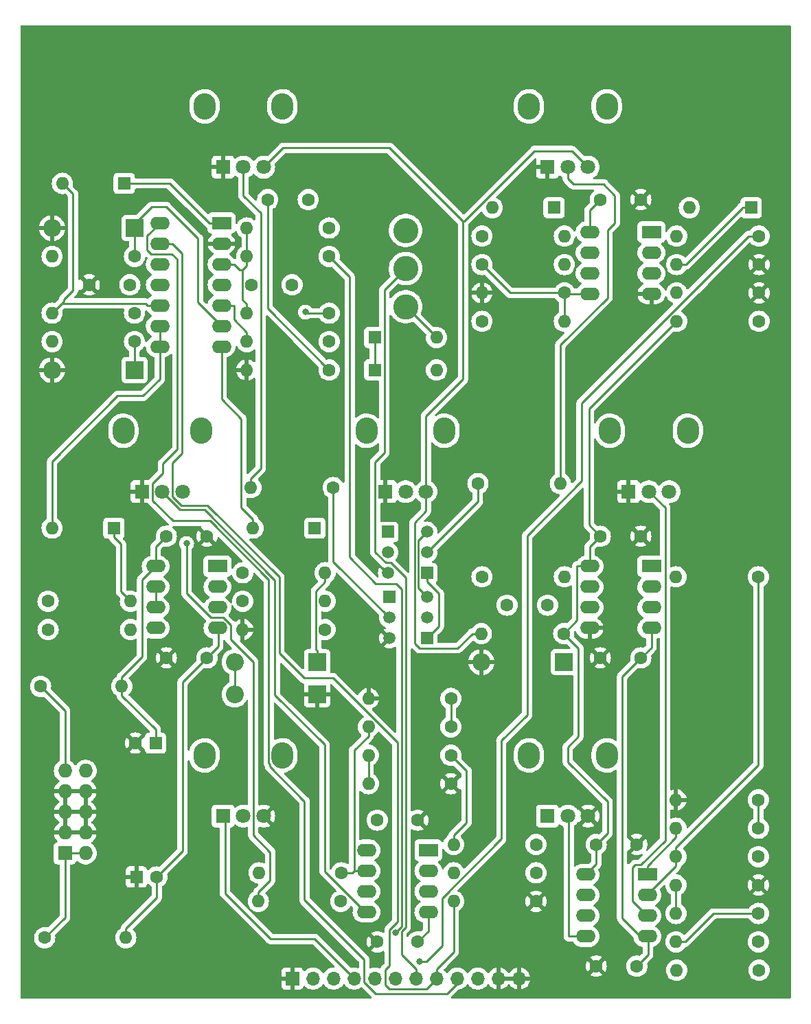
<source format=gtl>
G04 #@! TF.GenerationSoftware,KiCad,Pcbnew,(7.0.0)*
G04 #@! TF.CreationDate,2023-03-18T14:29:31-05:00*
G04 #@! TF.ProjectId,SlopesMain,536c6f70-6573-44d6-9169-6e2e6b696361,rev?*
G04 #@! TF.SameCoordinates,Original*
G04 #@! TF.FileFunction,Copper,L1,Top*
G04 #@! TF.FilePolarity,Positive*
%FSLAX46Y46*%
G04 Gerber Fmt 4.6, Leading zero omitted, Abs format (unit mm)*
G04 Created by KiCad (PCBNEW (7.0.0)) date 2023-03-18 14:29:31*
%MOMM*%
%LPD*%
G01*
G04 APERTURE LIST*
G04 #@! TA.AperFunction,ComponentPad*
%ADD10C,3.100000*%
G04 #@! TD*
G04 #@! TA.AperFunction,ComponentPad*
%ADD11O,2.720000X3.240000*%
G04 #@! TD*
G04 #@! TA.AperFunction,ComponentPad*
%ADD12R,1.800000X1.800000*%
G04 #@! TD*
G04 #@! TA.AperFunction,ComponentPad*
%ADD13C,1.800000*%
G04 #@! TD*
G04 #@! TA.AperFunction,ComponentPad*
%ADD14R,2.200000X2.200000*%
G04 #@! TD*
G04 #@! TA.AperFunction,ComponentPad*
%ADD15O,2.200000X2.200000*%
G04 #@! TD*
G04 #@! TA.AperFunction,ComponentPad*
%ADD16C,1.600000*%
G04 #@! TD*
G04 #@! TA.AperFunction,ComponentPad*
%ADD17O,1.600000X1.600000*%
G04 #@! TD*
G04 #@! TA.AperFunction,ComponentPad*
%ADD18R,2.400000X1.600000*%
G04 #@! TD*
G04 #@! TA.AperFunction,ComponentPad*
%ADD19O,2.400000X1.600000*%
G04 #@! TD*
G04 #@! TA.AperFunction,ComponentPad*
%ADD20R,1.600000X1.600000*%
G04 #@! TD*
G04 #@! TA.AperFunction,ComponentPad*
%ADD21R,1.500000X1.500000*%
G04 #@! TD*
G04 #@! TA.AperFunction,ComponentPad*
%ADD22C,1.500000*%
G04 #@! TD*
G04 #@! TA.AperFunction,ComponentPad*
%ADD23R,1.700000X1.700000*%
G04 #@! TD*
G04 #@! TA.AperFunction,ComponentPad*
%ADD24O,1.700000X1.700000*%
G04 #@! TD*
G04 #@! TA.AperFunction,ComponentPad*
%ADD25R,1.727200X1.727200*%
G04 #@! TD*
G04 #@! TA.AperFunction,ComponentPad*
%ADD26O,1.727200X1.727200*%
G04 #@! TD*
G04 #@! TA.AperFunction,ViaPad*
%ADD27C,0.800000*%
G04 #@! TD*
G04 #@! TA.AperFunction,Conductor*
%ADD28C,0.250000*%
G04 #@! TD*
G04 APERTURE END LIST*
D10*
X350000000Y-54700000D03*
X350000000Y-50000000D03*
X350000000Y-45300000D03*
D11*
X325199999Y-109999999D03*
X334799999Y-109999999D03*
D12*
X327499999Y-117499999D03*
D13*
X330000000Y-117500000D03*
X332500000Y-117500000D03*
D11*
X345199999Y-69999999D03*
X354799999Y-69999999D03*
D12*
X347499999Y-77499999D03*
D13*
X350000000Y-77500000D03*
X352500000Y-77500000D03*
D11*
X365199999Y-29999999D03*
X374799999Y-29999999D03*
D12*
X367499999Y-37499999D03*
D13*
X370000000Y-37500000D03*
X372500000Y-37500000D03*
D11*
X365199999Y-109999999D03*
X374799999Y-109999999D03*
D12*
X367499999Y-117499999D03*
D13*
X370000000Y-117500000D03*
X372500000Y-117500000D03*
D11*
X325199999Y-29999999D03*
X334799999Y-29999999D03*
D12*
X327499999Y-37499999D03*
D13*
X330000000Y-37500000D03*
X332500000Y-37500000D03*
D11*
X315199999Y-69999999D03*
X324799999Y-69999999D03*
D12*
X317499999Y-77499999D03*
D13*
X320000000Y-77500000D03*
X322500000Y-77500000D03*
D11*
X375199999Y-69999999D03*
X384799999Y-69999999D03*
D12*
X377499999Y-77499999D03*
D13*
X380000000Y-77500000D03*
X382500000Y-77500000D03*
D14*
X339079999Y-98499999D03*
D15*
X328919999Y-98499999D03*
D16*
X393500000Y-115500000D03*
D17*
X383339999Y-115499999D03*
D16*
X340580000Y-59000000D03*
D17*
X330419999Y-58999999D03*
D16*
X366080000Y-121000000D03*
D17*
X355919999Y-120999999D03*
D18*
X379799999Y-124699999D03*
D19*
X379799999Y-127239999D03*
X379799999Y-129779999D03*
X379799999Y-132319999D03*
X372179999Y-132319999D03*
X372179999Y-129779999D03*
X372179999Y-127239999D03*
X372179999Y-124699999D03*
D18*
X380299999Y-45499999D03*
D19*
X380299999Y-48039999D03*
X380299999Y-50579999D03*
X380299999Y-53119999D03*
X372679999Y-53119999D03*
X372679999Y-50579999D03*
X372679999Y-48039999D03*
X372679999Y-45499999D03*
D18*
X352799999Y-121699999D03*
D19*
X352799999Y-124239999D03*
X352799999Y-126779999D03*
X352799999Y-129319999D03*
X345179999Y-129319999D03*
X345179999Y-126779999D03*
X345179999Y-124239999D03*
X345179999Y-121699999D03*
D20*
X346189999Y-62499999D03*
D17*
X353809999Y-62499999D03*
D16*
X373500000Y-121000000D03*
X378500000Y-121000000D03*
X374000000Y-83000000D03*
X379000000Y-83000000D03*
X393500000Y-119000000D03*
D17*
X383339999Y-118999999D03*
D16*
X393580000Y-136500000D03*
D17*
X383419999Y-136499999D03*
D20*
X368309999Y-42499999D03*
D17*
X360689999Y-42499999D03*
D16*
X358920000Y-76500000D03*
D17*
X369079999Y-76499999D03*
D16*
X393580000Y-49500000D03*
D17*
X383419999Y-49499999D03*
D16*
X393580000Y-56500000D03*
D17*
X383419999Y-56499999D03*
D16*
X316580000Y-48500000D03*
D17*
X306419999Y-48499999D03*
D16*
X316580000Y-59000000D03*
D17*
X306419999Y-58999999D03*
D16*
X340580000Y-62500000D03*
D17*
X330419999Y-62499999D03*
D20*
X319182399Y-108499999D03*
D16*
X316682400Y-108500000D03*
X341080000Y-77000000D03*
D17*
X330919999Y-76999999D03*
D16*
X374000000Y-41500000D03*
X379000000Y-41500000D03*
X393580000Y-53000000D03*
D17*
X383419999Y-52999999D03*
D21*
X352639999Y-95539999D03*
D22*
X352640000Y-93000000D03*
X352640000Y-90460000D03*
D16*
X369500000Y-95000000D03*
D17*
X359339999Y-94999999D03*
D20*
X314039999Y-81999999D03*
D17*
X306419999Y-81999999D03*
D16*
X366080000Y-124500000D03*
D17*
X355919999Y-124499999D03*
D18*
X327299999Y-44374999D03*
D19*
X327299999Y-46914999D03*
X327299999Y-49454999D03*
X327299999Y-51994999D03*
X327299999Y-54534999D03*
X327299999Y-57074999D03*
X327299999Y-59614999D03*
X319679999Y-59614999D03*
X319679999Y-57074999D03*
X319679999Y-54534999D03*
X319679999Y-51994999D03*
X319679999Y-49454999D03*
X319679999Y-46914999D03*
X319679999Y-44374999D03*
D16*
X355580000Y-103000000D03*
D17*
X345419999Y-102999999D03*
D16*
X373500000Y-136000000D03*
X378500000Y-136000000D03*
X393580000Y-46000000D03*
D17*
X383419999Y-45999999D03*
D16*
X393500000Y-133000000D03*
D17*
X383339999Y-132999999D03*
D16*
X359420000Y-49500000D03*
D17*
X369579999Y-49499999D03*
D16*
X367500000Y-91500000D03*
X362500000Y-91500000D03*
X338000000Y-41500000D03*
X333000000Y-41500000D03*
X305000000Y-101500000D03*
D17*
X314999999Y-101499999D03*
D16*
X393500000Y-126000000D03*
D17*
X383339999Y-125999999D03*
D16*
X355580000Y-106500000D03*
D17*
X345419999Y-106499999D03*
D16*
X305500000Y-132500000D03*
D17*
X315499999Y-132499999D03*
D20*
X316817599Y-124999999D03*
D16*
X319317600Y-125000000D03*
X329920000Y-91000000D03*
D17*
X340079999Y-90999999D03*
D16*
X359420000Y-46000000D03*
D17*
X369579999Y-45999999D03*
D16*
X311000000Y-52000000D03*
X316000000Y-52000000D03*
X374000000Y-98000000D03*
X379000000Y-98000000D03*
X355580000Y-113500000D03*
D17*
X345419999Y-113499999D03*
D16*
X336000000Y-52000000D03*
X331000000Y-52000000D03*
X346500000Y-118000000D03*
X351500000Y-118000000D03*
X393500000Y-88000000D03*
D17*
X383339999Y-87999999D03*
D14*
X316579999Y-62499999D03*
D15*
X306419999Y-62499999D03*
D16*
X305920000Y-91000000D03*
D17*
X316079999Y-90999999D03*
D14*
X369499999Y-98499999D03*
D15*
X359339999Y-98499999D03*
D16*
X329920000Y-87500000D03*
D17*
X340079999Y-87499999D03*
D16*
X393500000Y-122500000D03*
D17*
X383339999Y-122499999D03*
D23*
X336049999Y-137524999D03*
D24*
X338589999Y-137524999D03*
X341129999Y-137524999D03*
X343669999Y-137524999D03*
X346209999Y-137524999D03*
X348749999Y-137524999D03*
X351289999Y-137524999D03*
X353829999Y-137524999D03*
X356369999Y-137524999D03*
X358909999Y-137524999D03*
X361449999Y-137524999D03*
X363989999Y-137524999D03*
D16*
X305920000Y-94500000D03*
D17*
X316079999Y-94499999D03*
D25*
X307999999Y-122079999D03*
D26*
X310539999Y-122079999D03*
X307999999Y-119539999D03*
X310539999Y-119539999D03*
X307999999Y-116999999D03*
X310539999Y-116999999D03*
X307999999Y-114459999D03*
X310539999Y-114459999D03*
X307999999Y-111919999D03*
X310539999Y-111919999D03*
D16*
X340580000Y-48500000D03*
D17*
X330419999Y-48499999D03*
D16*
X320500000Y-83000000D03*
X325500000Y-83000000D03*
D14*
X339079999Y-102499999D03*
D15*
X328919999Y-102499999D03*
D16*
X340080000Y-94500000D03*
D17*
X329919999Y-94499999D03*
D20*
X346189999Y-58499999D03*
D17*
X353809999Y-58499999D03*
D18*
X380299999Y-86699999D03*
D19*
X380299999Y-89239999D03*
X380299999Y-91779999D03*
X380299999Y-94319999D03*
X372679999Y-94319999D03*
X372679999Y-91779999D03*
X372679999Y-89239999D03*
X372679999Y-86699999D03*
D16*
X393500000Y-129500000D03*
D17*
X383339999Y-129499999D03*
D16*
X359420000Y-88000000D03*
D17*
X369579999Y-87999999D03*
D20*
X392609999Y-42499999D03*
D17*
X384989999Y-42499999D03*
D16*
X340580000Y-55500000D03*
D17*
X330419999Y-55499999D03*
D20*
X338809999Y-81999999D03*
D17*
X331189999Y-81999999D03*
D21*
X347999999Y-90499999D03*
D22*
X348000000Y-93040000D03*
X348000000Y-95580000D03*
D16*
X316580000Y-55500000D03*
D17*
X306419999Y-55499999D03*
D18*
X326799999Y-86699999D03*
D19*
X326799999Y-89239999D03*
X326799999Y-91779999D03*
X326799999Y-94319999D03*
X319179999Y-94319999D03*
X319179999Y-91779999D03*
X319179999Y-89239999D03*
X319179999Y-86699999D03*
D16*
X359420000Y-56500000D03*
D17*
X369579999Y-56499999D03*
D16*
X366080000Y-128000000D03*
D17*
X355919999Y-127999999D03*
D20*
X315309999Y-39499999D03*
D17*
X307689999Y-39499999D03*
D16*
X355580000Y-110000000D03*
D17*
X345419999Y-109999999D03*
D16*
X342000000Y-128000000D03*
D17*
X331839999Y-127999999D03*
D16*
X340580000Y-45000000D03*
D17*
X330419999Y-44999999D03*
D16*
X342080000Y-124500000D03*
D17*
X331919999Y-124499999D03*
D16*
X346500000Y-133000000D03*
X351500000Y-133000000D03*
X320500000Y-98000000D03*
X325500000Y-98000000D03*
D14*
X316579999Y-44999999D03*
D15*
X306419999Y-44999999D03*
D21*
X352639999Y-87539999D03*
D22*
X352640000Y-85000000D03*
X352640000Y-82460000D03*
D21*
X347859999Y-82459999D03*
D22*
X347860000Y-85000000D03*
X347860000Y-87540000D03*
D16*
X369580000Y-53000000D03*
D17*
X359419999Y-52999999D03*
D27*
X323000000Y-83900000D03*
X327000000Y-129500000D03*
X337641600Y-55362000D03*
X348734100Y-131842900D03*
X351700000Y-135400000D03*
D28*
X382000000Y-79500000D02*
X380000000Y-77500000D01*
X379000000Y-123500000D02*
X382000000Y-120500000D01*
X382000000Y-120500000D02*
X382000000Y-79500000D01*
X378000000Y-128000000D02*
X378000000Y-123850000D01*
X378000000Y-123850000D02*
X378350000Y-123500000D01*
X379780000Y-129780000D02*
X378000000Y-128000000D01*
X379800000Y-129780000D02*
X379780000Y-129780000D01*
X378350000Y-123500000D02*
X379000000Y-123500000D01*
X371300000Y-107680000D02*
X371300000Y-96800000D01*
X374900000Y-115735300D02*
X370000000Y-110835300D01*
X374900000Y-119600000D02*
X374900000Y-115735300D01*
X370000000Y-108980000D02*
X371300000Y-107680000D01*
X373500000Y-121000000D02*
X374900000Y-119600000D01*
X370000000Y-110835300D02*
X370000000Y-108980000D01*
X371300000Y-96800000D02*
X369500000Y-95000000D01*
X358214700Y-95000000D02*
X359340000Y-95000000D01*
X356414700Y-96800000D02*
X358214700Y-95000000D01*
X351700000Y-96800000D02*
X356414700Y-96800000D01*
X352500000Y-79900000D02*
X351114200Y-81285800D01*
X352500000Y-68220000D02*
X352500000Y-79900000D01*
X351114200Y-81285800D02*
X351114200Y-96214200D01*
X357083000Y-63637000D02*
X352500000Y-68220000D01*
X357083000Y-44191700D02*
X357083000Y-63637000D01*
X351114200Y-96214200D02*
X351700000Y-96800000D01*
X353810000Y-58500000D02*
X350000000Y-54690000D01*
X370500000Y-35500000D02*
X372500000Y-37500000D01*
X365900000Y-35500000D02*
X370500000Y-35500000D01*
X357208300Y-44191700D02*
X365900000Y-35500000D01*
X357083000Y-44191700D02*
X357208300Y-44191700D01*
X334900000Y-35100000D02*
X332500000Y-37500000D01*
X347991300Y-35100000D02*
X334900000Y-35100000D01*
X357083000Y-44191700D02*
X347991300Y-35100000D01*
X352555000Y-138800000D02*
X353830000Y-137525000D01*
X348000000Y-138800000D02*
X352555000Y-138800000D01*
X347500000Y-136475000D02*
X347500000Y-138300000D01*
X348009100Y-135965900D02*
X347500000Y-136475000D01*
X348009100Y-131542595D02*
X348009100Y-135965900D01*
X349000000Y-130551695D02*
X348009100Y-131542595D01*
X349000000Y-108436300D02*
X349000000Y-130551695D01*
X341063700Y-100500000D02*
X349000000Y-108436300D01*
X337500000Y-100500000D02*
X341063700Y-100500000D01*
X334438700Y-97438700D02*
X337500000Y-100500000D01*
X334438700Y-88041900D02*
X334438700Y-97438700D01*
X322336396Y-79200000D02*
X325596800Y-79200000D01*
X321275000Y-78138604D02*
X322336396Y-79200000D01*
X321275000Y-73925000D02*
X321275000Y-78138604D01*
X325596800Y-79200000D02*
X334438700Y-88041900D01*
X322400000Y-72800000D02*
X321275000Y-73925000D01*
X322400000Y-48109700D02*
X322400000Y-72800000D01*
X347500000Y-138300000D02*
X348000000Y-138800000D01*
X321205300Y-46915000D02*
X322400000Y-48109700D01*
X319680000Y-46915000D02*
X321205300Y-46915000D01*
X318118000Y-45937000D02*
X319680000Y-44375000D01*
X327725000Y-127025000D02*
X327725000Y-117725000D01*
X333350000Y-132650000D02*
X327725000Y-127025000D01*
X338795000Y-132650000D02*
X333350000Y-132650000D01*
X327725000Y-117725000D02*
X327500000Y-117500000D01*
X343670000Y-137525000D02*
X338795000Y-132650000D01*
X320899700Y-39500000D02*
X325774700Y-44375000D01*
X315310000Y-39500000D02*
X320899700Y-39500000D01*
X327300000Y-44375000D02*
X325774700Y-44375000D01*
X333000000Y-54920000D02*
X340580000Y-62500000D01*
X333000000Y-41500000D02*
X333000000Y-54920000D01*
X315000000Y-101500000D02*
X315000000Y-102625300D01*
X319180000Y-84320000D02*
X319180000Y-86700000D01*
X372600000Y-81600000D02*
X372600000Y-67300000D01*
X372680000Y-86700000D02*
X372680000Y-84320000D01*
X374000000Y-83000000D02*
X372600000Y-81600000D01*
X383400000Y-56500000D02*
X383420000Y-56500000D01*
X319182400Y-108500000D02*
X319182400Y-106807700D01*
X374000000Y-41500000D02*
X372680000Y-42820000D01*
X373500000Y-121000000D02*
X373500000Y-123380000D01*
X372680000Y-84320000D02*
X374000000Y-83000000D01*
X371154700Y-86700000D02*
X371154700Y-93345300D01*
X373500000Y-123380000D02*
X372180000Y-124700000D01*
X320500000Y-83000000D02*
X319180000Y-84320000D01*
X371154700Y-93345300D02*
X369500000Y-95000000D01*
X317500000Y-88380000D02*
X319180000Y-86700000D01*
X372600000Y-67300000D02*
X383400000Y-56500000D01*
X319182400Y-106807700D02*
X315000000Y-102625300D01*
X372680000Y-86700000D02*
X371154700Y-86700000D01*
X315000000Y-100374700D02*
X317500000Y-97874700D01*
X315000000Y-101500000D02*
X315000000Y-100374700D01*
X317500000Y-97874700D02*
X317500000Y-88380000D01*
X372680000Y-42820000D02*
X372680000Y-45500000D01*
X325500000Y-98000000D02*
X322500000Y-101000000D01*
X351500000Y-133000000D02*
X352800000Y-131700000D01*
X380300000Y-96700000D02*
X379000000Y-98000000D01*
X376700000Y-100300000D02*
X379000000Y-98000000D01*
X326900000Y-94320000D02*
X326800000Y-94320000D01*
X380300000Y-94320000D02*
X380300000Y-96700000D01*
X379900000Y-134600000D02*
X379900000Y-132420000D01*
X379900000Y-132420000D02*
X379800000Y-132320000D01*
X319317600Y-127557100D02*
X315500000Y-131374700D01*
X379800000Y-132320000D02*
X378920000Y-132320000D01*
X378500000Y-136000000D02*
X379900000Y-134600000D01*
X378920000Y-132320000D02*
X376700000Y-130100000D01*
X325500000Y-98000000D02*
X326900000Y-96600000D01*
X326900000Y-96600000D02*
X326900000Y-94320000D01*
X322500000Y-101000000D02*
X322500000Y-121817600D01*
X337779600Y-55500000D02*
X337641600Y-55362000D01*
X376700000Y-130100000D02*
X376700000Y-100300000D01*
X322500000Y-121817600D02*
X319317600Y-125000000D01*
X352800000Y-131700000D02*
X352800000Y-129320000D01*
X319317600Y-125000000D02*
X319317600Y-127557100D01*
X340580000Y-55500000D02*
X337779600Y-55500000D01*
X315500000Y-132500000D02*
X315500000Y-131374700D01*
X331190000Y-80874700D02*
X329742200Y-79426900D01*
X329742200Y-68502200D02*
X327300000Y-66060000D01*
X331190000Y-82000000D02*
X331190000Y-80874700D01*
X327300000Y-66060000D02*
X327300000Y-59615000D01*
X329742200Y-79426900D02*
X329742200Y-68502200D01*
X314500000Y-65700000D02*
X317600000Y-65700000D01*
X319680000Y-63620000D02*
X319680000Y-59615000D01*
X319680000Y-57075000D02*
X319680000Y-59615000D01*
X306420000Y-82000000D02*
X306420000Y-73780000D01*
X317600000Y-65700000D02*
X319680000Y-63620000D01*
X306420000Y-73780000D02*
X314500000Y-65700000D01*
X351564600Y-83535400D02*
X351564600Y-89384600D01*
X351564600Y-89384600D02*
X352640000Y-90460000D01*
X352640000Y-82460000D02*
X351564600Y-83535400D01*
X308000000Y-104500000D02*
X308000000Y-111920000D01*
X305000000Y-101500000D02*
X308000000Y-104500000D01*
X308000000Y-130000000D02*
X308000000Y-122080000D01*
X305500000Y-132500000D02*
X308000000Y-130000000D01*
X310540000Y-122080000D02*
X309351100Y-122080000D01*
X308000000Y-122080000D02*
X309351100Y-122080000D01*
X343095400Y-51015400D02*
X340580000Y-48500000D01*
X343095400Y-85595400D02*
X343095400Y-51015400D01*
X346341000Y-88841000D02*
X343095400Y-85595400D01*
X348841000Y-88841000D02*
X346341000Y-88841000D01*
X349500000Y-89500000D02*
X348841000Y-88841000D01*
X349500000Y-131077000D02*
X349500000Y-89500000D01*
X348734100Y-131842900D02*
X349500000Y-131077000D01*
X371700000Y-76200000D02*
X371700000Y-66572200D01*
X361800000Y-120300000D02*
X361800000Y-108200000D01*
X392272200Y-46000000D02*
X393580000Y-46000000D01*
X361800000Y-108200000D02*
X365000000Y-105000000D01*
X352600000Y-135400000D02*
X354500000Y-133500000D01*
X354500000Y-127600000D02*
X361800000Y-120300000D01*
X354500000Y-133500000D02*
X354500000Y-127600000D01*
X371700000Y-66572200D02*
X392272200Y-46000000D01*
X365000000Y-82900000D02*
X371700000Y-76200000D01*
X351700000Y-135400000D02*
X352600000Y-135400000D01*
X365000000Y-105000000D02*
X365000000Y-82900000D01*
X349500000Y-131713396D02*
X350000000Y-131213396D01*
X347380300Y-72702800D02*
X347380300Y-52619700D01*
X351290000Y-136349700D02*
X349500000Y-134559700D01*
X349500000Y-134559700D02*
X349500000Y-131713396D01*
X351290000Y-137525000D02*
X351290000Y-136349700D01*
X347380300Y-52619700D02*
X350000000Y-50000000D01*
X346226700Y-84939900D02*
X346226700Y-73856400D01*
X350000000Y-88112400D02*
X348157600Y-86270000D01*
X347556800Y-86270000D02*
X346226700Y-84939900D01*
X350000000Y-131213396D02*
X350000000Y-88112400D01*
X346226700Y-73856400D02*
X347380300Y-72702800D01*
X348157600Y-86270000D02*
X347556800Y-86270000D01*
X355920000Y-134259700D02*
X355920000Y-128000000D01*
X353830000Y-136349700D02*
X355920000Y-134259700D01*
X353830000Y-137525000D02*
X353830000Y-136349700D01*
X321850000Y-48850000D02*
X321185000Y-48185000D01*
X355100000Y-139400000D02*
X346304650Y-139400000D01*
X318775000Y-76525000D02*
X320100000Y-75200000D01*
X318118000Y-47718000D02*
X318118000Y-45937000D01*
X333300000Y-111142950D02*
X333115000Y-110957950D01*
X344900000Y-137995350D02*
X344900000Y-135200000D01*
X356370000Y-137525000D02*
X356370000Y-138130000D01*
X321300000Y-81100000D02*
X318775000Y-78575000D01*
X333115000Y-88315000D02*
X325900000Y-81100000D01*
X337539400Y-115660400D02*
X333300000Y-111421000D01*
X320100000Y-75200000D02*
X320100000Y-74036396D01*
X333300000Y-111421000D02*
X333300000Y-111142950D01*
X333115000Y-110957950D02*
X333115000Y-88315000D01*
X337539400Y-127839400D02*
X337539400Y-115660400D01*
X321185000Y-48185000D02*
X318585000Y-48185000D01*
X325900000Y-81100000D02*
X321300000Y-81100000D01*
X356370000Y-138130000D02*
X355100000Y-139400000D01*
X344900000Y-135200000D02*
X337539400Y-127839400D01*
X318585000Y-48185000D02*
X318118000Y-47718000D01*
X346304650Y-139400000D02*
X344900000Y-137995350D01*
X321850000Y-72286396D02*
X321850000Y-48850000D01*
X318775000Y-78575000D02*
X318775000Y-76525000D01*
X320100000Y-74036396D02*
X321850000Y-72286396D01*
X328400000Y-93913800D02*
X327536200Y-93050000D01*
X328400000Y-95691800D02*
X328400000Y-93913800D01*
X327536200Y-93050000D02*
X325981400Y-93050000D01*
X323000000Y-90068600D02*
X323000000Y-83900000D01*
X331840000Y-126874700D02*
X333300000Y-125414700D01*
X325981400Y-93050000D02*
X323000000Y-90068600D01*
X331225400Y-98517200D02*
X328400000Y-95691800D01*
X331225400Y-119851100D02*
X331225400Y-98517200D01*
X331840000Y-128000000D02*
X331840000Y-126874700D01*
X333300000Y-125414700D02*
X333300000Y-121925700D01*
X333300000Y-121925700D02*
X331225400Y-119851100D01*
X383340000Y-129500000D02*
X383340000Y-126000000D01*
X393500000Y-119000000D02*
X393500000Y-115500000D01*
X352640000Y-85000000D02*
X358920000Y-78720000D01*
X358920000Y-78720000D02*
X358920000Y-76500000D01*
X348000000Y-93040000D02*
X341080000Y-86120000D01*
X341080000Y-86120000D02*
X341080000Y-77000000D01*
X355580000Y-106500000D02*
X355580000Y-103000000D01*
X345420000Y-110000000D02*
X345420000Y-113500000D01*
X357500000Y-111920000D02*
X357500000Y-118294700D01*
X357500000Y-118294700D02*
X355920000Y-119874700D01*
X355580000Y-110000000D02*
X357500000Y-111920000D01*
X355920000Y-119874700D02*
X355920000Y-121000000D01*
X384465300Y-133000000D02*
X387965300Y-129500000D01*
X387965300Y-129500000D02*
X393500000Y-129500000D01*
X383340000Y-133000000D02*
X384465300Y-133000000D01*
X345180000Y-124240000D02*
X343654700Y-124240000D01*
X343654700Y-109390600D02*
X343654700Y-124240000D01*
X343394700Y-124500000D02*
X343654700Y-124240000D01*
X342080000Y-124500000D02*
X343394700Y-124500000D01*
X345420000Y-107625300D02*
X343654700Y-109390600D01*
X345420000Y-106500000D02*
X345420000Y-107625300D01*
X379800000Y-123665300D02*
X379800000Y-124700000D01*
X383340000Y-119000000D02*
X383340000Y-120125300D01*
X383340000Y-120125300D02*
X379800000Y-123665300D01*
X369080000Y-76500000D02*
X369080000Y-59420000D01*
X370000000Y-38900000D02*
X370000000Y-37500000D01*
X374900000Y-53600000D02*
X374900000Y-45270990D01*
X375800000Y-41000000D02*
X374400000Y-39600000D01*
X369080000Y-59420000D02*
X374900000Y-53600000D01*
X370700000Y-39600000D02*
X370000000Y-38900000D01*
X375800000Y-44370990D02*
X375800000Y-41000000D01*
X374900000Y-45270990D02*
X375800000Y-44370990D01*
X374400000Y-39600000D02*
X370700000Y-39600000D01*
X330000000Y-41000000D02*
X330000000Y-37500000D01*
X332126400Y-74668300D02*
X332126400Y-43126400D01*
X330920000Y-75874700D02*
X332126400Y-74668300D01*
X332126400Y-43126400D02*
X330000000Y-41000000D01*
X330920000Y-77000000D02*
X330920000Y-75874700D01*
X370100000Y-117600000D02*
X370000000Y-117500000D01*
X372180000Y-132320000D02*
X370100000Y-132320000D01*
X370100000Y-132320000D02*
X370100000Y-117600000D01*
X340000000Y-108700000D02*
X333900000Y-102600000D01*
X333900000Y-102600000D02*
X333900000Y-88400000D01*
X333900000Y-88400000D02*
X325200000Y-79700000D01*
X325200000Y-79700000D02*
X322200000Y-79700000D01*
X345020000Y-129320000D02*
X340000000Y-124300000D01*
X345180000Y-129320000D02*
X345020000Y-129320000D01*
X340000000Y-124300000D02*
X340000000Y-108700000D01*
X322200000Y-79700000D02*
X320000000Y-77500000D01*
X314040000Y-83125300D02*
X314900000Y-83985300D01*
X314900000Y-89820000D02*
X316080000Y-91000000D01*
X314900000Y-83985300D02*
X314900000Y-89820000D01*
X314040000Y-82000000D02*
X314040000Y-83125300D01*
X346190000Y-58500000D02*
X346190000Y-62500000D01*
X324400000Y-54175000D02*
X327300000Y-57075000D01*
X324400000Y-46300000D02*
X324400000Y-54175000D01*
X320500000Y-42400000D02*
X324400000Y-46300000D01*
X316580000Y-45000000D02*
X316580000Y-44520000D01*
X316580000Y-44520000D02*
X318700000Y-42400000D01*
X316580000Y-48500000D02*
X316580000Y-45000000D01*
X318700000Y-42400000D02*
X320500000Y-42400000D01*
X317919700Y-54300000D02*
X318154700Y-54535000D01*
X307700000Y-39500000D02*
X309000000Y-40800000D01*
X307894800Y-54025200D02*
X307894800Y-53805200D01*
X318154700Y-54535000D02*
X319680000Y-54535000D01*
X307700000Y-54300000D02*
X307660000Y-54260000D01*
X307690000Y-39500000D02*
X307700000Y-39500000D01*
X317919700Y-54300000D02*
X307700000Y-54300000D01*
X306420000Y-55500000D02*
X307660000Y-54260000D01*
X309000000Y-40800000D02*
X309000000Y-52700000D01*
X307660000Y-54260000D02*
X307894800Y-54025200D01*
X307894800Y-53805200D02*
X309000000Y-52700000D01*
X338954700Y-96949400D02*
X338954700Y-89750600D01*
X339080000Y-97074700D02*
X338954700Y-96949400D01*
X340080000Y-87500000D02*
X340080000Y-88625300D01*
X338954700Y-89750600D02*
X340080000Y-88625300D01*
X339080000Y-98500000D02*
X339080000Y-97074700D01*
X328920000Y-98500000D02*
X328920000Y-102500000D01*
X391484700Y-42500000D02*
X391484700Y-42560600D01*
X392610000Y-42500000D02*
X391484700Y-42500000D01*
X391484700Y-42560600D02*
X384545300Y-49500000D01*
X383420000Y-49500000D02*
X384545300Y-49500000D01*
X328825300Y-56280000D02*
X328825300Y-54535000D01*
X327300000Y-54535000D02*
X328825300Y-54535000D01*
X330420000Y-59000000D02*
X330420000Y-57874700D01*
X330420000Y-57874700D02*
X328825300Y-56280000D01*
X316580000Y-62500000D02*
X316580000Y-59000000D01*
X354100000Y-94080000D02*
X352640000Y-95540000D01*
X352640000Y-87540000D02*
X352640000Y-88615300D01*
X352640000Y-88615300D02*
X354100000Y-90075300D01*
X354100000Y-90075300D02*
X354100000Y-94080000D01*
X319180000Y-89240000D02*
X319180000Y-91780000D01*
X327300000Y-49455000D02*
X328825300Y-49455000D01*
X330420000Y-45000000D02*
X330420000Y-48500000D01*
X329542000Y-50171700D02*
X328825300Y-49455000D01*
X329873600Y-50171700D02*
X329542000Y-50171700D01*
X330420000Y-55500000D02*
X330420000Y-54374700D01*
X330420000Y-48500000D02*
X330420000Y-49625300D01*
X329873600Y-53828300D02*
X329873600Y-50171700D01*
X329873600Y-50171700D02*
X330420000Y-49625300D01*
X330420000Y-54374700D02*
X329873600Y-53828300D01*
X369580000Y-53120000D02*
X369580000Y-53000000D01*
X369580000Y-53000000D02*
X362920000Y-53000000D01*
X362920000Y-53000000D02*
X359420000Y-49500000D01*
X369580000Y-53120000D02*
X371154700Y-53120000D01*
X372680000Y-53120000D02*
X371154700Y-53120000D01*
X369580000Y-56500000D02*
X369580000Y-53120000D01*
X393500000Y-88000000D02*
X393500000Y-111214700D01*
X383340000Y-122500000D02*
X383340000Y-123625300D01*
X383340000Y-123625300D02*
X379800000Y-127165300D01*
X379800000Y-127165300D02*
X379800000Y-127240000D01*
X393500000Y-111214700D02*
X383340000Y-121374700D01*
X383340000Y-122500000D02*
X383340000Y-121374700D01*
G04 #@! TA.AperFunction,Conductor*
G36*
X381308200Y-95544489D02*
G01*
X381350968Y-95590151D01*
X381366500Y-95650756D01*
X381366500Y-120185406D01*
X381356909Y-120233624D01*
X381329597Y-120274498D01*
X380963056Y-120641040D01*
X379871068Y-121733027D01*
X379810317Y-121766702D01*
X379740951Y-121763066D01*
X379684052Y-121723225D01*
X379656912Y-121659286D01*
X379667779Y-121590680D01*
X379731487Y-121454058D01*
X379735235Y-121443761D01*
X379791625Y-121233312D01*
X379793528Y-121222519D01*
X379812517Y-121005475D01*
X379812517Y-120994525D01*
X379793528Y-120777480D01*
X379791625Y-120766687D01*
X379735235Y-120556238D01*
X379731489Y-120545946D01*
X379639410Y-120348482D01*
X379633933Y-120338996D01*
X379595014Y-120283414D01*
X379586771Y-120275860D01*
X379577338Y-120281870D01*
X378500000Y-121359209D01*
X378500000Y-121359210D01*
X377781867Y-122077341D01*
X377775860Y-122086770D01*
X377783414Y-122095014D01*
X377838996Y-122133933D01*
X377848482Y-122139410D01*
X378045946Y-122231489D01*
X378056238Y-122235235D01*
X378266687Y-122291625D01*
X378277480Y-122293528D01*
X378494525Y-122312517D01*
X378505475Y-122312517D01*
X378722519Y-122293528D01*
X378733312Y-122291625D01*
X378943761Y-122235235D01*
X378954058Y-122231487D01*
X379090680Y-122167779D01*
X379159286Y-122156912D01*
X379223225Y-122184052D01*
X379263066Y-122240951D01*
X379266702Y-122310317D01*
X379233026Y-122371068D01*
X378774498Y-122829596D01*
X378733623Y-122856909D01*
X378685405Y-122866500D01*
X378428768Y-122866500D01*
X378417584Y-122865972D01*
X378410092Y-122864298D01*
X378402166Y-122864547D01*
X378342002Y-122866438D01*
X378338044Y-122866500D01*
X378310144Y-122866500D01*
X378306219Y-122866995D01*
X378306198Y-122866997D01*
X378306124Y-122867007D01*
X378294313Y-122867936D01*
X378258034Y-122869076D01*
X378258026Y-122869077D01*
X378250111Y-122869326D01*
X378242500Y-122871536D01*
X378242493Y-122871538D01*
X378230648Y-122874979D01*
X378211303Y-122878985D01*
X378199072Y-122880530D01*
X378199059Y-122880533D01*
X378191203Y-122881526D01*
X378183839Y-122884441D01*
X378183829Y-122884444D01*
X378150092Y-122897802D01*
X378138865Y-122901646D01*
X378104018Y-122911770D01*
X378104013Y-122911772D01*
X378096407Y-122913982D01*
X378089590Y-122918012D01*
X378089581Y-122918017D01*
X378078960Y-122924298D01*
X378061221Y-122932989D01*
X378049749Y-122937531D01*
X378049746Y-122937532D01*
X378042383Y-122940448D01*
X378035976Y-122945102D01*
X378035972Y-122945105D01*
X378006611Y-122966437D01*
X377996693Y-122972951D01*
X377965465Y-122991419D01*
X377965457Y-122991425D01*
X377958638Y-122995458D01*
X377953036Y-123001058D01*
X377953029Y-123001065D01*
X377944308Y-123009786D01*
X377929287Y-123022615D01*
X377919302Y-123029869D01*
X377919290Y-123029879D01*
X377912893Y-123034528D01*
X377907850Y-123040623D01*
X377907842Y-123040631D01*
X377884705Y-123068599D01*
X377876727Y-123077366D01*
X377734383Y-123219711D01*
X377607744Y-123346350D01*
X377599460Y-123353888D01*
X377592982Y-123358000D01*
X377587561Y-123363772D01*
X377587557Y-123363776D01*
X377551349Y-123402334D01*
X377501435Y-123434897D01*
X377442138Y-123440878D01*
X377386726Y-123418939D01*
X377347595Y-123373987D01*
X377333500Y-123316080D01*
X377333500Y-121844056D01*
X377349033Y-121783450D01*
X377391803Y-121737787D01*
X377422657Y-121718131D01*
X378129059Y-121011730D01*
X378135832Y-120999999D01*
X378129060Y-120988270D01*
X377422660Y-120281870D01*
X377391801Y-120262211D01*
X377349033Y-120216548D01*
X377333500Y-120155943D01*
X377333500Y-119913227D01*
X377775860Y-119913227D01*
X377781869Y-119922659D01*
X378488270Y-120629060D01*
X378499999Y-120635832D01*
X378511730Y-120629059D01*
X379218132Y-119922656D01*
X379224138Y-119913228D01*
X379216586Y-119904985D01*
X379161002Y-119866066D01*
X379151513Y-119860587D01*
X378954053Y-119768510D01*
X378943761Y-119764764D01*
X378733312Y-119708374D01*
X378722519Y-119706471D01*
X378505475Y-119687483D01*
X378494525Y-119687483D01*
X378277480Y-119706471D01*
X378266687Y-119708374D01*
X378056238Y-119764764D01*
X378045946Y-119768510D01*
X377848485Y-119860587D01*
X377838995Y-119866067D01*
X377783413Y-119904985D01*
X377775860Y-119913227D01*
X377333500Y-119913227D01*
X377333500Y-100614594D01*
X377343091Y-100566376D01*
X377370402Y-100525501D01*
X378586754Y-99309148D01*
X378643236Y-99276539D01*
X378708457Y-99276539D01*
X378745508Y-99286467D01*
X378766594Y-99292118D01*
X378766596Y-99292118D01*
X378771913Y-99293543D01*
X379000000Y-99313498D01*
X379228087Y-99293543D01*
X379449243Y-99234284D01*
X379656749Y-99137523D01*
X379844300Y-99006198D01*
X380006198Y-98844300D01*
X380137523Y-98656749D01*
X380234284Y-98449243D01*
X380293543Y-98228087D01*
X380313498Y-98000000D01*
X380293543Y-97771913D01*
X380276539Y-97708457D01*
X380276539Y-97643236D01*
X380309149Y-97586753D01*
X380692259Y-97203643D01*
X380700533Y-97196114D01*
X380707018Y-97192000D01*
X380753676Y-97142312D01*
X380756368Y-97139534D01*
X380776135Y-97119769D01*
X380778589Y-97116604D01*
X380786310Y-97107559D01*
X380816586Y-97075321D01*
X380826345Y-97057567D01*
X380837198Y-97041045D01*
X380849614Y-97025040D01*
X380867177Y-96984450D01*
X380872388Y-96973815D01*
X380893695Y-96935060D01*
X380898732Y-96915442D01*
X380905138Y-96896730D01*
X380907402Y-96891500D01*
X380913181Y-96878145D01*
X380920096Y-96834477D01*
X380922504Y-96822853D01*
X380922952Y-96821109D01*
X380933500Y-96780030D01*
X380933500Y-96759776D01*
X380935051Y-96740065D01*
X380936980Y-96727885D01*
X380938220Y-96720057D01*
X380934058Y-96676038D01*
X380933500Y-96664181D01*
X380933500Y-95708776D01*
X380945305Y-95655526D01*
X380978509Y-95612254D01*
X381026889Y-95587069D01*
X381033503Y-95585297D01*
X381149243Y-95554284D01*
X381187250Y-95536560D01*
X381248741Y-95525026D01*
X381308200Y-95544489D01*
G37*
G04 #@! TD.AperFunction*
G04 #@! TA.AperFunction,Conductor*
G36*
X397436500Y-20017381D02*
G01*
X397482619Y-20063500D01*
X397499500Y-20126500D01*
X397499500Y-139873500D01*
X397482619Y-139936500D01*
X397436500Y-139982619D01*
X397373500Y-139999500D01*
X355700593Y-139999500D01*
X355643390Y-139985767D01*
X355598657Y-139947561D01*
X355576144Y-139893211D01*
X355580760Y-139834564D01*
X355611495Y-139784407D01*
X356489841Y-138906061D01*
X356521264Y-138883132D01*
X356558188Y-138870881D01*
X356704635Y-138846444D01*
X356917574Y-138773342D01*
X357115576Y-138666189D01*
X357293240Y-138527906D01*
X357445722Y-138362268D01*
X357534518Y-138226354D01*
X357580030Y-138184457D01*
X357640000Y-138169271D01*
X357699970Y-138184457D01*
X357745481Y-138226354D01*
X357834278Y-138362268D01*
X357837806Y-138366100D01*
X357983227Y-138524069D01*
X357983231Y-138524073D01*
X357986760Y-138527906D01*
X358164424Y-138666189D01*
X358362426Y-138773342D01*
X358367355Y-138775034D01*
X358367357Y-138775035D01*
X358468895Y-138809893D01*
X358575365Y-138846444D01*
X358797431Y-138883500D01*
X359017358Y-138883500D01*
X359022569Y-138883500D01*
X359244635Y-138846444D01*
X359457574Y-138773342D01*
X359655576Y-138666189D01*
X359833240Y-138527906D01*
X359985722Y-138362268D01*
X360074817Y-138225896D01*
X360120328Y-138184001D01*
X360180297Y-138168814D01*
X360240267Y-138184000D01*
X360285781Y-138225898D01*
X360371822Y-138357592D01*
X360378210Y-138365799D01*
X360523567Y-138523700D01*
X360531211Y-138530737D01*
X360700588Y-138662568D01*
X360709281Y-138668247D01*
X360898042Y-138770400D01*
X360907559Y-138774575D01*
X361110557Y-138844264D01*
X361120627Y-138846814D01*
X361182461Y-138857132D01*
X361193598Y-138856556D01*
X361196000Y-138845664D01*
X361704000Y-138845664D01*
X361706401Y-138856556D01*
X361717538Y-138857132D01*
X361779372Y-138846814D01*
X361789442Y-138844264D01*
X361992440Y-138774575D01*
X362001957Y-138770400D01*
X362190718Y-138668247D01*
X362199411Y-138662568D01*
X362368788Y-138530737D01*
X362376432Y-138523700D01*
X362521789Y-138365799D01*
X362528177Y-138357593D01*
X362614517Y-138225441D01*
X362660031Y-138183543D01*
X362720000Y-138168357D01*
X362779969Y-138183543D01*
X362825483Y-138225441D01*
X362911822Y-138357593D01*
X362918210Y-138365799D01*
X363063567Y-138523700D01*
X363071211Y-138530737D01*
X363240588Y-138662568D01*
X363249281Y-138668247D01*
X363438042Y-138770400D01*
X363447559Y-138774575D01*
X363650557Y-138844264D01*
X363660627Y-138846814D01*
X363722461Y-138857132D01*
X363733598Y-138856556D01*
X363736000Y-138845664D01*
X364244000Y-138845664D01*
X364246401Y-138856556D01*
X364257538Y-138857132D01*
X364319372Y-138846814D01*
X364329442Y-138844264D01*
X364532440Y-138774575D01*
X364541957Y-138770400D01*
X364730718Y-138668247D01*
X364739411Y-138662568D01*
X364908788Y-138530737D01*
X364916432Y-138523700D01*
X365061789Y-138365799D01*
X365068177Y-138357593D01*
X365185568Y-138177913D01*
X365190511Y-138168778D01*
X365276729Y-137972223D01*
X365280099Y-137962408D01*
X365323013Y-137792943D01*
X365323248Y-137781565D01*
X365312160Y-137779000D01*
X364260590Y-137779000D01*
X364247506Y-137782506D01*
X364244000Y-137795590D01*
X364244000Y-138845664D01*
X363736000Y-138845664D01*
X363736000Y-137795590D01*
X363732493Y-137782506D01*
X363719410Y-137779000D01*
X361720590Y-137779000D01*
X361707506Y-137782506D01*
X361704000Y-137795590D01*
X361704000Y-138845664D01*
X361196000Y-138845664D01*
X361196000Y-137254410D01*
X361704000Y-137254410D01*
X361707506Y-137267493D01*
X361720590Y-137271000D01*
X363719410Y-137271000D01*
X363732493Y-137267493D01*
X363736000Y-137254410D01*
X364244000Y-137254410D01*
X364247506Y-137267493D01*
X364260590Y-137271000D01*
X365312160Y-137271000D01*
X365323248Y-137268434D01*
X365323013Y-137257056D01*
X365280099Y-137087591D01*
X365279817Y-137086770D01*
X372775860Y-137086770D01*
X372783414Y-137095014D01*
X372838996Y-137133933D01*
X372848482Y-137139410D01*
X373045946Y-137231489D01*
X373056238Y-137235235D01*
X373266687Y-137291625D01*
X373277480Y-137293528D01*
X373494525Y-137312517D01*
X373505475Y-137312517D01*
X373722519Y-137293528D01*
X373733312Y-137291625D01*
X373943761Y-137235235D01*
X373954053Y-137231489D01*
X374151510Y-137139413D01*
X374161006Y-137133931D01*
X374216586Y-137095013D01*
X374224138Y-137086771D01*
X374218128Y-137077338D01*
X373511729Y-136370939D01*
X373499999Y-136364167D01*
X373488271Y-136370938D01*
X372781867Y-137077341D01*
X372775860Y-137086770D01*
X365279817Y-137086770D01*
X365276729Y-137077776D01*
X365190511Y-136881221D01*
X365185568Y-136872086D01*
X365068177Y-136692406D01*
X365061789Y-136684200D01*
X364916432Y-136526299D01*
X364908788Y-136519262D01*
X364739411Y-136387431D01*
X364730718Y-136381752D01*
X364541957Y-136279599D01*
X364532440Y-136275424D01*
X364329442Y-136205735D01*
X364319372Y-136203185D01*
X364257538Y-136192867D01*
X364246401Y-136193443D01*
X364244000Y-136204336D01*
X364244000Y-137254410D01*
X363736000Y-137254410D01*
X363736000Y-136204336D01*
X363733598Y-136193443D01*
X363722461Y-136192867D01*
X363660627Y-136203185D01*
X363650557Y-136205735D01*
X363447559Y-136275424D01*
X363438042Y-136279599D01*
X363249281Y-136381752D01*
X363240588Y-136387431D01*
X363071211Y-136519262D01*
X363063567Y-136526299D01*
X362918210Y-136684200D01*
X362911822Y-136692407D01*
X362825483Y-136824558D01*
X362779969Y-136866456D01*
X362720000Y-136881642D01*
X362660031Y-136866456D01*
X362614517Y-136824558D01*
X362528177Y-136692407D01*
X362521789Y-136684200D01*
X362376432Y-136526299D01*
X362368788Y-136519262D01*
X362199411Y-136387431D01*
X362190718Y-136381752D01*
X362001957Y-136279599D01*
X361992440Y-136275424D01*
X361789442Y-136205735D01*
X361779372Y-136203185D01*
X361717538Y-136192867D01*
X361706401Y-136193443D01*
X361704000Y-136204336D01*
X361704000Y-137254410D01*
X361196000Y-137254410D01*
X361196000Y-136204336D01*
X361193598Y-136193443D01*
X361182461Y-136192867D01*
X361120627Y-136203185D01*
X361110557Y-136205735D01*
X360907559Y-136275424D01*
X360898042Y-136279599D01*
X360709281Y-136381752D01*
X360700588Y-136387431D01*
X360531211Y-136519262D01*
X360523567Y-136526299D01*
X360378210Y-136684200D01*
X360371816Y-136692415D01*
X360285780Y-136824101D01*
X360240267Y-136865999D01*
X360180297Y-136881185D01*
X360120328Y-136865998D01*
X360074816Y-136824101D01*
X359985722Y-136687732D01*
X359856599Y-136547468D01*
X359836772Y-136525930D01*
X359836767Y-136525925D01*
X359833240Y-136522094D01*
X359655576Y-136383811D01*
X359650997Y-136381333D01*
X359650994Y-136381331D01*
X359462159Y-136279139D01*
X359462156Y-136279137D01*
X359457574Y-136276658D01*
X359452650Y-136274967D01*
X359452642Y-136274964D01*
X359249565Y-136205248D01*
X359249559Y-136205246D01*
X359244635Y-136203556D01*
X359239498Y-136202698D01*
X359239495Y-136202698D01*
X359027706Y-136167357D01*
X359027703Y-136167356D01*
X359022569Y-136166500D01*
X358797431Y-136166500D01*
X358792297Y-136167356D01*
X358792293Y-136167357D01*
X358580504Y-136202698D01*
X358580498Y-136202699D01*
X358575365Y-136203556D01*
X358570443Y-136205245D01*
X358570434Y-136205248D01*
X358367357Y-136274964D01*
X358367344Y-136274969D01*
X358362426Y-136276658D01*
X358357847Y-136279135D01*
X358357840Y-136279139D01*
X358169005Y-136381331D01*
X358168997Y-136381336D01*
X358164424Y-136383811D01*
X358160313Y-136387010D01*
X358160311Y-136387012D01*
X357990878Y-136518888D01*
X357990872Y-136518893D01*
X357986760Y-136522094D01*
X357983237Y-136525919D01*
X357983227Y-136525930D01*
X357837806Y-136683899D01*
X357837802Y-136683902D01*
X357834278Y-136687732D01*
X357831430Y-136692090D01*
X357831427Y-136692095D01*
X357745483Y-136823643D01*
X357699969Y-136865542D01*
X357640000Y-136880728D01*
X357580031Y-136865542D01*
X357534517Y-136823643D01*
X357465583Y-136718132D01*
X357445722Y-136687732D01*
X357316599Y-136547468D01*
X357296772Y-136525930D01*
X357296767Y-136525925D01*
X357293240Y-136522094D01*
X357115576Y-136383811D01*
X357110997Y-136381333D01*
X357110994Y-136381331D01*
X356922159Y-136279139D01*
X356922156Y-136279137D01*
X356917574Y-136276658D01*
X356912650Y-136274967D01*
X356912642Y-136274964D01*
X356709565Y-136205248D01*
X356709559Y-136205246D01*
X356704635Y-136203556D01*
X356699498Y-136202698D01*
X356699495Y-136202698D01*
X356487706Y-136167357D01*
X356487703Y-136167356D01*
X356482569Y-136166500D01*
X356257431Y-136166500D01*
X356252297Y-136167356D01*
X356252293Y-136167357D01*
X356040504Y-136202698D01*
X356040498Y-136202699D01*
X356035365Y-136203556D01*
X356030443Y-136205245D01*
X356030434Y-136205248D01*
X355827357Y-136274964D01*
X355827344Y-136274969D01*
X355822426Y-136276658D01*
X355817847Y-136279135D01*
X355817840Y-136279139D01*
X355629005Y-136381331D01*
X355628997Y-136381336D01*
X355624424Y-136383811D01*
X355620313Y-136387010D01*
X355620311Y-136387012D01*
X355450878Y-136518888D01*
X355450872Y-136518893D01*
X355446760Y-136522094D01*
X355443237Y-136525919D01*
X355443227Y-136525930D01*
X355297806Y-136683899D01*
X355297802Y-136683902D01*
X355294278Y-136687732D01*
X355291430Y-136692090D01*
X355291427Y-136692095D01*
X355205483Y-136823643D01*
X355159969Y-136865542D01*
X355100000Y-136880728D01*
X355040031Y-136865542D01*
X354994517Y-136823643D01*
X354925583Y-136718132D01*
X354905722Y-136687732D01*
X354757111Y-136526299D01*
X354756768Y-136525926D01*
X354756765Y-136525923D01*
X354753240Y-136522094D01*
X354749131Y-136518896D01*
X354745552Y-136515601D01*
X354710129Y-136458852D01*
X354708747Y-136391969D01*
X354741794Y-136333808D01*
X355070127Y-136005475D01*
X372187483Y-136005475D01*
X372206471Y-136222519D01*
X372208374Y-136233312D01*
X372264764Y-136443761D01*
X372268510Y-136454053D01*
X372360587Y-136651513D01*
X372366066Y-136661002D01*
X372404985Y-136716586D01*
X372413228Y-136724138D01*
X372422656Y-136718132D01*
X373129059Y-136011730D01*
X373135832Y-135999999D01*
X373864167Y-135999999D01*
X373870939Y-136011729D01*
X374577338Y-136718128D01*
X374586771Y-136724138D01*
X374595013Y-136716586D01*
X374633931Y-136661006D01*
X374639413Y-136651510D01*
X374731489Y-136454053D01*
X374735235Y-136443761D01*
X374791625Y-136233312D01*
X374793528Y-136222519D01*
X374812517Y-136005475D01*
X374812517Y-135994525D01*
X374793528Y-135777480D01*
X374791625Y-135766687D01*
X374735235Y-135556238D01*
X374731489Y-135545946D01*
X374639410Y-135348482D01*
X374633933Y-135338996D01*
X374595014Y-135283414D01*
X374586770Y-135275860D01*
X374577341Y-135281867D01*
X373870938Y-135988271D01*
X373864167Y-135999999D01*
X373135832Y-135999999D01*
X373129060Y-135988270D01*
X372422659Y-135281869D01*
X372413227Y-135275860D01*
X372404985Y-135283413D01*
X372366067Y-135338995D01*
X372360587Y-135348485D01*
X372268510Y-135545946D01*
X372264764Y-135556238D01*
X372208374Y-135766687D01*
X372206471Y-135777480D01*
X372187483Y-135994525D01*
X372187483Y-136005475D01*
X355070127Y-136005475D01*
X356162375Y-134913227D01*
X372775860Y-134913227D01*
X372781869Y-134922659D01*
X373488270Y-135629060D01*
X373499999Y-135635832D01*
X373511730Y-135629059D01*
X374218132Y-134922656D01*
X374224138Y-134913228D01*
X374216586Y-134904985D01*
X374161002Y-134866066D01*
X374151513Y-134860587D01*
X373954053Y-134768510D01*
X373943761Y-134764764D01*
X373733312Y-134708374D01*
X373722519Y-134706471D01*
X373505475Y-134687483D01*
X373494525Y-134687483D01*
X373277480Y-134706471D01*
X373266687Y-134708374D01*
X373056238Y-134764764D01*
X373045946Y-134768510D01*
X372848485Y-134860587D01*
X372838995Y-134866067D01*
X372783413Y-134904985D01*
X372775860Y-134913227D01*
X356162375Y-134913227D01*
X356312259Y-134763343D01*
X356320533Y-134755814D01*
X356327018Y-134751700D01*
X356373676Y-134702012D01*
X356376368Y-134699234D01*
X356396134Y-134679470D01*
X356398601Y-134676288D01*
X356406310Y-134667261D01*
X356436586Y-134635021D01*
X356446345Y-134617267D01*
X356457199Y-134600743D01*
X356469613Y-134584741D01*
X356487167Y-134544175D01*
X356492392Y-134533508D01*
X356509875Y-134501708D01*
X356509874Y-134501708D01*
X356513695Y-134494760D01*
X356518732Y-134475142D01*
X356525138Y-134456430D01*
X356533181Y-134437845D01*
X356540099Y-134394156D01*
X356542503Y-134382556D01*
X356553500Y-134339730D01*
X356553500Y-134319469D01*
X356555051Y-134299758D01*
X356555441Y-134297295D01*
X356558219Y-134279757D01*
X356554058Y-134235745D01*
X356553500Y-134223889D01*
X356553500Y-129219394D01*
X356567737Y-129161214D01*
X356607229Y-129116181D01*
X356649230Y-129086771D01*
X356649231Y-129086770D01*
X365355860Y-129086770D01*
X365363414Y-129095014D01*
X365418996Y-129133933D01*
X365428482Y-129139410D01*
X365625946Y-129231489D01*
X365636238Y-129235235D01*
X365846687Y-129291625D01*
X365857480Y-129293528D01*
X366074525Y-129312517D01*
X366085475Y-129312517D01*
X366302519Y-129293528D01*
X366313312Y-129291625D01*
X366523761Y-129235235D01*
X366534053Y-129231489D01*
X366731510Y-129139413D01*
X366741006Y-129133931D01*
X366796586Y-129095013D01*
X366804138Y-129086771D01*
X366798128Y-129077338D01*
X366091729Y-128370939D01*
X366079999Y-128364167D01*
X366068271Y-128370938D01*
X365361867Y-129077341D01*
X365355860Y-129086770D01*
X356649231Y-129086770D01*
X356764300Y-129006198D01*
X356926198Y-128844300D01*
X357057523Y-128656749D01*
X357154284Y-128449243D01*
X357213543Y-128228087D01*
X357233019Y-128005475D01*
X364767483Y-128005475D01*
X364786471Y-128222519D01*
X364788374Y-128233312D01*
X364844764Y-128443761D01*
X364848510Y-128454053D01*
X364940587Y-128651513D01*
X364946066Y-128661002D01*
X364984985Y-128716586D01*
X364993228Y-128724138D01*
X365002656Y-128718132D01*
X365709059Y-128011730D01*
X365715832Y-127999999D01*
X366444167Y-127999999D01*
X366450939Y-128011729D01*
X367157338Y-128718128D01*
X367166771Y-128724138D01*
X367175013Y-128716586D01*
X367213931Y-128661006D01*
X367219413Y-128651510D01*
X367311489Y-128454053D01*
X367315235Y-128443761D01*
X367371625Y-128233312D01*
X367373528Y-128222519D01*
X367392517Y-128005475D01*
X367392517Y-127994525D01*
X367373528Y-127777480D01*
X367371625Y-127766687D01*
X367315235Y-127556238D01*
X367311489Y-127545946D01*
X367219410Y-127348482D01*
X367213933Y-127338996D01*
X367175014Y-127283414D01*
X367166770Y-127275860D01*
X367157341Y-127281867D01*
X366450938Y-127988271D01*
X366444167Y-127999999D01*
X365715832Y-127999999D01*
X365709060Y-127988270D01*
X365002659Y-127281869D01*
X364993227Y-127275860D01*
X364984985Y-127283413D01*
X364946067Y-127338995D01*
X364940587Y-127348485D01*
X364848510Y-127545946D01*
X364844764Y-127556238D01*
X364788374Y-127766687D01*
X364786471Y-127777480D01*
X364767483Y-127994525D01*
X364767483Y-128005475D01*
X357233019Y-128005475D01*
X357233498Y-128000000D01*
X357213543Y-127771913D01*
X357154284Y-127550757D01*
X357057523Y-127343251D01*
X357022706Y-127293528D01*
X356986980Y-127242506D01*
X356926198Y-127155700D01*
X356764300Y-126993802D01*
X356649229Y-126913228D01*
X356649228Y-126913227D01*
X365355860Y-126913227D01*
X365361869Y-126922659D01*
X366068270Y-127629060D01*
X366079999Y-127635832D01*
X366091730Y-127629059D01*
X366798132Y-126922656D01*
X366804138Y-126913228D01*
X366796586Y-126904985D01*
X366741002Y-126866066D01*
X366731513Y-126860587D01*
X366534053Y-126768510D01*
X366523761Y-126764764D01*
X366313312Y-126708374D01*
X366302519Y-126706471D01*
X366085475Y-126687483D01*
X366074525Y-126687483D01*
X365857480Y-126706471D01*
X365846687Y-126708374D01*
X365636238Y-126764764D01*
X365625946Y-126768510D01*
X365428485Y-126860587D01*
X365418995Y-126866067D01*
X365363413Y-126904985D01*
X365355860Y-126913227D01*
X356649228Y-126913227D01*
X356581257Y-126865633D01*
X356581252Y-126865630D01*
X356576749Y-126862477D01*
X356571761Y-126860151D01*
X356437496Y-126797542D01*
X356390783Y-126760051D01*
X356366660Y-126705227D01*
X356370578Y-126645458D01*
X356401649Y-126594254D01*
X358495903Y-124500000D01*
X364766502Y-124500000D01*
X364766981Y-124505475D01*
X364785110Y-124712697D01*
X364786457Y-124728087D01*
X364845716Y-124949243D01*
X364848038Y-124954223D01*
X364848039Y-124954225D01*
X364932546Y-125135452D01*
X364942477Y-125156749D01*
X364945630Y-125161252D01*
X364945633Y-125161257D01*
X365005110Y-125246198D01*
X365073802Y-125344300D01*
X365235700Y-125506198D01*
X365359444Y-125592845D01*
X365412725Y-125630153D01*
X365423251Y-125637523D01*
X365630757Y-125734284D01*
X365851913Y-125793543D01*
X366080000Y-125813498D01*
X366308087Y-125793543D01*
X366529243Y-125734284D01*
X366736749Y-125637523D01*
X366924300Y-125506198D01*
X367086198Y-125344300D01*
X367217523Y-125156749D01*
X367314284Y-124949243D01*
X367373543Y-124728087D01*
X367393498Y-124500000D01*
X367373543Y-124271913D01*
X367314284Y-124050757D01*
X367217523Y-123843251D01*
X367202898Y-123822365D01*
X367160001Y-123761102D01*
X367086198Y-123655700D01*
X366924300Y-123493802D01*
X366817385Y-123418939D01*
X366741257Y-123365633D01*
X366741252Y-123365630D01*
X366736749Y-123362477D01*
X366719288Y-123354335D01*
X366534225Y-123268039D01*
X366534223Y-123268038D01*
X366529243Y-123265716D01*
X366308087Y-123206457D01*
X366302611Y-123205977D01*
X366302606Y-123205977D01*
X366085475Y-123186981D01*
X366080000Y-123186502D01*
X366074525Y-123186981D01*
X365857393Y-123205977D01*
X365857386Y-123205978D01*
X365851913Y-123206457D01*
X365846599Y-123207880D01*
X365846598Y-123207881D01*
X365636067Y-123264293D01*
X365636065Y-123264293D01*
X365630757Y-123265716D01*
X365625779Y-123268036D01*
X365625774Y-123268039D01*
X365428238Y-123360151D01*
X365428233Y-123360153D01*
X365423251Y-123362477D01*
X365418752Y-123365627D01*
X365418742Y-123365633D01*
X365240211Y-123490643D01*
X365240208Y-123490645D01*
X365235700Y-123493802D01*
X365231808Y-123497693D01*
X365231802Y-123497699D01*
X365077699Y-123651802D01*
X365077693Y-123651808D01*
X365073802Y-123655700D01*
X365070645Y-123660208D01*
X365070643Y-123660211D01*
X364945633Y-123838742D01*
X364945627Y-123838752D01*
X364942477Y-123843251D01*
X364940153Y-123848233D01*
X364940151Y-123848238D01*
X364848039Y-124045774D01*
X364848036Y-124045779D01*
X364845716Y-124050757D01*
X364844293Y-124056065D01*
X364844293Y-124056067D01*
X364795008Y-124240000D01*
X364786457Y-124271913D01*
X364785978Y-124277386D01*
X364785977Y-124277393D01*
X364769462Y-124466170D01*
X364766502Y-124500000D01*
X358495903Y-124500000D01*
X361995903Y-121000000D01*
X364766502Y-121000000D01*
X364766981Y-121005475D01*
X364785969Y-121222519D01*
X364786457Y-121228087D01*
X364845716Y-121449243D01*
X364848038Y-121454223D01*
X364848039Y-121454225D01*
X364933526Y-121637553D01*
X364942477Y-121656749D01*
X364945630Y-121661252D01*
X364945633Y-121661257D01*
X365014444Y-121759528D01*
X365073802Y-121844300D01*
X365235700Y-122006198D01*
X365357392Y-122091408D01*
X365392771Y-122116181D01*
X365423251Y-122137523D01*
X365630757Y-122234284D01*
X365851913Y-122293543D01*
X366080000Y-122313498D01*
X366308087Y-122293543D01*
X366529243Y-122234284D01*
X366736749Y-122137523D01*
X366924300Y-122006198D01*
X367086198Y-121844300D01*
X367217523Y-121656749D01*
X367314284Y-121449243D01*
X367373543Y-121228087D01*
X367393498Y-121000000D01*
X367373543Y-120771913D01*
X367314284Y-120550757D01*
X367217523Y-120343251D01*
X367086198Y-120155700D01*
X366924300Y-119993802D01*
X366829527Y-119927441D01*
X366741257Y-119865633D01*
X366741252Y-119865630D01*
X366736749Y-119862477D01*
X366595749Y-119796728D01*
X366534225Y-119768039D01*
X366534223Y-119768038D01*
X366529243Y-119765716D01*
X366308087Y-119706457D01*
X366302611Y-119705977D01*
X366302606Y-119705977D01*
X366085475Y-119686981D01*
X366080000Y-119686502D01*
X366074525Y-119686981D01*
X365857393Y-119705977D01*
X365857386Y-119705978D01*
X365851913Y-119706457D01*
X365846599Y-119707880D01*
X365846598Y-119707881D01*
X365636067Y-119764293D01*
X365636065Y-119764293D01*
X365630757Y-119765716D01*
X365625779Y-119768036D01*
X365625774Y-119768039D01*
X365428238Y-119860151D01*
X365428233Y-119860153D01*
X365423251Y-119862477D01*
X365418752Y-119865627D01*
X365418742Y-119865633D01*
X365240211Y-119990643D01*
X365240208Y-119990645D01*
X365235700Y-119993802D01*
X365231808Y-119997693D01*
X365231802Y-119997699D01*
X365077699Y-120151802D01*
X365077693Y-120151808D01*
X365073802Y-120155700D01*
X365070645Y-120160208D01*
X365070643Y-120160211D01*
X364945633Y-120338742D01*
X364945627Y-120338752D01*
X364942477Y-120343251D01*
X364940153Y-120348233D01*
X364940151Y-120348238D01*
X364848039Y-120545774D01*
X364848036Y-120545779D01*
X364845716Y-120550757D01*
X364844293Y-120556065D01*
X364844293Y-120556067D01*
X364793611Y-120745214D01*
X364786457Y-120771913D01*
X364785978Y-120777386D01*
X364785977Y-120777393D01*
X364768371Y-120978636D01*
X364766502Y-121000000D01*
X361995903Y-121000000D01*
X362192264Y-120803639D01*
X362200535Y-120796113D01*
X362207018Y-120792000D01*
X362253660Y-120742329D01*
X362256352Y-120739551D01*
X362276135Y-120719770D01*
X362278613Y-120716574D01*
X362286308Y-120707563D01*
X362316586Y-120675321D01*
X362326348Y-120657562D01*
X362337195Y-120641050D01*
X362349614Y-120625041D01*
X362367179Y-120584446D01*
X362372388Y-120573814D01*
X362393695Y-120535060D01*
X362398733Y-120515434D01*
X362405134Y-120496737D01*
X362413181Y-120478145D01*
X362420096Y-120434477D01*
X362422504Y-120422853D01*
X362425066Y-120412875D01*
X362433500Y-120380030D01*
X362433500Y-120359776D01*
X362435051Y-120340065D01*
X362436980Y-120327885D01*
X362438220Y-120320057D01*
X362434058Y-120276038D01*
X362433500Y-120264181D01*
X362433500Y-110328288D01*
X363331500Y-110328288D01*
X363331666Y-110330558D01*
X363331667Y-110330581D01*
X363346130Y-110528188D01*
X363346131Y-110528197D01*
X363346467Y-110532783D01*
X363347467Y-110537275D01*
X363347468Y-110537277D01*
X363400469Y-110775209D01*
X363405937Y-110799753D01*
X363407581Y-110804053D01*
X363407582Y-110804054D01*
X363472578Y-110973993D01*
X363503645Y-111055219D01*
X363505897Y-111059231D01*
X363505900Y-111059238D01*
X363635253Y-111289721D01*
X363635257Y-111289727D01*
X363637507Y-111293736D01*
X363804671Y-111510220D01*
X363835914Y-111540342D01*
X363994652Y-111693386D01*
X364001574Y-111700059D01*
X364005314Y-111702735D01*
X364005318Y-111702738D01*
X364128237Y-111790679D01*
X364224019Y-111859205D01*
X364467266Y-111984267D01*
X364726130Y-112072579D01*
X364995093Y-112122259D01*
X365268424Y-112132248D01*
X365540296Y-112102334D01*
X365804916Y-112033153D01*
X366056643Y-111926181D01*
X366290112Y-111783697D01*
X366500347Y-111608738D01*
X366682867Y-111405033D01*
X366833783Y-111176923D01*
X366949877Y-110929271D01*
X367028676Y-110667355D01*
X367068500Y-110396757D01*
X367068500Y-109671712D01*
X367053533Y-109467217D01*
X366994063Y-109200247D01*
X366896355Y-108944781D01*
X366868381Y-108894937D01*
X366764746Y-108710278D01*
X366764744Y-108710275D01*
X366762493Y-108706264D01*
X366595329Y-108489780D01*
X366523405Y-108420436D01*
X366401735Y-108303131D01*
X366401732Y-108303129D01*
X366398426Y-108299941D01*
X366394686Y-108297265D01*
X366394681Y-108297261D01*
X366179730Y-108143477D01*
X366179728Y-108143475D01*
X366175981Y-108140795D01*
X366166328Y-108135832D01*
X365936829Y-108017838D01*
X365936824Y-108017836D01*
X365932734Y-108015733D01*
X365673870Y-107927421D01*
X365657303Y-107924360D01*
X365409436Y-107878577D01*
X365409428Y-107878576D01*
X365404907Y-107877741D01*
X365400316Y-107877573D01*
X365400305Y-107877572D01*
X365136179Y-107867920D01*
X365136176Y-107867920D01*
X365131576Y-107867752D01*
X365127008Y-107868254D01*
X365126996Y-107868255D01*
X364864277Y-107897162D01*
X364864265Y-107897164D01*
X364859704Y-107897666D01*
X364855261Y-107898827D01*
X364855253Y-107898829D01*
X364599539Y-107965682D01*
X364599535Y-107965683D01*
X364595084Y-107966847D01*
X364590857Y-107968643D01*
X364590846Y-107968647D01*
X364347588Y-108072020D01*
X364347576Y-108072025D01*
X364343357Y-108073819D01*
X364339436Y-108076211D01*
X364339430Y-108076215D01*
X364113819Y-108213903D01*
X364113809Y-108213909D01*
X364109888Y-108216303D01*
X364106361Y-108219237D01*
X364106350Y-108219246D01*
X363903187Y-108388320D01*
X363903179Y-108388327D01*
X363899653Y-108391262D01*
X363896584Y-108394686D01*
X363896581Y-108394690D01*
X363720211Y-108591530D01*
X363720201Y-108591542D01*
X363717133Y-108594967D01*
X363714593Y-108598805D01*
X363714590Y-108598810D01*
X363592560Y-108783259D01*
X363566217Y-108823077D01*
X363564268Y-108827234D01*
X363564261Y-108827247D01*
X363452077Y-109066560D01*
X363450123Y-109070729D01*
X363448801Y-109075122D01*
X363448796Y-109075136D01*
X363372651Y-109328232D01*
X363372649Y-109328240D01*
X363371324Y-109332645D01*
X363370653Y-109337201D01*
X363370652Y-109337208D01*
X363339894Y-109546204D01*
X363331500Y-109603243D01*
X363331500Y-110328288D01*
X362433500Y-110328288D01*
X362433500Y-108514594D01*
X362443091Y-108466376D01*
X362470405Y-108425499D01*
X363199553Y-107696351D01*
X365392259Y-105503643D01*
X365400533Y-105496114D01*
X365407018Y-105492000D01*
X365453676Y-105442312D01*
X365456368Y-105439534D01*
X365476134Y-105419770D01*
X365478601Y-105416588D01*
X365486310Y-105407561D01*
X365516586Y-105375321D01*
X365526345Y-105357567D01*
X365537199Y-105341043D01*
X365549613Y-105325041D01*
X365567167Y-105284475D01*
X365572392Y-105273808D01*
X365589875Y-105242008D01*
X365589874Y-105242008D01*
X365593695Y-105235060D01*
X365598732Y-105215442D01*
X365605138Y-105196730D01*
X365613181Y-105178145D01*
X365620099Y-105134456D01*
X365622503Y-105122856D01*
X365633500Y-105080030D01*
X365633500Y-105059769D01*
X365635051Y-105040058D01*
X365636979Y-105027884D01*
X365638219Y-105020057D01*
X365634058Y-104976045D01*
X365633500Y-104964189D01*
X365633500Y-91500000D01*
X366186502Y-91500000D01*
X366186981Y-91505475D01*
X366204359Y-91704115D01*
X366206457Y-91728087D01*
X366265716Y-91949243D01*
X366268038Y-91954223D01*
X366268039Y-91954225D01*
X366348471Y-92126713D01*
X366362477Y-92156749D01*
X366365630Y-92161252D01*
X366365633Y-92161257D01*
X366370728Y-92168533D01*
X366493802Y-92344300D01*
X366655700Y-92506198D01*
X366789634Y-92599980D01*
X366824366Y-92624300D01*
X366843251Y-92637523D01*
X367050757Y-92734284D01*
X367271913Y-92793543D01*
X367500000Y-92813498D01*
X367728087Y-92793543D01*
X367949243Y-92734284D01*
X368156749Y-92637523D01*
X368344300Y-92506198D01*
X368506198Y-92344300D01*
X368637523Y-92156749D01*
X368734284Y-91949243D01*
X368793543Y-91728087D01*
X368813498Y-91500000D01*
X368793543Y-91271913D01*
X368734284Y-91050757D01*
X368637523Y-90843251D01*
X368506198Y-90655700D01*
X368344300Y-90493802D01*
X368227448Y-90411981D01*
X368161257Y-90365633D01*
X368161252Y-90365630D01*
X368156749Y-90362477D01*
X368126052Y-90348163D01*
X367954225Y-90268039D01*
X367954223Y-90268038D01*
X367949243Y-90265716D01*
X367728087Y-90206457D01*
X367722611Y-90205977D01*
X367722606Y-90205977D01*
X367505475Y-90186981D01*
X367500000Y-90186502D01*
X367494525Y-90186981D01*
X367277393Y-90205977D01*
X367277386Y-90205978D01*
X367271913Y-90206457D01*
X367266599Y-90207880D01*
X367266598Y-90207881D01*
X367056067Y-90264293D01*
X367056065Y-90264293D01*
X367050757Y-90265716D01*
X367045779Y-90268036D01*
X367045774Y-90268039D01*
X366848238Y-90360151D01*
X366848233Y-90360153D01*
X366843251Y-90362477D01*
X366838752Y-90365627D01*
X366838742Y-90365633D01*
X366660211Y-90490643D01*
X366660208Y-90490645D01*
X366655700Y-90493802D01*
X366651808Y-90497693D01*
X366651802Y-90497699D01*
X366497699Y-90651802D01*
X366497693Y-90651808D01*
X366493802Y-90655700D01*
X366490645Y-90660208D01*
X366490643Y-90660211D01*
X366365633Y-90838742D01*
X366365627Y-90838752D01*
X366362477Y-90843251D01*
X366360153Y-90848233D01*
X366360151Y-90848238D01*
X366268039Y-91045774D01*
X366268036Y-91045779D01*
X366265716Y-91050757D01*
X366264293Y-91056065D01*
X366264293Y-91056067D01*
X366214010Y-91243726D01*
X366206457Y-91271913D01*
X366205978Y-91277386D01*
X366205977Y-91277393D01*
X366199845Y-91347487D01*
X366186502Y-91500000D01*
X365633500Y-91500000D01*
X365633500Y-83214594D01*
X365643091Y-83166376D01*
X365670405Y-83125499D01*
X371751405Y-77044500D01*
X371801564Y-77013762D01*
X371860211Y-77009146D01*
X371914561Y-77031659D01*
X371952767Y-77076392D01*
X371966500Y-77133595D01*
X371966500Y-81521233D01*
X371965972Y-81532416D01*
X371964298Y-81539909D01*
X371964547Y-81547833D01*
X371964547Y-81547835D01*
X371966438Y-81607986D01*
X371966500Y-81611945D01*
X371966500Y-81639856D01*
X371966995Y-81643774D01*
X371966997Y-81643806D01*
X371967008Y-81643888D01*
X371967937Y-81655697D01*
X371969077Y-81691969D01*
X371969078Y-81691976D01*
X371969327Y-81699889D01*
X371971537Y-81707498D01*
X371971538Y-81707500D01*
X371974978Y-81719342D01*
X371978986Y-81738693D01*
X371981526Y-81758797D01*
X371984444Y-81766169D01*
X371984445Y-81766170D01*
X371997800Y-81799901D01*
X372001645Y-81811130D01*
X372011771Y-81845986D01*
X372011773Y-81845992D01*
X372013982Y-81853593D01*
X372018014Y-81860411D01*
X372018015Y-81860413D01*
X372024293Y-81871029D01*
X372032990Y-81888782D01*
X372036397Y-81897388D01*
X372040448Y-81907617D01*
X372045107Y-81914030D01*
X372045108Y-81914031D01*
X372066432Y-81943381D01*
X372072948Y-81953301D01*
X372091422Y-81984538D01*
X372095458Y-81991362D01*
X372101063Y-81996967D01*
X372109778Y-82005682D01*
X372122618Y-82020715D01*
X372124233Y-82022938D01*
X372134528Y-82037107D01*
X372140635Y-82042159D01*
X372140636Y-82042160D01*
X372168592Y-82065287D01*
X372177373Y-82073277D01*
X372690848Y-82586753D01*
X372723459Y-82643236D01*
X372723459Y-82708458D01*
X372707881Y-82766594D01*
X372707878Y-82766607D01*
X372706457Y-82771913D01*
X372705978Y-82777386D01*
X372705977Y-82777393D01*
X372687528Y-82988270D01*
X372686502Y-83000000D01*
X372686981Y-83005475D01*
X372705969Y-83222519D01*
X372706457Y-83228087D01*
X372711120Y-83245489D01*
X372723459Y-83291540D01*
X372723459Y-83356762D01*
X372690847Y-83413246D01*
X372287742Y-83816351D01*
X372279459Y-83823888D01*
X372272982Y-83828000D01*
X372254016Y-83848197D01*
X372226370Y-83877636D01*
X372223621Y-83880472D01*
X372206667Y-83897427D01*
X372206660Y-83897434D01*
X372203865Y-83900230D01*
X372201442Y-83903352D01*
X372201426Y-83903371D01*
X372201365Y-83903451D01*
X372193690Y-83912435D01*
X372168838Y-83938902D01*
X372168835Y-83938904D01*
X372163414Y-83944679D01*
X372159600Y-83951614D01*
X372159592Y-83951627D01*
X372153650Y-83962436D01*
X372142803Y-83978949D01*
X372135243Y-83988695D01*
X372135237Y-83988704D01*
X372130386Y-83994959D01*
X372127242Y-84002223D01*
X372127238Y-84002231D01*
X372112824Y-84035540D01*
X372107604Y-84046195D01*
X372090125Y-84077989D01*
X372090121Y-84077997D01*
X372086305Y-84084940D01*
X372084333Y-84092616D01*
X372084331Y-84092624D01*
X372081266Y-84104562D01*
X372074865Y-84123259D01*
X372069968Y-84134576D01*
X372069966Y-84134581D01*
X372066819Y-84141855D01*
X372065579Y-84149680D01*
X372065577Y-84149689D01*
X372059901Y-84185524D01*
X372057495Y-84197144D01*
X372048471Y-84232289D01*
X372048469Y-84232297D01*
X372046500Y-84239970D01*
X372046500Y-84247899D01*
X372046500Y-84260224D01*
X372044949Y-84279935D01*
X372043019Y-84292114D01*
X372043019Y-84292118D01*
X372041780Y-84299943D01*
X372042525Y-84307826D01*
X372042525Y-84307834D01*
X372045941Y-84343961D01*
X372046500Y-84355819D01*
X372046500Y-85311224D01*
X372034695Y-85364474D01*
X372001491Y-85407746D01*
X371953111Y-85432931D01*
X371836070Y-85464291D01*
X371836055Y-85464296D01*
X371830757Y-85465716D01*
X371825780Y-85468036D01*
X371825771Y-85468040D01*
X371628238Y-85560151D01*
X371628233Y-85560153D01*
X371623251Y-85562477D01*
X371618752Y-85565627D01*
X371618742Y-85565633D01*
X371440211Y-85690643D01*
X371440208Y-85690645D01*
X371435700Y-85693802D01*
X371431808Y-85697693D01*
X371431802Y-85697699D01*
X371277699Y-85851802D01*
X371277693Y-85851808D01*
X371273802Y-85855700D01*
X371270645Y-85860208D01*
X371270643Y-85860211D01*
X371160583Y-86017392D01*
X371119034Y-86055001D01*
X371065285Y-86070872D01*
X371042965Y-86072276D01*
X371042957Y-86072277D01*
X371035050Y-86072775D01*
X371027510Y-86075224D01*
X371027503Y-86075226D01*
X371027199Y-86075325D01*
X371004084Y-86080492D01*
X371003770Y-86080531D01*
X371003762Y-86080532D01*
X370995903Y-86081526D01*
X370988537Y-86084442D01*
X370988530Y-86084444D01*
X370943703Y-86102192D01*
X370936262Y-86104871D01*
X370890366Y-86119784D01*
X370890354Y-86119789D01*
X370882825Y-86122236D01*
X370876138Y-86126479D01*
X370876126Y-86126485D01*
X370875851Y-86126660D01*
X370854745Y-86137414D01*
X370854455Y-86137528D01*
X370854448Y-86137531D01*
X370847083Y-86140448D01*
X370840670Y-86145106D01*
X370840670Y-86145107D01*
X370801654Y-86173452D01*
X370795115Y-86177896D01*
X370754373Y-86203753D01*
X370754369Y-86203755D01*
X370747682Y-86208000D01*
X370742258Y-86213774D01*
X370742250Y-86213782D01*
X370742032Y-86214015D01*
X370724262Y-86229682D01*
X370724006Y-86229867D01*
X370723999Y-86229872D01*
X370717593Y-86234528D01*
X370712546Y-86240627D01*
X370712538Y-86240636D01*
X370681797Y-86277796D01*
X370676566Y-86283730D01*
X370643542Y-86318898D01*
X370643540Y-86318900D01*
X370638114Y-86324679D01*
X370634295Y-86331624D01*
X370634290Y-86331632D01*
X370634141Y-86331904D01*
X370620826Y-86351498D01*
X370620619Y-86351747D01*
X370620614Y-86351754D01*
X370615567Y-86357856D01*
X370612195Y-86365021D01*
X370612189Y-86365031D01*
X370591647Y-86408684D01*
X370588055Y-86415733D01*
X370561005Y-86464940D01*
X370559034Y-86472614D01*
X370559032Y-86472620D01*
X370558951Y-86472937D01*
X370550931Y-86495212D01*
X370550793Y-86495503D01*
X370550788Y-86495515D01*
X370547417Y-86502682D01*
X370545932Y-86510463D01*
X370545932Y-86510465D01*
X370536893Y-86557845D01*
X370535167Y-86565564D01*
X370523172Y-86612286D01*
X370523171Y-86612292D01*
X370521200Y-86619970D01*
X370521200Y-86627899D01*
X370521200Y-86628207D01*
X370518968Y-86651816D01*
X370518910Y-86652118D01*
X370518909Y-86652123D01*
X370517425Y-86659906D01*
X370517922Y-86667810D01*
X370517922Y-86667816D01*
X370520951Y-86715951D01*
X370521200Y-86723862D01*
X370521200Y-86819608D01*
X370502919Y-86884973D01*
X370453380Y-86931371D01*
X370386959Y-86945338D01*
X370322929Y-86922821D01*
X370241257Y-86865633D01*
X370241252Y-86865630D01*
X370236749Y-86862477D01*
X370226657Y-86857771D01*
X370034225Y-86768039D01*
X370034223Y-86768038D01*
X370029243Y-86765716D01*
X369808087Y-86706457D01*
X369802611Y-86705977D01*
X369802606Y-86705977D01*
X369585475Y-86686981D01*
X369580000Y-86686502D01*
X369574525Y-86686981D01*
X369357393Y-86705977D01*
X369357386Y-86705978D01*
X369351913Y-86706457D01*
X369346599Y-86707880D01*
X369346598Y-86707881D01*
X369136067Y-86764293D01*
X369136065Y-86764293D01*
X369130757Y-86765716D01*
X369125779Y-86768036D01*
X369125774Y-86768039D01*
X368928238Y-86860151D01*
X368928233Y-86860153D01*
X368923251Y-86862477D01*
X368918752Y-86865627D01*
X368918742Y-86865633D01*
X368740211Y-86990643D01*
X368740208Y-86990645D01*
X368735700Y-86993802D01*
X368731808Y-86997693D01*
X368731802Y-86997699D01*
X368577699Y-87151802D01*
X368577693Y-87151808D01*
X368573802Y-87155700D01*
X368570645Y-87160208D01*
X368570643Y-87160211D01*
X368445633Y-87338742D01*
X368445627Y-87338752D01*
X368442477Y-87343251D01*
X368440153Y-87348233D01*
X368440151Y-87348238D01*
X368348039Y-87545774D01*
X368348036Y-87545779D01*
X368345716Y-87550757D01*
X368344293Y-87556065D01*
X368344293Y-87556067D01*
X368289742Y-87759653D01*
X368286457Y-87771913D01*
X368285978Y-87777386D01*
X368285977Y-87777393D01*
X368273277Y-87922556D01*
X368266502Y-88000000D01*
X368266981Y-88005475D01*
X368284655Y-88207500D01*
X368286457Y-88228087D01*
X368345716Y-88449243D01*
X368348038Y-88454223D01*
X368348039Y-88454225D01*
X368440151Y-88651761D01*
X368442477Y-88656749D01*
X368445630Y-88661252D01*
X368445633Y-88661257D01*
X368455367Y-88675158D01*
X368573802Y-88844300D01*
X368735700Y-89006198D01*
X368869634Y-89099980D01*
X368899596Y-89120960D01*
X368923251Y-89137523D01*
X369130757Y-89234284D01*
X369351913Y-89293543D01*
X369580000Y-89313498D01*
X369808087Y-89293543D01*
X370029243Y-89234284D01*
X370236749Y-89137523D01*
X370322928Y-89077179D01*
X370386959Y-89054662D01*
X370453380Y-89068629D01*
X370502919Y-89115027D01*
X370521200Y-89180392D01*
X370521200Y-93030704D01*
X370511609Y-93078922D01*
X370484295Y-93119800D01*
X369913245Y-93690848D01*
X369856761Y-93723459D01*
X369791540Y-93723459D01*
X369728087Y-93706457D01*
X369722611Y-93705977D01*
X369722606Y-93705977D01*
X369505475Y-93686981D01*
X369500000Y-93686502D01*
X369494525Y-93686981D01*
X369277393Y-93705977D01*
X369277386Y-93705978D01*
X369271913Y-93706457D01*
X369266599Y-93707880D01*
X369266598Y-93707881D01*
X369056067Y-93764293D01*
X369056065Y-93764293D01*
X369050757Y-93765716D01*
X369045779Y-93768036D01*
X369045774Y-93768039D01*
X368848238Y-93860151D01*
X368848233Y-93860153D01*
X368843251Y-93862477D01*
X368838752Y-93865627D01*
X368838742Y-93865633D01*
X368660211Y-93990643D01*
X368660208Y-93990645D01*
X368655700Y-93993802D01*
X368651808Y-93997693D01*
X368651802Y-93997699D01*
X368497699Y-94151802D01*
X368497693Y-94151808D01*
X368493802Y-94155700D01*
X368490645Y-94160208D01*
X368490643Y-94160211D01*
X368365633Y-94338742D01*
X368365627Y-94338752D01*
X368362477Y-94343251D01*
X368360153Y-94348233D01*
X368360151Y-94348238D01*
X368268039Y-94545774D01*
X368268036Y-94545779D01*
X368265716Y-94550757D01*
X368264293Y-94556065D01*
X368264293Y-94556067D01*
X368207881Y-94766598D01*
X368206457Y-94771913D01*
X368205978Y-94777386D01*
X368205977Y-94777393D01*
X368188973Y-94971761D01*
X368186502Y-95000000D01*
X368186981Y-95005475D01*
X368205977Y-95222606D01*
X368205977Y-95222611D01*
X368206457Y-95228087D01*
X368265716Y-95449243D01*
X368268038Y-95454223D01*
X368268039Y-95454225D01*
X368346207Y-95621858D01*
X368362477Y-95656749D01*
X368365630Y-95661252D01*
X368365633Y-95661257D01*
X368434704Y-95759899D01*
X368493802Y-95844300D01*
X368655700Y-96006198D01*
X368786067Y-96097482D01*
X368838162Y-96133960D01*
X368843251Y-96137523D01*
X369050757Y-96234284D01*
X369271913Y-96293543D01*
X369500000Y-96313498D01*
X369728087Y-96293543D01*
X369747053Y-96288460D01*
X369791541Y-96276541D01*
X369856764Y-96276540D01*
X369913248Y-96309152D01*
X370280501Y-96676405D01*
X370311239Y-96726564D01*
X370315855Y-96785211D01*
X370293342Y-96839561D01*
X370248609Y-96877767D01*
X370191406Y-96891500D01*
X368351362Y-96891500D01*
X368348015Y-96891859D01*
X368348011Y-96891860D01*
X368298632Y-96897168D01*
X368298625Y-96897169D01*
X368290799Y-96898011D01*
X368283423Y-96900761D01*
X368283419Y-96900763D01*
X368162236Y-96945962D01*
X368162230Y-96945965D01*
X368153796Y-96949111D01*
X368146588Y-96954506D01*
X368146582Y-96954510D01*
X368043950Y-97031340D01*
X368043946Y-97031343D01*
X368036739Y-97036739D01*
X368031343Y-97043946D01*
X368031340Y-97043950D01*
X367954510Y-97146582D01*
X367954506Y-97146588D01*
X367949111Y-97153796D01*
X367945965Y-97162230D01*
X367945962Y-97162236D01*
X367900763Y-97283419D01*
X367900761Y-97283423D01*
X367898011Y-97290799D01*
X367897169Y-97298625D01*
X367897168Y-97298632D01*
X367892829Y-97338996D01*
X367891500Y-97351362D01*
X367891500Y-99648638D01*
X367891859Y-99651985D01*
X367891860Y-99651988D01*
X367897168Y-99701367D01*
X367897169Y-99701373D01*
X367898011Y-99709201D01*
X367900762Y-99716578D01*
X367900763Y-99716580D01*
X367945962Y-99837763D01*
X367945964Y-99837766D01*
X367949111Y-99846204D01*
X367954508Y-99853414D01*
X367954510Y-99853417D01*
X368031340Y-99956049D01*
X368036739Y-99963261D01*
X368043950Y-99968659D01*
X368145950Y-100045016D01*
X368153796Y-100050889D01*
X368290799Y-100101989D01*
X368351362Y-100108500D01*
X368354731Y-100108500D01*
X370540500Y-100108500D01*
X370603500Y-100125381D01*
X370649619Y-100171500D01*
X370666500Y-100234500D01*
X370666500Y-107365405D01*
X370656909Y-107413623D01*
X370629595Y-107454501D01*
X369607736Y-108476357D01*
X369599458Y-108483889D01*
X369592982Y-108488000D01*
X369581714Y-108499999D01*
X369546370Y-108537636D01*
X369543621Y-108540472D01*
X369526667Y-108557427D01*
X369526660Y-108557434D01*
X369523865Y-108560230D01*
X369521442Y-108563352D01*
X369521426Y-108563371D01*
X369521365Y-108563451D01*
X369513690Y-108572435D01*
X369488838Y-108598902D01*
X369488835Y-108598904D01*
X369483414Y-108604679D01*
X369479600Y-108611614D01*
X369479592Y-108611627D01*
X369473650Y-108622436D01*
X369462803Y-108638949D01*
X369455243Y-108648695D01*
X369455237Y-108648704D01*
X369450386Y-108654959D01*
X369447242Y-108662223D01*
X369447238Y-108662231D01*
X369432824Y-108695540D01*
X369427604Y-108706195D01*
X369410125Y-108737989D01*
X369410121Y-108737997D01*
X369406305Y-108744940D01*
X369404333Y-108752616D01*
X369404331Y-108752624D01*
X369401266Y-108764562D01*
X369394865Y-108783259D01*
X369389968Y-108794576D01*
X369389966Y-108794581D01*
X369386819Y-108801855D01*
X369385579Y-108809680D01*
X369385577Y-108809689D01*
X369379901Y-108845524D01*
X369377495Y-108857144D01*
X369368471Y-108892289D01*
X369368469Y-108892297D01*
X369366500Y-108899970D01*
X369366500Y-108907899D01*
X369366500Y-108920224D01*
X369364949Y-108939935D01*
X369363019Y-108952114D01*
X369363018Y-108952121D01*
X369361780Y-108959943D01*
X369362525Y-108967826D01*
X369362525Y-108967834D01*
X369365941Y-109003961D01*
X369366500Y-109015819D01*
X369366500Y-110756533D01*
X369365972Y-110767716D01*
X369364298Y-110775209D01*
X369364547Y-110783133D01*
X369364547Y-110783135D01*
X369366438Y-110843286D01*
X369366500Y-110847245D01*
X369366500Y-110875156D01*
X369366995Y-110879074D01*
X369366997Y-110879106D01*
X369367008Y-110879188D01*
X369367937Y-110890997D01*
X369369077Y-110927269D01*
X369369078Y-110927276D01*
X369369327Y-110935189D01*
X369371537Y-110942798D01*
X369371538Y-110942800D01*
X369374978Y-110954642D01*
X369378986Y-110973993D01*
X369381526Y-110994097D01*
X369384444Y-111001469D01*
X369384445Y-111001470D01*
X369397800Y-111035201D01*
X369401645Y-111046430D01*
X369411771Y-111081286D01*
X369411773Y-111081292D01*
X369413982Y-111088893D01*
X369418014Y-111095711D01*
X369418015Y-111095713D01*
X369424293Y-111106329D01*
X369432990Y-111124082D01*
X369440448Y-111142917D01*
X369445107Y-111149330D01*
X369445108Y-111149331D01*
X369466432Y-111178681D01*
X369472948Y-111188601D01*
X369491422Y-111219838D01*
X369495458Y-111226662D01*
X369501062Y-111232266D01*
X369501063Y-111232267D01*
X369509778Y-111240982D01*
X369522618Y-111256015D01*
X369534528Y-111272407D01*
X369564716Y-111297381D01*
X369568598Y-111300592D01*
X369577378Y-111308582D01*
X374229595Y-115960799D01*
X374256909Y-116001676D01*
X374266500Y-116049894D01*
X374266500Y-119285405D01*
X374256909Y-119333623D01*
X374229595Y-119374500D01*
X374149870Y-119454225D01*
X373913246Y-119690848D01*
X373856762Y-119723459D01*
X373791540Y-119723459D01*
X373728087Y-119706457D01*
X373722611Y-119705977D01*
X373722606Y-119705977D01*
X373505475Y-119686981D01*
X373500000Y-119686502D01*
X373494525Y-119686981D01*
X373277393Y-119705977D01*
X373277386Y-119705978D01*
X373271913Y-119706457D01*
X373266599Y-119707880D01*
X373266598Y-119707881D01*
X373056067Y-119764293D01*
X373056065Y-119764293D01*
X373050757Y-119765716D01*
X373045779Y-119768036D01*
X373045774Y-119768039D01*
X372848238Y-119860151D01*
X372848233Y-119860153D01*
X372843251Y-119862477D01*
X372838752Y-119865627D01*
X372838742Y-119865633D01*
X372660211Y-119990643D01*
X372660208Y-119990645D01*
X372655700Y-119993802D01*
X372651808Y-119997693D01*
X372651802Y-119997699D01*
X372497699Y-120151802D01*
X372497693Y-120151808D01*
X372493802Y-120155700D01*
X372490645Y-120160208D01*
X372490643Y-120160211D01*
X372365633Y-120338742D01*
X372365627Y-120338752D01*
X372362477Y-120343251D01*
X372360153Y-120348233D01*
X372360151Y-120348238D01*
X372268039Y-120545774D01*
X372268036Y-120545779D01*
X372265716Y-120550757D01*
X372264293Y-120556065D01*
X372264293Y-120556067D01*
X372213611Y-120745214D01*
X372206457Y-120771913D01*
X372205978Y-120777386D01*
X372205977Y-120777393D01*
X372188371Y-120978636D01*
X372186502Y-121000000D01*
X372186981Y-121005475D01*
X372205969Y-121222519D01*
X372206457Y-121228087D01*
X372265716Y-121449243D01*
X372268038Y-121454223D01*
X372268039Y-121454225D01*
X372353526Y-121637553D01*
X372362477Y-121656749D01*
X372365630Y-121661252D01*
X372365633Y-121661257D01*
X372434444Y-121759528D01*
X372493802Y-121844300D01*
X372655700Y-122006198D01*
X372726920Y-122056067D01*
X372812771Y-122116181D01*
X372852263Y-122161214D01*
X372866500Y-122219394D01*
X372866500Y-123065406D01*
X372856909Y-123113624D01*
X372829595Y-123154501D01*
X372629501Y-123354595D01*
X372588624Y-123381909D01*
X372540406Y-123391500D01*
X371722873Y-123391500D01*
X371720156Y-123391737D01*
X371720149Y-123391738D01*
X371557393Y-123405977D01*
X371557386Y-123405978D01*
X371551913Y-123406457D01*
X371546599Y-123407880D01*
X371546598Y-123407881D01*
X371336067Y-123464293D01*
X371336065Y-123464293D01*
X371330757Y-123465716D01*
X371325779Y-123468036D01*
X371325774Y-123468039D01*
X371128238Y-123560151D01*
X371128233Y-123560153D01*
X371123251Y-123562477D01*
X371118752Y-123565627D01*
X371118742Y-123565633D01*
X370935700Y-123693802D01*
X370935010Y-123692817D01*
X370875949Y-123718808D01*
X370806252Y-123708081D01*
X370753233Y-123661586D01*
X370733500Y-123593886D01*
X370733500Y-118775544D01*
X370746303Y-118720205D01*
X370782105Y-118676115D01*
X370802600Y-118660163D01*
X371704581Y-118660163D01*
X371712817Y-118671531D01*
X371723147Y-118679572D01*
X371731836Y-118685249D01*
X371927888Y-118791346D01*
X371937405Y-118795521D01*
X372148241Y-118867901D01*
X372158311Y-118870451D01*
X372378192Y-118907142D01*
X372388541Y-118908000D01*
X372611459Y-118908000D01*
X372621807Y-118907142D01*
X372841688Y-118870451D01*
X372851758Y-118867901D01*
X373062594Y-118795521D01*
X373072111Y-118791346D01*
X373268159Y-118685251D01*
X373276855Y-118679569D01*
X373287181Y-118671532D01*
X373295417Y-118660162D01*
X373288651Y-118647862D01*
X372511730Y-117870940D01*
X372499999Y-117864167D01*
X372488270Y-117870939D01*
X371711350Y-118647859D01*
X371704581Y-118660163D01*
X370802600Y-118660163D01*
X370957220Y-118539818D01*
X371115314Y-118368083D01*
X371148181Y-118317775D01*
X371187631Y-118279382D01*
X371239692Y-118261472D01*
X371294419Y-118267469D01*
X371341156Y-118296101D01*
X371350735Y-118290052D01*
X372129058Y-117511730D01*
X372135831Y-117499999D01*
X372864167Y-117499999D01*
X372870940Y-117511730D01*
X373649263Y-118290052D01*
X373658797Y-118296072D01*
X373666888Y-118288228D01*
X373739693Y-118176792D01*
X373744636Y-118167657D01*
X373834181Y-117963516D01*
X373837554Y-117953691D01*
X373892275Y-117737602D01*
X373893987Y-117727348D01*
X373912396Y-117505189D01*
X373912396Y-117494811D01*
X373893987Y-117272651D01*
X373892275Y-117262397D01*
X373837554Y-117046308D01*
X373834181Y-117036483D01*
X373744637Y-116832344D01*
X373739690Y-116823203D01*
X373666890Y-116711773D01*
X373658796Y-116703926D01*
X373649262Y-116709947D01*
X372870939Y-117488270D01*
X372864167Y-117499999D01*
X372135831Y-117499999D01*
X372129059Y-117488270D01*
X371350736Y-116709947D01*
X371341156Y-116703897D01*
X371294414Y-116732530D01*
X371239688Y-116738526D01*
X371187629Y-116720615D01*
X371148177Y-116682218D01*
X371115314Y-116631917D01*
X370995993Y-116502300D01*
X370960752Y-116464018D01*
X370960747Y-116464013D01*
X370957220Y-116460182D01*
X370831380Y-116362236D01*
X370802600Y-116339835D01*
X371704581Y-116339835D01*
X371711349Y-116352138D01*
X372488270Y-117129059D01*
X372499999Y-117135831D01*
X372511730Y-117129058D01*
X373288650Y-116352137D01*
X373295417Y-116339836D01*
X373287179Y-116328465D01*
X373276856Y-116320430D01*
X373268161Y-116314749D01*
X373072111Y-116208653D01*
X373062594Y-116204478D01*
X372851758Y-116132098D01*
X372841688Y-116129548D01*
X372621807Y-116092857D01*
X372611459Y-116092000D01*
X372388541Y-116092000D01*
X372378192Y-116092857D01*
X372158311Y-116129548D01*
X372148241Y-116132098D01*
X371937405Y-116204478D01*
X371927888Y-116208653D01*
X371731835Y-116314751D01*
X371723150Y-116320425D01*
X371712817Y-116328467D01*
X371704581Y-116339835D01*
X370802600Y-116339835D01*
X370777130Y-116320011D01*
X370777127Y-116320009D01*
X370773017Y-116316810D01*
X370768438Y-116314332D01*
X370768435Y-116314330D01*
X370572312Y-116208194D01*
X370572309Y-116208192D01*
X370567727Y-116205713D01*
X370562799Y-116204021D01*
X370562794Y-116204019D01*
X370351881Y-116131612D01*
X370351875Y-116131610D01*
X370346951Y-116129920D01*
X370341814Y-116129062D01*
X370341811Y-116129062D01*
X370121849Y-116092357D01*
X370121846Y-116092356D01*
X370116712Y-116091500D01*
X369883288Y-116091500D01*
X369878154Y-116092356D01*
X369878150Y-116092357D01*
X369658188Y-116129062D01*
X369658182Y-116129063D01*
X369653049Y-116129920D01*
X369648127Y-116131609D01*
X369648118Y-116131612D01*
X369437205Y-116204019D01*
X369437196Y-116204022D01*
X369432273Y-116205713D01*
X369427694Y-116208190D01*
X369427687Y-116208194D01*
X369231564Y-116314330D01*
X369231556Y-116314335D01*
X369226983Y-116316810D01*
X369131453Y-116391165D01*
X369060274Y-116446566D01*
X369006999Y-116470805D01*
X368948521Y-116468358D01*
X368897457Y-116439754D01*
X368864827Y-116391165D01*
X368854039Y-116362239D01*
X368854036Y-116362233D01*
X368850889Y-116353796D01*
X368843780Y-116344300D01*
X368768659Y-116243950D01*
X368763261Y-116236739D01*
X368725743Y-116208653D01*
X368653417Y-116154510D01*
X368653414Y-116154508D01*
X368646204Y-116149111D01*
X368637766Y-116145964D01*
X368637763Y-116145962D01*
X368516580Y-116100763D01*
X368516578Y-116100762D01*
X368509201Y-116098011D01*
X368501373Y-116097169D01*
X368501367Y-116097168D01*
X368451988Y-116091860D01*
X368451985Y-116091859D01*
X368448638Y-116091500D01*
X366551362Y-116091500D01*
X366548015Y-116091859D01*
X366548011Y-116091860D01*
X366498632Y-116097168D01*
X366498625Y-116097169D01*
X366490799Y-116098011D01*
X366483423Y-116100761D01*
X366483419Y-116100763D01*
X366362236Y-116145962D01*
X366362230Y-116145965D01*
X366353796Y-116149111D01*
X366346588Y-116154506D01*
X366346582Y-116154510D01*
X366243950Y-116231340D01*
X366243946Y-116231343D01*
X366236739Y-116236739D01*
X366231343Y-116243946D01*
X366231340Y-116243950D01*
X366154510Y-116346582D01*
X366154506Y-116346588D01*
X366149111Y-116353796D01*
X366145965Y-116362230D01*
X366145962Y-116362236D01*
X366100763Y-116483419D01*
X366100761Y-116483423D01*
X366098011Y-116490799D01*
X366097169Y-116498625D01*
X366097168Y-116498632D01*
X366091860Y-116548011D01*
X366091500Y-116551362D01*
X366091500Y-118448638D01*
X366091859Y-118451985D01*
X366091860Y-118451988D01*
X366097168Y-118501367D01*
X366097169Y-118501373D01*
X366098011Y-118509201D01*
X366100762Y-118516578D01*
X366100763Y-118516580D01*
X366145962Y-118637763D01*
X366145963Y-118637764D01*
X366149111Y-118646204D01*
X366154508Y-118653414D01*
X366154510Y-118653417D01*
X366207452Y-118724138D01*
X366236739Y-118763261D01*
X366243950Y-118768659D01*
X366338966Y-118839788D01*
X366353796Y-118850889D01*
X366490799Y-118901989D01*
X366551362Y-118908500D01*
X368445269Y-118908500D01*
X368448638Y-118908500D01*
X368509201Y-118901989D01*
X368646204Y-118850889D01*
X368763261Y-118763261D01*
X368850889Y-118646204D01*
X368864828Y-118608831D01*
X368897457Y-118560245D01*
X368948521Y-118531641D01*
X369006999Y-118529194D01*
X369060273Y-118553433D01*
X369226983Y-118683190D01*
X369231564Y-118685669D01*
X369400469Y-118777076D01*
X369448741Y-118823393D01*
X369466500Y-118887890D01*
X369466500Y-132248207D01*
X369464268Y-132271816D01*
X369464210Y-132272118D01*
X369464209Y-132272123D01*
X369462725Y-132279906D01*
X369463222Y-132287810D01*
X369463222Y-132287816D01*
X369466251Y-132335951D01*
X369466500Y-132343862D01*
X369466500Y-132359856D01*
X369466995Y-132363777D01*
X369466996Y-132363789D01*
X369468504Y-132375728D01*
X369469247Y-132383595D01*
X369472277Y-132431738D01*
X369472775Y-132439650D01*
X369475222Y-132447184D01*
X369475225Y-132447195D01*
X369475323Y-132447495D01*
X369480492Y-132470616D01*
X369481526Y-132478797D01*
X369484443Y-132486164D01*
X369502195Y-132531002D01*
X369504876Y-132538448D01*
X369510656Y-132556238D01*
X369522236Y-132591875D01*
X369526483Y-132598567D01*
X369526654Y-132598837D01*
X369537415Y-132619957D01*
X369537529Y-132620246D01*
X369537530Y-132620249D01*
X369540448Y-132627617D01*
X369545104Y-132634026D01*
X369545105Y-132634027D01*
X369573453Y-132673046D01*
X369577899Y-132679589D01*
X369603751Y-132720324D01*
X369603754Y-132720328D01*
X369608000Y-132727018D01*
X369613776Y-132732442D01*
X369613777Y-132732443D01*
X369614007Y-132732659D01*
X369629688Y-132750446D01*
X369629865Y-132750690D01*
X369629867Y-132750693D01*
X369634528Y-132757107D01*
X369652425Y-132771913D01*
X369677796Y-132792901D01*
X369683731Y-132798133D01*
X369724679Y-132836586D01*
X369731623Y-132840403D01*
X369731624Y-132840404D01*
X369731897Y-132840554D01*
X369751509Y-132853883D01*
X369751745Y-132854078D01*
X369751747Y-132854079D01*
X369757856Y-132859133D01*
X369808697Y-132883057D01*
X369815682Y-132886615D01*
X369864940Y-132913695D01*
X369872911Y-132915741D01*
X369895236Y-132923779D01*
X369902682Y-132927283D01*
X369957849Y-132937806D01*
X369965564Y-132939530D01*
X370019970Y-132953500D01*
X370028207Y-132953500D01*
X370051816Y-132955732D01*
X370051949Y-132955757D01*
X370059906Y-132957275D01*
X370115951Y-132953748D01*
X370123862Y-132953500D01*
X370560606Y-132953500D01*
X370618786Y-132967737D01*
X370663819Y-133007229D01*
X370692714Y-133048495D01*
X370773802Y-133164300D01*
X370935700Y-133326198D01*
X371123251Y-133457523D01*
X371330757Y-133554284D01*
X371551913Y-133613543D01*
X371722873Y-133628500D01*
X372634387Y-133628500D01*
X372637127Y-133628500D01*
X372808087Y-133613543D01*
X373029243Y-133554284D01*
X373236749Y-133457523D01*
X373424300Y-133326198D01*
X373586198Y-133164300D01*
X373717523Y-132976749D01*
X373814284Y-132769243D01*
X373873543Y-132548087D01*
X373893498Y-132320000D01*
X373873543Y-132091913D01*
X373814284Y-131870757D01*
X373717523Y-131663251D01*
X373712278Y-131655761D01*
X373669381Y-131594498D01*
X373586198Y-131475700D01*
X373424300Y-131313802D01*
X373309550Y-131233453D01*
X373241257Y-131185633D01*
X373241252Y-131185630D01*
X373236749Y-131182477D01*
X373231761Y-131180151D01*
X373231758Y-131180149D01*
X373197543Y-131164195D01*
X373144525Y-131117700D01*
X373124792Y-131050000D01*
X373144525Y-130982300D01*
X373197543Y-130935805D01*
X373204984Y-130932335D01*
X373236749Y-130917523D01*
X373424300Y-130786198D01*
X373586198Y-130624300D01*
X373717523Y-130436749D01*
X373814284Y-130229243D01*
X373873543Y-130008087D01*
X373893498Y-129780000D01*
X373873543Y-129551913D01*
X373814284Y-129330757D01*
X373717523Y-129123251D01*
X373697750Y-129095013D01*
X373638076Y-129009789D01*
X373586198Y-128935700D01*
X373424300Y-128773802D01*
X373281606Y-128673886D01*
X373241257Y-128645633D01*
X373241252Y-128645630D01*
X373236749Y-128642477D01*
X373231759Y-128640150D01*
X373231756Y-128640148D01*
X373197541Y-128624193D01*
X373144524Y-128577697D01*
X373124792Y-128509996D01*
X373144526Y-128442296D01*
X373197544Y-128395804D01*
X373223247Y-128383819D01*
X373231755Y-128379852D01*
X373231757Y-128379850D01*
X373236749Y-128377523D01*
X373424300Y-128246198D01*
X373586198Y-128084300D01*
X373717523Y-127896749D01*
X373814284Y-127689243D01*
X373873543Y-127468087D01*
X373893498Y-127240000D01*
X373873543Y-127011913D01*
X373814284Y-126790757D01*
X373717523Y-126583251D01*
X373710344Y-126572999D01*
X373633195Y-126462819D01*
X373586198Y-126395700D01*
X373424300Y-126233802D01*
X373312748Y-126155692D01*
X373241257Y-126105633D01*
X373241252Y-126105630D01*
X373236749Y-126102477D01*
X373231764Y-126100152D01*
X373231758Y-126100149D01*
X373197543Y-126084195D01*
X373144525Y-126037700D01*
X373124792Y-125970000D01*
X373144525Y-125902300D01*
X373197543Y-125855805D01*
X373220236Y-125845223D01*
X373236749Y-125837523D01*
X373424300Y-125706198D01*
X373586198Y-125544300D01*
X373717523Y-125356749D01*
X373814284Y-125149243D01*
X373873543Y-124928087D01*
X373893498Y-124700000D01*
X373873543Y-124471913D01*
X373814284Y-124250757D01*
X373759618Y-124133526D01*
X373747867Y-124083944D01*
X373756716Y-124033759D01*
X373784717Y-123991186D01*
X373892264Y-123883639D01*
X373900535Y-123876113D01*
X373907018Y-123872000D01*
X373953661Y-123822328D01*
X373956353Y-123819550D01*
X373976135Y-123799770D01*
X373978613Y-123796574D01*
X373986308Y-123787563D01*
X374016586Y-123755321D01*
X374026348Y-123737562D01*
X374037195Y-123721050D01*
X374049614Y-123705041D01*
X374067179Y-123664446D01*
X374072388Y-123653814D01*
X374093695Y-123615060D01*
X374098733Y-123595434D01*
X374105134Y-123576737D01*
X374113181Y-123558145D01*
X374120096Y-123514477D01*
X374122504Y-123502853D01*
X374122950Y-123501117D01*
X374133500Y-123460030D01*
X374133500Y-123439776D01*
X374135051Y-123420065D01*
X374136980Y-123407885D01*
X374138220Y-123400057D01*
X374134058Y-123356038D01*
X374133500Y-123344181D01*
X374133500Y-122219394D01*
X374147737Y-122161214D01*
X374187229Y-122116181D01*
X374222608Y-122091408D01*
X374344300Y-122006198D01*
X374506198Y-121844300D01*
X374637523Y-121656749D01*
X374734284Y-121449243D01*
X374793543Y-121228087D01*
X374813498Y-121000000D01*
X374793543Y-120771913D01*
X374776540Y-120708458D01*
X374776540Y-120643235D01*
X374809150Y-120586753D01*
X375292264Y-120103639D01*
X375300535Y-120096113D01*
X375307018Y-120092000D01*
X375353661Y-120042328D01*
X375356353Y-120039550D01*
X375376135Y-120019770D01*
X375378613Y-120016574D01*
X375386308Y-120007563D01*
X375416586Y-119975321D01*
X375426348Y-119957562D01*
X375437195Y-119941050D01*
X375449614Y-119925041D01*
X375467179Y-119884446D01*
X375472388Y-119873814D01*
X375493695Y-119835060D01*
X375498733Y-119815434D01*
X375505134Y-119796737D01*
X375513181Y-119778145D01*
X375520096Y-119734477D01*
X375522504Y-119722853D01*
X375526222Y-119708374D01*
X375533500Y-119680030D01*
X375533500Y-119659776D01*
X375535051Y-119640065D01*
X375536980Y-119627885D01*
X375538220Y-119620057D01*
X375534058Y-119576038D01*
X375533500Y-119564181D01*
X375533500Y-115814063D01*
X375534027Y-115802879D01*
X375535701Y-115795391D01*
X375533561Y-115727332D01*
X375533500Y-115723375D01*
X375533500Y-115699400D01*
X375533500Y-115695444D01*
X375532993Y-115691434D01*
X375532061Y-115679594D01*
X375530673Y-115635410D01*
X375525020Y-115615956D01*
X375521012Y-115596597D01*
X375518474Y-115576503D01*
X375509129Y-115552900D01*
X375502197Y-115535392D01*
X375498358Y-115524182D01*
X375486018Y-115481706D01*
X375475703Y-115464266D01*
X375467010Y-115446521D01*
X375459552Y-115427683D01*
X375444384Y-115406807D01*
X375433564Y-115391914D01*
X375427046Y-115381990D01*
X375408578Y-115350762D01*
X375404542Y-115343937D01*
X375390218Y-115329613D01*
X375377376Y-115314577D01*
X375370134Y-115304609D01*
X375370131Y-115304606D01*
X375365472Y-115298193D01*
X375331405Y-115270010D01*
X375322626Y-115262021D01*
X370670405Y-110609800D01*
X370643091Y-110568923D01*
X370633500Y-110520705D01*
X370633500Y-110328288D01*
X372931500Y-110328288D01*
X372931666Y-110330558D01*
X372931667Y-110330581D01*
X372946130Y-110528188D01*
X372946131Y-110528197D01*
X372946467Y-110532783D01*
X372947467Y-110537275D01*
X372947468Y-110537277D01*
X373000469Y-110775209D01*
X373005937Y-110799753D01*
X373007581Y-110804053D01*
X373007582Y-110804054D01*
X373072578Y-110973993D01*
X373103645Y-111055219D01*
X373105897Y-111059231D01*
X373105900Y-111059238D01*
X373235253Y-111289721D01*
X373235257Y-111289727D01*
X373237507Y-111293736D01*
X373404671Y-111510220D01*
X373435914Y-111540342D01*
X373594652Y-111693386D01*
X373601574Y-111700059D01*
X373605314Y-111702735D01*
X373605318Y-111702738D01*
X373728237Y-111790679D01*
X373824019Y-111859205D01*
X374067266Y-111984267D01*
X374326130Y-112072579D01*
X374595093Y-112122259D01*
X374868424Y-112132248D01*
X375140296Y-112102334D01*
X375404916Y-112033153D01*
X375656643Y-111926181D01*
X375874861Y-111793004D01*
X375938199Y-111774578D01*
X376002167Y-111790679D01*
X376049234Y-111836894D01*
X376066500Y-111900557D01*
X376066500Y-130021233D01*
X376065972Y-130032416D01*
X376064298Y-130039909D01*
X376064547Y-130047833D01*
X376064547Y-130047835D01*
X376066438Y-130107986D01*
X376066500Y-130111945D01*
X376066500Y-130139856D01*
X376066995Y-130143774D01*
X376066997Y-130143806D01*
X376067008Y-130143888D01*
X376067937Y-130155697D01*
X376069077Y-130191969D01*
X376069078Y-130191976D01*
X376069327Y-130199889D01*
X376071537Y-130207498D01*
X376071538Y-130207500D01*
X376074978Y-130219342D01*
X376078986Y-130238693D01*
X376081526Y-130258797D01*
X376084444Y-130266169D01*
X376084445Y-130266170D01*
X376097800Y-130299901D01*
X376101645Y-130311130D01*
X376111771Y-130345986D01*
X376111773Y-130345992D01*
X376113982Y-130353593D01*
X376118014Y-130360411D01*
X376118015Y-130360413D01*
X376124293Y-130371029D01*
X376132990Y-130388782D01*
X376140448Y-130407617D01*
X376145107Y-130414030D01*
X376145108Y-130414031D01*
X376166432Y-130443381D01*
X376172948Y-130453301D01*
X376191422Y-130484538D01*
X376195458Y-130491362D01*
X376201062Y-130496966D01*
X376201063Y-130496967D01*
X376209778Y-130505682D01*
X376222618Y-130520715D01*
X376225750Y-130525026D01*
X376234528Y-130537107D01*
X376255291Y-130554284D01*
X376268598Y-130565292D01*
X376277378Y-130573282D01*
X378060055Y-132355960D01*
X378085155Y-132391805D01*
X378096480Y-132434072D01*
X378105975Y-132542596D01*
X378105977Y-132542606D01*
X378106457Y-132548087D01*
X378165716Y-132769243D01*
X378168038Y-132774223D01*
X378168039Y-132774225D01*
X378247174Y-132943932D01*
X378262477Y-132976749D01*
X378265630Y-132981252D01*
X378265633Y-132981257D01*
X378312714Y-133048495D01*
X378393802Y-133164300D01*
X378555700Y-133326198D01*
X378743251Y-133457523D01*
X378950757Y-133554284D01*
X379166595Y-133612118D01*
X379171913Y-133613543D01*
X379171444Y-133615289D01*
X379215729Y-133634384D01*
X379253094Y-133678905D01*
X379266500Y-133735461D01*
X379266500Y-134285405D01*
X379256909Y-134333623D01*
X379229595Y-134374500D01*
X379147665Y-134456430D01*
X378913246Y-134690848D01*
X378856762Y-134723459D01*
X378791540Y-134723459D01*
X378728087Y-134706457D01*
X378722611Y-134705977D01*
X378722606Y-134705977D01*
X378505475Y-134686981D01*
X378500000Y-134686502D01*
X378494525Y-134686981D01*
X378277393Y-134705977D01*
X378277386Y-134705978D01*
X378271913Y-134706457D01*
X378266599Y-134707880D01*
X378266598Y-134707881D01*
X378056067Y-134764293D01*
X378056065Y-134764293D01*
X378050757Y-134765716D01*
X378045779Y-134768036D01*
X378045774Y-134768039D01*
X377848238Y-134860151D01*
X377848233Y-134860153D01*
X377843251Y-134862477D01*
X377838752Y-134865627D01*
X377838742Y-134865633D01*
X377660211Y-134990643D01*
X377660208Y-134990645D01*
X377655700Y-134993802D01*
X377651808Y-134997693D01*
X377651802Y-134997699D01*
X377497699Y-135151802D01*
X377497693Y-135151808D01*
X377493802Y-135155700D01*
X377490645Y-135160208D01*
X377490643Y-135160211D01*
X377365633Y-135338742D01*
X377365627Y-135338752D01*
X377362477Y-135343251D01*
X377360153Y-135348233D01*
X377360151Y-135348238D01*
X377268039Y-135545774D01*
X377268036Y-135545779D01*
X377265716Y-135550757D01*
X377264293Y-135556065D01*
X377264293Y-135556067D01*
X377242920Y-135635832D01*
X377206457Y-135771913D01*
X377205978Y-135777386D01*
X377205977Y-135777393D01*
X377188136Y-135981327D01*
X377186502Y-136000000D01*
X377186981Y-136005475D01*
X377205969Y-136222519D01*
X377206457Y-136228087D01*
X377265716Y-136449243D01*
X377268038Y-136454223D01*
X377268039Y-136454225D01*
X377311519Y-136547468D01*
X377362477Y-136656749D01*
X377365630Y-136661252D01*
X377365633Y-136661257D01*
X377416149Y-136733401D01*
X377493802Y-136844300D01*
X377655700Y-137006198D01*
X377843251Y-137137523D01*
X378050757Y-137234284D01*
X378271913Y-137293543D01*
X378500000Y-137313498D01*
X378728087Y-137293543D01*
X378949243Y-137234284D01*
X379156749Y-137137523D01*
X379344300Y-137006198D01*
X379506198Y-136844300D01*
X379637523Y-136656749D01*
X379710616Y-136500000D01*
X382106502Y-136500000D01*
X382106981Y-136505475D01*
X382125585Y-136718128D01*
X382126457Y-136728087D01*
X382185716Y-136949243D01*
X382188038Y-136954223D01*
X382188039Y-136954225D01*
X382247800Y-137082384D01*
X382282477Y-137156749D01*
X382285630Y-137161252D01*
X382285633Y-137161257D01*
X382337763Y-137235706D01*
X382413802Y-137344300D01*
X382575700Y-137506198D01*
X382763251Y-137637523D01*
X382970757Y-137734284D01*
X383191913Y-137793543D01*
X383420000Y-137813498D01*
X383648087Y-137793543D01*
X383869243Y-137734284D01*
X384076749Y-137637523D01*
X384264300Y-137506198D01*
X384426198Y-137344300D01*
X384557523Y-137156749D01*
X384654284Y-136949243D01*
X384713543Y-136728087D01*
X384733498Y-136500000D01*
X392266502Y-136500000D01*
X392266981Y-136505475D01*
X392285585Y-136718128D01*
X392286457Y-136728087D01*
X392345716Y-136949243D01*
X392348038Y-136954223D01*
X392348039Y-136954225D01*
X392407800Y-137082384D01*
X392442477Y-137156749D01*
X392445630Y-137161252D01*
X392445633Y-137161257D01*
X392497763Y-137235706D01*
X392573802Y-137344300D01*
X392735700Y-137506198D01*
X392923251Y-137637523D01*
X393130757Y-137734284D01*
X393351913Y-137793543D01*
X393580000Y-137813498D01*
X393808087Y-137793543D01*
X394029243Y-137734284D01*
X394236749Y-137637523D01*
X394424300Y-137506198D01*
X394586198Y-137344300D01*
X394717523Y-137156749D01*
X394814284Y-136949243D01*
X394873543Y-136728087D01*
X394893498Y-136500000D01*
X394873543Y-136271913D01*
X394814284Y-136050757D01*
X394717523Y-135843251D01*
X394586198Y-135655700D01*
X394424300Y-135493802D01*
X394350496Y-135442123D01*
X394241257Y-135365633D01*
X394241252Y-135365630D01*
X394236749Y-135362477D01*
X394206743Y-135348485D01*
X394034225Y-135268039D01*
X394034223Y-135268038D01*
X394029243Y-135265716D01*
X393808087Y-135206457D01*
X393802611Y-135205977D01*
X393802606Y-135205977D01*
X393585475Y-135186981D01*
X393580000Y-135186502D01*
X393574525Y-135186981D01*
X393357393Y-135205977D01*
X393357386Y-135205978D01*
X393351913Y-135206457D01*
X393346599Y-135207880D01*
X393346598Y-135207881D01*
X393136067Y-135264293D01*
X393136065Y-135264293D01*
X393130757Y-135265716D01*
X393125779Y-135268036D01*
X393125774Y-135268039D01*
X392928238Y-135360151D01*
X392928233Y-135360153D01*
X392923251Y-135362477D01*
X392918752Y-135365627D01*
X392918742Y-135365633D01*
X392740211Y-135490643D01*
X392740208Y-135490645D01*
X392735700Y-135493802D01*
X392731808Y-135497693D01*
X392731802Y-135497699D01*
X392577699Y-135651802D01*
X392577693Y-135651808D01*
X392573802Y-135655700D01*
X392570645Y-135660208D01*
X392570643Y-135660211D01*
X392445633Y-135838742D01*
X392445627Y-135838752D01*
X392442477Y-135843251D01*
X392440153Y-135848233D01*
X392440151Y-135848238D01*
X392348039Y-136045774D01*
X392348036Y-136045779D01*
X392345716Y-136050757D01*
X392344293Y-136056065D01*
X392344293Y-136056067D01*
X392311249Y-136179389D01*
X392286457Y-136271913D01*
X392285978Y-136277386D01*
X392285977Y-136277393D01*
X392273097Y-136424622D01*
X392266502Y-136500000D01*
X384733498Y-136500000D01*
X384713543Y-136271913D01*
X384654284Y-136050757D01*
X384557523Y-135843251D01*
X384426198Y-135655700D01*
X384264300Y-135493802D01*
X384190496Y-135442123D01*
X384081257Y-135365633D01*
X384081252Y-135365630D01*
X384076749Y-135362477D01*
X384046743Y-135348485D01*
X383874225Y-135268039D01*
X383874223Y-135268038D01*
X383869243Y-135265716D01*
X383648087Y-135206457D01*
X383642611Y-135205977D01*
X383642606Y-135205977D01*
X383425475Y-135186981D01*
X383420000Y-135186502D01*
X383414525Y-135186981D01*
X383197393Y-135205977D01*
X383197386Y-135205978D01*
X383191913Y-135206457D01*
X383186599Y-135207880D01*
X383186598Y-135207881D01*
X382976067Y-135264293D01*
X382976065Y-135264293D01*
X382970757Y-135265716D01*
X382965779Y-135268036D01*
X382965774Y-135268039D01*
X382768238Y-135360151D01*
X382768233Y-135360153D01*
X382763251Y-135362477D01*
X382758752Y-135365627D01*
X382758742Y-135365633D01*
X382580211Y-135490643D01*
X382580208Y-135490645D01*
X382575700Y-135493802D01*
X382571808Y-135497693D01*
X382571802Y-135497699D01*
X382417699Y-135651802D01*
X382417693Y-135651808D01*
X382413802Y-135655700D01*
X382410645Y-135660208D01*
X382410643Y-135660211D01*
X382285633Y-135838742D01*
X382285627Y-135838752D01*
X382282477Y-135843251D01*
X382280153Y-135848233D01*
X382280151Y-135848238D01*
X382188039Y-136045774D01*
X382188036Y-136045779D01*
X382185716Y-136050757D01*
X382184293Y-136056065D01*
X382184293Y-136056067D01*
X382151249Y-136179389D01*
X382126457Y-136271913D01*
X382125978Y-136277386D01*
X382125977Y-136277393D01*
X382113097Y-136424622D01*
X382106502Y-136500000D01*
X379710616Y-136500000D01*
X379734284Y-136449243D01*
X379793543Y-136228087D01*
X379813498Y-136000000D01*
X379793543Y-135771913D01*
X379776540Y-135708458D01*
X379776540Y-135643235D01*
X379809150Y-135586753D01*
X380292264Y-135103639D01*
X380300535Y-135096113D01*
X380307018Y-135092000D01*
X380353661Y-135042328D01*
X380356353Y-135039550D01*
X380376135Y-135019770D01*
X380378613Y-135016574D01*
X380386308Y-135007563D01*
X380416586Y-134975321D01*
X380426348Y-134957562D01*
X380437195Y-134941050D01*
X380449614Y-134925041D01*
X380467179Y-134884446D01*
X380472388Y-134873814D01*
X380493695Y-134835060D01*
X380498733Y-134815434D01*
X380505134Y-134796737D01*
X380513181Y-134778145D01*
X380520096Y-134734477D01*
X380522504Y-134722853D01*
X380533500Y-134680030D01*
X380533500Y-134659776D01*
X380535051Y-134640065D01*
X380536980Y-134627885D01*
X380538220Y-134620057D01*
X380534058Y-134576038D01*
X380533500Y-134564181D01*
X380533500Y-133681981D01*
X380545305Y-133628732D01*
X380578508Y-133585460D01*
X380626887Y-133560275D01*
X380638061Y-133557280D01*
X380649243Y-133554284D01*
X380856749Y-133457523D01*
X381044300Y-133326198D01*
X381206198Y-133164300D01*
X381321242Y-133000000D01*
X382026502Y-133000000D01*
X382026981Y-133005475D01*
X382045969Y-133222519D01*
X382046457Y-133228087D01*
X382105716Y-133449243D01*
X382108038Y-133454223D01*
X382108039Y-133454225D01*
X382190318Y-133630673D01*
X382202477Y-133656749D01*
X382205630Y-133661252D01*
X382205633Y-133661257D01*
X382244375Y-133716586D01*
X382333802Y-133844300D01*
X382495700Y-134006198D01*
X382683251Y-134137523D01*
X382890757Y-134234284D01*
X383111913Y-134293543D01*
X383340000Y-134313498D01*
X383568087Y-134293543D01*
X383789243Y-134234284D01*
X383996749Y-134137523D01*
X384184300Y-134006198D01*
X384346198Y-133844300D01*
X384458029Y-133684588D01*
X384501316Y-133646022D01*
X384549566Y-133633004D01*
X384549433Y-133632163D01*
X384557266Y-133630921D01*
X384565189Y-133630673D01*
X384584633Y-133625023D01*
X384604002Y-133621012D01*
X384624097Y-133618474D01*
X384665215Y-133602193D01*
X384676417Y-133598357D01*
X384718893Y-133586018D01*
X384736339Y-133575699D01*
X384754069Y-133567013D01*
X384772917Y-133559552D01*
X384808687Y-133533561D01*
X384818598Y-133527051D01*
X384856662Y-133504542D01*
X384870988Y-133490215D01*
X384886017Y-133477378D01*
X384902407Y-133465472D01*
X384930594Y-133431397D01*
X384938572Y-133422630D01*
X385361202Y-133000000D01*
X392186502Y-133000000D01*
X392186981Y-133005475D01*
X392205969Y-133222519D01*
X392206457Y-133228087D01*
X392265716Y-133449243D01*
X392268038Y-133454223D01*
X392268039Y-133454225D01*
X392350318Y-133630673D01*
X392362477Y-133656749D01*
X392365630Y-133661252D01*
X392365633Y-133661257D01*
X392404375Y-133716586D01*
X392493802Y-133844300D01*
X392655700Y-134006198D01*
X392843251Y-134137523D01*
X393050757Y-134234284D01*
X393271913Y-134293543D01*
X393500000Y-134313498D01*
X393728087Y-134293543D01*
X393949243Y-134234284D01*
X394156749Y-134137523D01*
X394344300Y-134006198D01*
X394506198Y-133844300D01*
X394637523Y-133656749D01*
X394734284Y-133449243D01*
X394793543Y-133228087D01*
X394813498Y-133000000D01*
X394793543Y-132771913D01*
X394734284Y-132550757D01*
X394637523Y-132343251D01*
X394632411Y-132335951D01*
X394587571Y-132271913D01*
X394506198Y-132155700D01*
X394344300Y-131993802D01*
X394232391Y-131915442D01*
X394161257Y-131865633D01*
X394161252Y-131865630D01*
X394156749Y-131862477D01*
X394126213Y-131848238D01*
X393954225Y-131768039D01*
X393954223Y-131768038D01*
X393949243Y-131765716D01*
X393728087Y-131706457D01*
X393722611Y-131705977D01*
X393722606Y-131705977D01*
X393505475Y-131686981D01*
X393500000Y-131686502D01*
X393494525Y-131686981D01*
X393277393Y-131705977D01*
X393277386Y-131705978D01*
X393271913Y-131706457D01*
X393266599Y-131707880D01*
X393266598Y-131707881D01*
X393056067Y-131764293D01*
X393056065Y-131764293D01*
X393050757Y-131765716D01*
X393045779Y-131768036D01*
X393045774Y-131768039D01*
X392848238Y-131860151D01*
X392848233Y-131860153D01*
X392843251Y-131862477D01*
X392838752Y-131865627D01*
X392838742Y-131865633D01*
X392660211Y-131990643D01*
X392660208Y-131990645D01*
X392655700Y-131993802D01*
X392651808Y-131997693D01*
X392651802Y-131997699D01*
X392497699Y-132151802D01*
X392497693Y-132151808D01*
X392493802Y-132155700D01*
X392490645Y-132160208D01*
X392490643Y-132160211D01*
X392365633Y-132338742D01*
X392365627Y-132338752D01*
X392362477Y-132343251D01*
X392360153Y-132348233D01*
X392360151Y-132348238D01*
X392268039Y-132545774D01*
X392268036Y-132545779D01*
X392265716Y-132550757D01*
X392264293Y-132556065D01*
X392264293Y-132556067D01*
X392207882Y-132766594D01*
X392206457Y-132771913D01*
X392205978Y-132777386D01*
X392205977Y-132777393D01*
X392190240Y-132957275D01*
X392186502Y-133000000D01*
X385361202Y-133000000D01*
X388190798Y-130170405D01*
X388231676Y-130143091D01*
X388279894Y-130133500D01*
X392280606Y-130133500D01*
X392338786Y-130147737D01*
X392383819Y-130187229D01*
X392413238Y-130229243D01*
X392493802Y-130344300D01*
X392655700Y-130506198D01*
X392775597Y-130590151D01*
X392830023Y-130628261D01*
X392843251Y-130637523D01*
X393050757Y-130734284D01*
X393271913Y-130793543D01*
X393500000Y-130813498D01*
X393728087Y-130793543D01*
X393949243Y-130734284D01*
X394156749Y-130637523D01*
X394344300Y-130506198D01*
X394506198Y-130344300D01*
X394637523Y-130156749D01*
X394734284Y-129949243D01*
X394793543Y-129728087D01*
X394813498Y-129500000D01*
X394793543Y-129271913D01*
X394734284Y-129050757D01*
X394637523Y-128843251D01*
X394506198Y-128655700D01*
X394344300Y-128493802D01*
X394245410Y-128424558D01*
X394161257Y-128365633D01*
X394161252Y-128365630D01*
X394156749Y-128362477D01*
X394133500Y-128351636D01*
X393954225Y-128268039D01*
X393954223Y-128268038D01*
X393949243Y-128265716D01*
X393728087Y-128206457D01*
X393722611Y-128205977D01*
X393722606Y-128205977D01*
X393505475Y-128186981D01*
X393500000Y-128186502D01*
X393494525Y-128186981D01*
X393277393Y-128205977D01*
X393277386Y-128205978D01*
X393271913Y-128206457D01*
X393266599Y-128207880D01*
X393266598Y-128207881D01*
X393056067Y-128264293D01*
X393056065Y-128264293D01*
X393050757Y-128265716D01*
X393045779Y-128268036D01*
X393045774Y-128268039D01*
X392848238Y-128360151D01*
X392848233Y-128360153D01*
X392843251Y-128362477D01*
X392838752Y-128365627D01*
X392838742Y-128365633D01*
X392660211Y-128490643D01*
X392660208Y-128490645D01*
X392655700Y-128493802D01*
X392651808Y-128497693D01*
X392651802Y-128497699D01*
X392497699Y-128651802D01*
X392497693Y-128651808D01*
X392493802Y-128655700D01*
X392490645Y-128660208D01*
X392490643Y-128660211D01*
X392383819Y-128812771D01*
X392338786Y-128852263D01*
X392280606Y-128866500D01*
X388044063Y-128866500D01*
X388032879Y-128865972D01*
X388025391Y-128864299D01*
X388017476Y-128864547D01*
X388017468Y-128864547D01*
X387957333Y-128866438D01*
X387953375Y-128866500D01*
X387925444Y-128866500D01*
X387921532Y-128866993D01*
X387921499Y-128866996D01*
X387921401Y-128867009D01*
X387909600Y-128867937D01*
X387873330Y-128869077D01*
X387873322Y-128869078D01*
X387865410Y-128869327D01*
X387857804Y-128871536D01*
X387857801Y-128871537D01*
X387845955Y-128874979D01*
X387826606Y-128878986D01*
X387819534Y-128879879D01*
X387806503Y-128881526D01*
X387799144Y-128884439D01*
X387799134Y-128884442D01*
X387765382Y-128897805D01*
X387754160Y-128901647D01*
X387719314Y-128911771D01*
X387719310Y-128911772D01*
X387711706Y-128913982D01*
X387704885Y-128918015D01*
X387704882Y-128918017D01*
X387694268Y-128924294D01*
X387676518Y-128932990D01*
X387665056Y-128937528D01*
X387665051Y-128937530D01*
X387657683Y-128940448D01*
X387651274Y-128945104D01*
X387651269Y-128945107D01*
X387621915Y-128966434D01*
X387611997Y-128972948D01*
X387580764Y-128991419D01*
X387580756Y-128991425D01*
X387573937Y-128995458D01*
X387568335Y-129001058D01*
X387568328Y-129001065D01*
X387559604Y-129009789D01*
X387544582Y-129022618D01*
X387534611Y-129029863D01*
X387534602Y-129029871D01*
X387528193Y-129034528D01*
X387523146Y-129040628D01*
X387523138Y-129040636D01*
X387500010Y-129068593D01*
X387492023Y-129077370D01*
X384469041Y-132100353D01*
X384412557Y-132132965D01*
X384347335Y-132132965D01*
X384290851Y-132100353D01*
X384188197Y-131997699D01*
X384184300Y-131993802D01*
X384072391Y-131915442D01*
X384001257Y-131865633D01*
X384001252Y-131865630D01*
X383996749Y-131862477D01*
X383966213Y-131848238D01*
X383794225Y-131768039D01*
X383794223Y-131768038D01*
X383789243Y-131765716D01*
X383568087Y-131706457D01*
X383562611Y-131705977D01*
X383562606Y-131705977D01*
X383345475Y-131686981D01*
X383340000Y-131686502D01*
X383334525Y-131686981D01*
X383117393Y-131705977D01*
X383117386Y-131705978D01*
X383111913Y-131706457D01*
X383106599Y-131707880D01*
X383106598Y-131707881D01*
X382896067Y-131764293D01*
X382896065Y-131764293D01*
X382890757Y-131765716D01*
X382885779Y-131768036D01*
X382885774Y-131768039D01*
X382688238Y-131860151D01*
X382688233Y-131860153D01*
X382683251Y-131862477D01*
X382678752Y-131865627D01*
X382678742Y-131865633D01*
X382500211Y-131990643D01*
X382500208Y-131990645D01*
X382495700Y-131993802D01*
X382491808Y-131997693D01*
X382491802Y-131997699D01*
X382337699Y-132151802D01*
X382337693Y-132151808D01*
X382333802Y-132155700D01*
X382330645Y-132160208D01*
X382330643Y-132160211D01*
X382205633Y-132338742D01*
X382205627Y-132338752D01*
X382202477Y-132343251D01*
X382200153Y-132348233D01*
X382200151Y-132348238D01*
X382108039Y-132545774D01*
X382108036Y-132545779D01*
X382105716Y-132550757D01*
X382104293Y-132556065D01*
X382104293Y-132556067D01*
X382047882Y-132766594D01*
X382046457Y-132771913D01*
X382045978Y-132777386D01*
X382045977Y-132777393D01*
X382030240Y-132957275D01*
X382026502Y-133000000D01*
X381321242Y-133000000D01*
X381337523Y-132976749D01*
X381434284Y-132769243D01*
X381493543Y-132548087D01*
X381513498Y-132320000D01*
X381493543Y-132091913D01*
X381434284Y-131870757D01*
X381337523Y-131663251D01*
X381332278Y-131655761D01*
X381289381Y-131594498D01*
X381206198Y-131475700D01*
X381044300Y-131313802D01*
X380929550Y-131233453D01*
X380861257Y-131185633D01*
X380861252Y-131185630D01*
X380856749Y-131182477D01*
X380851761Y-131180151D01*
X380851758Y-131180149D01*
X380817543Y-131164195D01*
X380764525Y-131117700D01*
X380744792Y-131050000D01*
X380764525Y-130982300D01*
X380817543Y-130935805D01*
X380824984Y-130932335D01*
X380856749Y-130917523D01*
X381044300Y-130786198D01*
X381206198Y-130624300D01*
X381337523Y-130436749D01*
X381434284Y-130229243D01*
X381493543Y-130008087D01*
X381513498Y-129780000D01*
X381493543Y-129551913D01*
X381434284Y-129330757D01*
X381337523Y-129123251D01*
X381317750Y-129095013D01*
X381258076Y-129009789D01*
X381206198Y-128935700D01*
X381044300Y-128773802D01*
X380901606Y-128673886D01*
X380861257Y-128645633D01*
X380861252Y-128645630D01*
X380856749Y-128642477D01*
X380851759Y-128640150D01*
X380851756Y-128640148D01*
X380817541Y-128624193D01*
X380764524Y-128577697D01*
X380744792Y-128509996D01*
X380764526Y-128442296D01*
X380817544Y-128395804D01*
X380843247Y-128383819D01*
X380851755Y-128379852D01*
X380851757Y-128379850D01*
X380856749Y-128377523D01*
X381044300Y-128246198D01*
X381206198Y-128084300D01*
X381337523Y-127896749D01*
X381434284Y-127689243D01*
X381493543Y-127468087D01*
X381513498Y-127240000D01*
X381493543Y-127011913D01*
X381434284Y-126790757D01*
X381355863Y-126622583D01*
X381344112Y-126572999D01*
X381352961Y-126522814D01*
X381380964Y-126480239D01*
X381659617Y-126201586D01*
X381822138Y-126039065D01*
X381883960Y-126005148D01*
X381954326Y-126009760D01*
X382011194Y-126051457D01*
X382036752Y-126117178D01*
X382045975Y-126222596D01*
X382045977Y-126222606D01*
X382046457Y-126228087D01*
X382105716Y-126449243D01*
X382108038Y-126454223D01*
X382108039Y-126454225D01*
X382173277Y-126594130D01*
X382202477Y-126656749D01*
X382205630Y-126661252D01*
X382205633Y-126661257D01*
X382238625Y-126708374D01*
X382333802Y-126844300D01*
X382495700Y-127006198D01*
X382573811Y-127060892D01*
X382652771Y-127116181D01*
X382692263Y-127161214D01*
X382706500Y-127219394D01*
X382706500Y-128280606D01*
X382692263Y-128338786D01*
X382652771Y-128383819D01*
X382500211Y-128490643D01*
X382500208Y-128490645D01*
X382495700Y-128493802D01*
X382491808Y-128497693D01*
X382491802Y-128497699D01*
X382337699Y-128651802D01*
X382337693Y-128651808D01*
X382333802Y-128655700D01*
X382330645Y-128660208D01*
X382330643Y-128660211D01*
X382205633Y-128838742D01*
X382205627Y-128838752D01*
X382202477Y-128843251D01*
X382200153Y-128848233D01*
X382200151Y-128848238D01*
X382108039Y-129045774D01*
X382108036Y-129045779D01*
X382105716Y-129050757D01*
X382104293Y-129056065D01*
X382104293Y-129056067D01*
X382057162Y-129231960D01*
X382046457Y-129271913D01*
X382045978Y-129277386D01*
X382045977Y-129277393D01*
X382026988Y-129494443D01*
X382026502Y-129500000D01*
X382026981Y-129505475D01*
X382042722Y-129685405D01*
X382046457Y-129728087D01*
X382105716Y-129949243D01*
X382108038Y-129954223D01*
X382108039Y-129954225D01*
X382200151Y-130151761D01*
X382202477Y-130156749D01*
X382205630Y-130161252D01*
X382205633Y-130161257D01*
X382253238Y-130229243D01*
X382333802Y-130344300D01*
X382495700Y-130506198D01*
X382615597Y-130590151D01*
X382670023Y-130628261D01*
X382683251Y-130637523D01*
X382890757Y-130734284D01*
X383111913Y-130793543D01*
X383340000Y-130813498D01*
X383568087Y-130793543D01*
X383789243Y-130734284D01*
X383996749Y-130637523D01*
X384184300Y-130506198D01*
X384346198Y-130344300D01*
X384477523Y-130156749D01*
X384574284Y-129949243D01*
X384633543Y-129728087D01*
X384653498Y-129500000D01*
X384633543Y-129271913D01*
X384574284Y-129050757D01*
X384477523Y-128843251D01*
X384346198Y-128655700D01*
X384184300Y-128493802D01*
X384085410Y-128424558D01*
X384027229Y-128383819D01*
X383987737Y-128338786D01*
X383973500Y-128280606D01*
X383973500Y-127219394D01*
X383987737Y-127161214D01*
X384027229Y-127116181D01*
X384069230Y-127086771D01*
X384069231Y-127086770D01*
X392775860Y-127086770D01*
X392783414Y-127095014D01*
X392838996Y-127133933D01*
X392848482Y-127139410D01*
X393045946Y-127231489D01*
X393056238Y-127235235D01*
X393266687Y-127291625D01*
X393277480Y-127293528D01*
X393494525Y-127312517D01*
X393505475Y-127312517D01*
X393722519Y-127293528D01*
X393733312Y-127291625D01*
X393943761Y-127235235D01*
X393954053Y-127231489D01*
X394151510Y-127139413D01*
X394161006Y-127133931D01*
X394216586Y-127095013D01*
X394224138Y-127086771D01*
X394218128Y-127077338D01*
X393511729Y-126370939D01*
X393499999Y-126364167D01*
X393488271Y-126370938D01*
X392781867Y-127077341D01*
X392775860Y-127086770D01*
X384069231Y-127086770D01*
X384184300Y-127006198D01*
X384346198Y-126844300D01*
X384477523Y-126656749D01*
X384574284Y-126449243D01*
X384633543Y-126228087D01*
X384653019Y-126005475D01*
X392187483Y-126005475D01*
X392206471Y-126222519D01*
X392208374Y-126233312D01*
X392264764Y-126443761D01*
X392268510Y-126454053D01*
X392360587Y-126651513D01*
X392366066Y-126661002D01*
X392404985Y-126716586D01*
X392413228Y-126724138D01*
X392422656Y-126718132D01*
X393129059Y-126011730D01*
X393135832Y-125999999D01*
X393864167Y-125999999D01*
X393870939Y-126011729D01*
X394577338Y-126718128D01*
X394586771Y-126724138D01*
X394595013Y-126716586D01*
X394633931Y-126661006D01*
X394639413Y-126651510D01*
X394731489Y-126454053D01*
X394735235Y-126443761D01*
X394791625Y-126233312D01*
X394793528Y-126222519D01*
X394812517Y-126005475D01*
X394812517Y-125994525D01*
X394793528Y-125777480D01*
X394791625Y-125766687D01*
X394735235Y-125556238D01*
X394731489Y-125545946D01*
X394639410Y-125348482D01*
X394633933Y-125338996D01*
X394595014Y-125283414D01*
X394586770Y-125275860D01*
X394577341Y-125281867D01*
X393870938Y-125988271D01*
X393864167Y-125999999D01*
X393135832Y-125999999D01*
X393129060Y-125988270D01*
X392422659Y-125281869D01*
X392413227Y-125275860D01*
X392404985Y-125283413D01*
X392366067Y-125338995D01*
X392360587Y-125348485D01*
X392268510Y-125545946D01*
X392264764Y-125556238D01*
X392208374Y-125766687D01*
X392206471Y-125777480D01*
X392187483Y-125994525D01*
X392187483Y-126005475D01*
X384653019Y-126005475D01*
X384653498Y-126000000D01*
X384633543Y-125771913D01*
X384574284Y-125550757D01*
X384477523Y-125343251D01*
X384346198Y-125155700D01*
X384184300Y-124993802D01*
X384069229Y-124913228D01*
X384069228Y-124913227D01*
X392775860Y-124913227D01*
X392781869Y-124922659D01*
X393488270Y-125629060D01*
X393499999Y-125635832D01*
X393511730Y-125629059D01*
X394218132Y-124922656D01*
X394224138Y-124913228D01*
X394216586Y-124904985D01*
X394161002Y-124866066D01*
X394151513Y-124860587D01*
X393954053Y-124768510D01*
X393943761Y-124764764D01*
X393733312Y-124708374D01*
X393722519Y-124706471D01*
X393505475Y-124687483D01*
X393494525Y-124687483D01*
X393277480Y-124706471D01*
X393266687Y-124708374D01*
X393056238Y-124764764D01*
X393045946Y-124768510D01*
X392848485Y-124860587D01*
X392838995Y-124866067D01*
X392783413Y-124904985D01*
X392775860Y-124913227D01*
X384069228Y-124913227D01*
X384001257Y-124865633D01*
X384001252Y-124865630D01*
X383996749Y-124862477D01*
X383811471Y-124776081D01*
X383794225Y-124768039D01*
X383794223Y-124768038D01*
X383789243Y-124765716D01*
X383568087Y-124706457D01*
X383562613Y-124705978D01*
X383562596Y-124705975D01*
X383457178Y-124696752D01*
X383391457Y-124671194D01*
X383349760Y-124614326D01*
X383345148Y-124543960D01*
X383379064Y-124482139D01*
X383732264Y-124128939D01*
X383740535Y-124121413D01*
X383747018Y-124117300D01*
X383793660Y-124067629D01*
X383796352Y-124064851D01*
X383816135Y-124045070D01*
X383818613Y-124041874D01*
X383826308Y-124032863D01*
X383856586Y-124000621D01*
X383866348Y-123982862D01*
X383877195Y-123966350D01*
X383889614Y-123950341D01*
X383907179Y-123909746D01*
X383912388Y-123899114D01*
X383933695Y-123860360D01*
X383938733Y-123840734D01*
X383945134Y-123822037D01*
X383953181Y-123803445D01*
X383960096Y-123759777D01*
X383962504Y-123748153D01*
X383964010Y-123742287D01*
X383973500Y-123705330D01*
X383973500Y-123702216D01*
X383989659Y-123655677D01*
X384025280Y-123617545D01*
X384029001Y-123614940D01*
X384184300Y-123506198D01*
X384346198Y-123344300D01*
X384477523Y-123156749D01*
X384574284Y-122949243D01*
X384633543Y-122728087D01*
X384653498Y-122500000D01*
X392186502Y-122500000D01*
X392186981Y-122505475D01*
X392205976Y-122722596D01*
X392206457Y-122728087D01*
X392265716Y-122949243D01*
X392268038Y-122954223D01*
X392268039Y-122954225D01*
X392317446Y-123060180D01*
X392362477Y-123156749D01*
X392365630Y-123161252D01*
X392365633Y-123161257D01*
X392411089Y-123226174D01*
X392493802Y-123344300D01*
X392655700Y-123506198D01*
X392759303Y-123578742D01*
X392814719Y-123617545D01*
X392843251Y-123637523D01*
X393050757Y-123734284D01*
X393271913Y-123793543D01*
X393500000Y-123813498D01*
X393728087Y-123793543D01*
X393949243Y-123734284D01*
X394156749Y-123637523D01*
X394344300Y-123506198D01*
X394506198Y-123344300D01*
X394637523Y-123156749D01*
X394734284Y-122949243D01*
X394793543Y-122728087D01*
X394813498Y-122500000D01*
X394793543Y-122271913D01*
X394734284Y-122050757D01*
X394637523Y-121843251D01*
X394611696Y-121806367D01*
X394555277Y-121725792D01*
X394506198Y-121655700D01*
X394344300Y-121493802D01*
X394168860Y-121370957D01*
X394161257Y-121365633D01*
X394161252Y-121365630D01*
X394156749Y-121362477D01*
X394149741Y-121359209D01*
X393954225Y-121268039D01*
X393954223Y-121268038D01*
X393949243Y-121265716D01*
X393728087Y-121206457D01*
X393722611Y-121205977D01*
X393722606Y-121205977D01*
X393505475Y-121186981D01*
X393500000Y-121186502D01*
X393494525Y-121186981D01*
X393277393Y-121205977D01*
X393277386Y-121205978D01*
X393271913Y-121206457D01*
X393266599Y-121207880D01*
X393266598Y-121207881D01*
X393056067Y-121264293D01*
X393056065Y-121264293D01*
X393050757Y-121265716D01*
X393045779Y-121268036D01*
X393045774Y-121268039D01*
X392848238Y-121360151D01*
X392848233Y-121360153D01*
X392843251Y-121362477D01*
X392838752Y-121365627D01*
X392838742Y-121365633D01*
X392660211Y-121490643D01*
X392660208Y-121490645D01*
X392655700Y-121493802D01*
X392651808Y-121497693D01*
X392651802Y-121497699D01*
X392497699Y-121651802D01*
X392497693Y-121651808D01*
X392493802Y-121655700D01*
X392490645Y-121660208D01*
X392490643Y-121660211D01*
X392365633Y-121838742D01*
X392365627Y-121838752D01*
X392362477Y-121843251D01*
X392360153Y-121848233D01*
X392360151Y-121848238D01*
X392268039Y-122045774D01*
X392268036Y-122045779D01*
X392265716Y-122050757D01*
X392264293Y-122056065D01*
X392264293Y-122056067D01*
X392217162Y-122231960D01*
X392206457Y-122271913D01*
X392205978Y-122277386D01*
X392205977Y-122277393D01*
X392198640Y-122361257D01*
X392186502Y-122500000D01*
X384653498Y-122500000D01*
X384633543Y-122271913D01*
X384574284Y-122050757D01*
X384477523Y-121843251D01*
X384451696Y-121806367D01*
X384395277Y-121725792D01*
X384346198Y-121655700D01*
X384239645Y-121549146D01*
X384207033Y-121492663D01*
X384207033Y-121427441D01*
X384239643Y-121370959D01*
X386610602Y-119000000D01*
X392186502Y-119000000D01*
X392186981Y-119005475D01*
X392198533Y-119137523D01*
X392206457Y-119228087D01*
X392265716Y-119449243D01*
X392268038Y-119454223D01*
X392268039Y-119454225D01*
X392334004Y-119595689D01*
X392362477Y-119656749D01*
X392365630Y-119661252D01*
X392365633Y-119661257D01*
X392425034Y-119746089D01*
X392493802Y-119844300D01*
X392655700Y-120006198D01*
X392843251Y-120137523D01*
X393050757Y-120234284D01*
X393271913Y-120293543D01*
X393500000Y-120313498D01*
X393728087Y-120293543D01*
X393949243Y-120234284D01*
X394156749Y-120137523D01*
X394344300Y-120006198D01*
X394506198Y-119844300D01*
X394637523Y-119656749D01*
X394734284Y-119449243D01*
X394793543Y-119228087D01*
X394813498Y-119000000D01*
X394793543Y-118771913D01*
X394734284Y-118550757D01*
X394637523Y-118343251D01*
X394612044Y-118306864D01*
X394582613Y-118264832D01*
X394506198Y-118155700D01*
X394344300Y-117993802D01*
X394206500Y-117897313D01*
X394187229Y-117883819D01*
X394147737Y-117838786D01*
X394133500Y-117780606D01*
X394133500Y-116719394D01*
X394147737Y-116661214D01*
X394187229Y-116616181D01*
X394221299Y-116592324D01*
X394344300Y-116506198D01*
X394506198Y-116344300D01*
X394637523Y-116156749D01*
X394734284Y-115949243D01*
X394793543Y-115728087D01*
X394813498Y-115500000D01*
X394793543Y-115271913D01*
X394734284Y-115050757D01*
X394637523Y-114843251D01*
X394602706Y-114793528D01*
X394559266Y-114731489D01*
X394506198Y-114655700D01*
X394344300Y-114493802D01*
X394240260Y-114420952D01*
X394161257Y-114365633D01*
X394161252Y-114365630D01*
X394156749Y-114362477D01*
X393949243Y-114265716D01*
X393728087Y-114206457D01*
X393722611Y-114205977D01*
X393722606Y-114205977D01*
X393505475Y-114186981D01*
X393500000Y-114186502D01*
X393494525Y-114186981D01*
X393277393Y-114205977D01*
X393277386Y-114205978D01*
X393271913Y-114206457D01*
X393266599Y-114207880D01*
X393266598Y-114207881D01*
X393056067Y-114264293D01*
X393056065Y-114264293D01*
X393050757Y-114265716D01*
X393045779Y-114268036D01*
X393045774Y-114268039D01*
X392848238Y-114360151D01*
X392848233Y-114360153D01*
X392843251Y-114362477D01*
X392838752Y-114365627D01*
X392838742Y-114365633D01*
X392660211Y-114490643D01*
X392660208Y-114490645D01*
X392655700Y-114493802D01*
X392651808Y-114497693D01*
X392651802Y-114497699D01*
X392497699Y-114651802D01*
X392497693Y-114651808D01*
X392493802Y-114655700D01*
X392490645Y-114660208D01*
X392490643Y-114660211D01*
X392365633Y-114838742D01*
X392365627Y-114838752D01*
X392362477Y-114843251D01*
X392360153Y-114848233D01*
X392360151Y-114848238D01*
X392268039Y-115045774D01*
X392268036Y-115045779D01*
X392265716Y-115050757D01*
X392264293Y-115056065D01*
X392264293Y-115056067D01*
X392207881Y-115266598D01*
X392206457Y-115271913D01*
X392205978Y-115277386D01*
X392205977Y-115277393D01*
X392187436Y-115489319D01*
X392186502Y-115500000D01*
X392186981Y-115505475D01*
X392205098Y-115712564D01*
X392206457Y-115728087D01*
X392265716Y-115949243D01*
X392268038Y-115954223D01*
X392268039Y-115954225D01*
X392350982Y-116132098D01*
X392362477Y-116156749D01*
X392365630Y-116161252D01*
X392365633Y-116161257D01*
X392405922Y-116218795D01*
X392493802Y-116344300D01*
X392655700Y-116506198D01*
X392755586Y-116576139D01*
X392812771Y-116616181D01*
X392852263Y-116661214D01*
X392866500Y-116719394D01*
X392866500Y-117780606D01*
X392852263Y-117838786D01*
X392812771Y-117883819D01*
X392660211Y-117990643D01*
X392660208Y-117990645D01*
X392655700Y-117993802D01*
X392651808Y-117997693D01*
X392651802Y-117997699D01*
X392497699Y-118151802D01*
X392497693Y-118151808D01*
X392493802Y-118155700D01*
X392490645Y-118160208D01*
X392490643Y-118160211D01*
X392365633Y-118338742D01*
X392365627Y-118338752D01*
X392362477Y-118343251D01*
X392360153Y-118348233D01*
X392360151Y-118348238D01*
X392268039Y-118545774D01*
X392268036Y-118545779D01*
X392265716Y-118550757D01*
X392264293Y-118556065D01*
X392264293Y-118556067D01*
X392225990Y-118699016D01*
X392206457Y-118771913D01*
X392205978Y-118777386D01*
X392205977Y-118777393D01*
X392195077Y-118901989D01*
X392186502Y-119000000D01*
X386610602Y-119000000D01*
X393892264Y-111718339D01*
X393900535Y-111710813D01*
X393907018Y-111706700D01*
X393953660Y-111657029D01*
X393956352Y-111654251D01*
X393976135Y-111634470D01*
X393978613Y-111631274D01*
X393986308Y-111622263D01*
X394016586Y-111590021D01*
X394026348Y-111572262D01*
X394037195Y-111555750D01*
X394049614Y-111539741D01*
X394067179Y-111499146D01*
X394072388Y-111488514D01*
X394093695Y-111449760D01*
X394098733Y-111430134D01*
X394105134Y-111411437D01*
X394113181Y-111392845D01*
X394120096Y-111349177D01*
X394122504Y-111337553D01*
X394131529Y-111302405D01*
X394133500Y-111294730D01*
X394133500Y-111274476D01*
X394135051Y-111254765D01*
X394136980Y-111242585D01*
X394138220Y-111234757D01*
X394134058Y-111190738D01*
X394133500Y-111178881D01*
X394133500Y-89219394D01*
X394147737Y-89161214D01*
X394187229Y-89116181D01*
X394221299Y-89092324D01*
X394344300Y-89006198D01*
X394506198Y-88844300D01*
X394637523Y-88656749D01*
X394734284Y-88449243D01*
X394793543Y-88228087D01*
X394813498Y-88000000D01*
X394793543Y-87771913D01*
X394734284Y-87550757D01*
X394637523Y-87343251D01*
X394616372Y-87313045D01*
X394583850Y-87266598D01*
X394506198Y-87155700D01*
X394344300Y-86993802D01*
X394229736Y-86913583D01*
X394161257Y-86865633D01*
X394161252Y-86865630D01*
X394156749Y-86862477D01*
X394146657Y-86857771D01*
X393954225Y-86768039D01*
X393954223Y-86768038D01*
X393949243Y-86765716D01*
X393728087Y-86706457D01*
X393722611Y-86705977D01*
X393722606Y-86705977D01*
X393505475Y-86686981D01*
X393500000Y-86686502D01*
X393494525Y-86686981D01*
X393277393Y-86705977D01*
X393277386Y-86705978D01*
X393271913Y-86706457D01*
X393266599Y-86707880D01*
X393266598Y-86707881D01*
X393056067Y-86764293D01*
X393056065Y-86764293D01*
X393050757Y-86765716D01*
X393045779Y-86768036D01*
X393045774Y-86768039D01*
X392848238Y-86860151D01*
X392848233Y-86860153D01*
X392843251Y-86862477D01*
X392838752Y-86865627D01*
X392838742Y-86865633D01*
X392660211Y-86990643D01*
X392660208Y-86990645D01*
X392655700Y-86993802D01*
X392651808Y-86997693D01*
X392651802Y-86997699D01*
X392497699Y-87151802D01*
X392497693Y-87151808D01*
X392493802Y-87155700D01*
X392490645Y-87160208D01*
X392490643Y-87160211D01*
X392365633Y-87338742D01*
X392365627Y-87338752D01*
X392362477Y-87343251D01*
X392360153Y-87348233D01*
X392360151Y-87348238D01*
X392268039Y-87545774D01*
X392268036Y-87545779D01*
X392265716Y-87550757D01*
X392264293Y-87556065D01*
X392264293Y-87556067D01*
X392209742Y-87759653D01*
X392206457Y-87771913D01*
X392205978Y-87777386D01*
X392205977Y-87777393D01*
X392193277Y-87922556D01*
X392186502Y-88000000D01*
X392186981Y-88005475D01*
X392204655Y-88207500D01*
X392206457Y-88228087D01*
X392265716Y-88449243D01*
X392268038Y-88454223D01*
X392268039Y-88454225D01*
X392360151Y-88651761D01*
X392362477Y-88656749D01*
X392365630Y-88661252D01*
X392365633Y-88661257D01*
X392375367Y-88675158D01*
X392493802Y-88844300D01*
X392655700Y-89006198D01*
X392749542Y-89071907D01*
X392812771Y-89116181D01*
X392852263Y-89161214D01*
X392866500Y-89219394D01*
X392866500Y-110900106D01*
X392856909Y-110948324D01*
X392829595Y-110989201D01*
X384857862Y-118960932D01*
X384796038Y-118994850D01*
X384725672Y-118990238D01*
X384668804Y-118948541D01*
X384643246Y-118882819D01*
X384639481Y-118839788D01*
X384633543Y-118771913D01*
X384574284Y-118550757D01*
X384477523Y-118343251D01*
X384452044Y-118306864D01*
X384422613Y-118264832D01*
X384346198Y-118155700D01*
X384184300Y-117993802D01*
X384046500Y-117897313D01*
X384001257Y-117865633D01*
X384001252Y-117865630D01*
X383996749Y-117862477D01*
X383973500Y-117851636D01*
X383794225Y-117768039D01*
X383794223Y-117768038D01*
X383789243Y-117765716D01*
X383568087Y-117706457D01*
X383562611Y-117705977D01*
X383562606Y-117705977D01*
X383345475Y-117686981D01*
X383340000Y-117686502D01*
X383334525Y-117686981D01*
X383117393Y-117705977D01*
X383117386Y-117705978D01*
X383111913Y-117706457D01*
X383106599Y-117707880D01*
X383106598Y-117707881D01*
X382896067Y-117764293D01*
X382896065Y-117764293D01*
X382890757Y-117765716D01*
X382885779Y-117768036D01*
X382885774Y-117768039D01*
X382812750Y-117802091D01*
X382751259Y-117813626D01*
X382691800Y-117794163D01*
X382649032Y-117748501D01*
X382633500Y-117687896D01*
X382633500Y-116811552D01*
X382649033Y-116750947D01*
X382691801Y-116705284D01*
X382751260Y-116685822D01*
X382812751Y-116697358D01*
X382885941Y-116731487D01*
X382896238Y-116735235D01*
X383071998Y-116782330D01*
X383083408Y-116782703D01*
X383086000Y-116771589D01*
X383594000Y-116771589D01*
X383596591Y-116782703D01*
X383608001Y-116782330D01*
X383783761Y-116735235D01*
X383794053Y-116731489D01*
X383991510Y-116639413D01*
X384001006Y-116633931D01*
X384179466Y-116508971D01*
X384187875Y-116501915D01*
X384341915Y-116347875D01*
X384348971Y-116339466D01*
X384473931Y-116161006D01*
X384479413Y-116151510D01*
X384571489Y-115954053D01*
X384575235Y-115943761D01*
X384622330Y-115768001D01*
X384622703Y-115756591D01*
X384611589Y-115754000D01*
X383610590Y-115754000D01*
X383597506Y-115757506D01*
X383594000Y-115770590D01*
X383594000Y-116771589D01*
X383086000Y-116771589D01*
X383086000Y-115229410D01*
X383594000Y-115229410D01*
X383597506Y-115242493D01*
X383610590Y-115246000D01*
X384611589Y-115246000D01*
X384622703Y-115243408D01*
X384622330Y-115231998D01*
X384575235Y-115056238D01*
X384571489Y-115045946D01*
X384479413Y-114848489D01*
X384473931Y-114838993D01*
X384348971Y-114660533D01*
X384341915Y-114652124D01*
X384187875Y-114498084D01*
X384179466Y-114491028D01*
X384001006Y-114366068D01*
X383991510Y-114360586D01*
X383794053Y-114268510D01*
X383783761Y-114264764D01*
X383608001Y-114217669D01*
X383596591Y-114217296D01*
X383594000Y-114228411D01*
X383594000Y-115229410D01*
X383086000Y-115229410D01*
X383086000Y-114228411D01*
X383083408Y-114217296D01*
X383071998Y-114217669D01*
X382896238Y-114264764D01*
X382885941Y-114268512D01*
X382812751Y-114302642D01*
X382751260Y-114314178D01*
X382691801Y-114294716D01*
X382649033Y-114249053D01*
X382633500Y-114188448D01*
X382633500Y-89312104D01*
X382649032Y-89251499D01*
X382691800Y-89205837D01*
X382751259Y-89186374D01*
X382812750Y-89197909D01*
X382890757Y-89234284D01*
X383111913Y-89293543D01*
X383340000Y-89313498D01*
X383568087Y-89293543D01*
X383789243Y-89234284D01*
X383996749Y-89137523D01*
X384184300Y-89006198D01*
X384346198Y-88844300D01*
X384477523Y-88656749D01*
X384574284Y-88449243D01*
X384633543Y-88228087D01*
X384653498Y-88000000D01*
X384633543Y-87771913D01*
X384574284Y-87550757D01*
X384477523Y-87343251D01*
X384456372Y-87313045D01*
X384423850Y-87266598D01*
X384346198Y-87155700D01*
X384184300Y-86993802D01*
X384069736Y-86913583D01*
X384001257Y-86865633D01*
X384001252Y-86865630D01*
X383996749Y-86862477D01*
X383986657Y-86857771D01*
X383794225Y-86768039D01*
X383794223Y-86768038D01*
X383789243Y-86765716D01*
X383568087Y-86706457D01*
X383562611Y-86705977D01*
X383562606Y-86705977D01*
X383345475Y-86686981D01*
X383340000Y-86686502D01*
X383334525Y-86686981D01*
X383117393Y-86705977D01*
X383117386Y-86705978D01*
X383111913Y-86706457D01*
X383106599Y-86707880D01*
X383106598Y-86707881D01*
X382896067Y-86764293D01*
X382896065Y-86764293D01*
X382890757Y-86765716D01*
X382885779Y-86768036D01*
X382885774Y-86768039D01*
X382812750Y-86802091D01*
X382751259Y-86813626D01*
X382691800Y-86794163D01*
X382649032Y-86748501D01*
X382633500Y-86687896D01*
X382633500Y-79578767D01*
X382634027Y-79567583D01*
X382635702Y-79560091D01*
X382633562Y-79492014D01*
X382633500Y-79488055D01*
X382633500Y-79464108D01*
X382633500Y-79460144D01*
X382632994Y-79456147D01*
X382632061Y-79444297D01*
X382631890Y-79438845D01*
X382630673Y-79400110D01*
X382625020Y-79380656D01*
X382621012Y-79361297D01*
X382620464Y-79356958D01*
X382618474Y-79341203D01*
X382602197Y-79300093D01*
X382598351Y-79288860D01*
X382588230Y-79254022D01*
X382586018Y-79246407D01*
X382575708Y-79228973D01*
X382567007Y-79211213D01*
X382563122Y-79201400D01*
X382559552Y-79192383D01*
X382533565Y-79156616D01*
X382527047Y-79146693D01*
X382508581Y-79115468D01*
X382504542Y-79108638D01*
X382504376Y-79108472D01*
X382479895Y-79047344D01*
X382492087Y-78979068D01*
X382538562Y-78927588D01*
X382605239Y-78908500D01*
X382611501Y-78908500D01*
X382616712Y-78908500D01*
X382846951Y-78870080D01*
X383067727Y-78794287D01*
X383273017Y-78683190D01*
X383457220Y-78539818D01*
X383615314Y-78368083D01*
X383742984Y-78172669D01*
X383836749Y-77958907D01*
X383894051Y-77732626D01*
X383913327Y-77500000D01*
X383894051Y-77267374D01*
X383836749Y-77041093D01*
X383742984Y-76827331D01*
X383615314Y-76631917D01*
X383545489Y-76556067D01*
X383460752Y-76464018D01*
X383460747Y-76464013D01*
X383457220Y-76460182D01*
X383431211Y-76439938D01*
X383277130Y-76320011D01*
X383277127Y-76320009D01*
X383273017Y-76316810D01*
X383268438Y-76314332D01*
X383268435Y-76314330D01*
X383072312Y-76208194D01*
X383072309Y-76208192D01*
X383067727Y-76205713D01*
X383062799Y-76204021D01*
X383062794Y-76204019D01*
X382851881Y-76131612D01*
X382851875Y-76131610D01*
X382846951Y-76129920D01*
X382841814Y-76129062D01*
X382841811Y-76129062D01*
X382621849Y-76092357D01*
X382621846Y-76092356D01*
X382616712Y-76091500D01*
X382383288Y-76091500D01*
X382378154Y-76092356D01*
X382378150Y-76092357D01*
X382158188Y-76129062D01*
X382158182Y-76129063D01*
X382153049Y-76129920D01*
X382148127Y-76131609D01*
X382148118Y-76131612D01*
X381937205Y-76204019D01*
X381937196Y-76204022D01*
X381932273Y-76205713D01*
X381927694Y-76208190D01*
X381927687Y-76208194D01*
X381731564Y-76314330D01*
X381731556Y-76314335D01*
X381726983Y-76316810D01*
X381722877Y-76320005D01*
X381722869Y-76320011D01*
X381546898Y-76456976D01*
X381546892Y-76456981D01*
X381542780Y-76460182D01*
X381539258Y-76464007D01*
X381539247Y-76464018D01*
X381388214Y-76628084D01*
X381388211Y-76628087D01*
X381384686Y-76631917D01*
X381381842Y-76636268D01*
X381381838Y-76636275D01*
X381355483Y-76676616D01*
X381309969Y-76718514D01*
X381250000Y-76733700D01*
X381190031Y-76718514D01*
X381144517Y-76676616D01*
X381118161Y-76636275D01*
X381115314Y-76631917D01*
X381045489Y-76556067D01*
X380960752Y-76464018D01*
X380960747Y-76464013D01*
X380957220Y-76460182D01*
X380931211Y-76439938D01*
X380777130Y-76320011D01*
X380777127Y-76320009D01*
X380773017Y-76316810D01*
X380768438Y-76314332D01*
X380768435Y-76314330D01*
X380572312Y-76208194D01*
X380572309Y-76208192D01*
X380567727Y-76205713D01*
X380562799Y-76204021D01*
X380562794Y-76204019D01*
X380351881Y-76131612D01*
X380351875Y-76131610D01*
X380346951Y-76129920D01*
X380341814Y-76129062D01*
X380341811Y-76129062D01*
X380121849Y-76092357D01*
X380121846Y-76092356D01*
X380116712Y-76091500D01*
X379883288Y-76091500D01*
X379878154Y-76092356D01*
X379878150Y-76092357D01*
X379658188Y-76129062D01*
X379658182Y-76129063D01*
X379653049Y-76129920D01*
X379648127Y-76131609D01*
X379648118Y-76131612D01*
X379437205Y-76204019D01*
X379437196Y-76204022D01*
X379432273Y-76205713D01*
X379427694Y-76208190D01*
X379427687Y-76208194D01*
X379231564Y-76314330D01*
X379231556Y-76314335D01*
X379226983Y-76316810D01*
X379222877Y-76320005D01*
X379222869Y-76320011D01*
X379059861Y-76446887D01*
X379006587Y-76471126D01*
X378948109Y-76468680D01*
X378897045Y-76440077D01*
X378864414Y-76391488D01*
X378853594Y-76362480D01*
X378845045Y-76346824D01*
X378768302Y-76244307D01*
X378755692Y-76231697D01*
X378653175Y-76154954D01*
X378637519Y-76146405D01*
X378516478Y-76101259D01*
X378501257Y-76097662D01*
X378451938Y-76092359D01*
X378445223Y-76092000D01*
X377770590Y-76092000D01*
X377757506Y-76095506D01*
X377754000Y-76108590D01*
X377754000Y-78891410D01*
X377757506Y-78904493D01*
X377770590Y-78908000D01*
X378445223Y-78908000D01*
X378451938Y-78907640D01*
X378501257Y-78902337D01*
X378516478Y-78898740D01*
X378637519Y-78853594D01*
X378653175Y-78845045D01*
X378755692Y-78768302D01*
X378768302Y-78755692D01*
X378845045Y-78653175D01*
X378853595Y-78637518D01*
X378864414Y-78608512D01*
X378897045Y-78559923D01*
X378948109Y-78531319D01*
X379006587Y-78528873D01*
X379059858Y-78553110D01*
X379226983Y-78683190D01*
X379432273Y-78794287D01*
X379653049Y-78870080D01*
X379883288Y-78908500D01*
X380111501Y-78908500D01*
X380116712Y-78908500D01*
X380346951Y-78870080D01*
X380355254Y-78867229D01*
X380367266Y-78863106D01*
X380436580Y-78859519D01*
X380497277Y-78893181D01*
X380937924Y-79333829D01*
X381329596Y-79725501D01*
X381356909Y-79766378D01*
X381366500Y-79814596D01*
X381366500Y-85265500D01*
X381349619Y-85328500D01*
X381303500Y-85374619D01*
X381240500Y-85391500D01*
X379051362Y-85391500D01*
X379048015Y-85391859D01*
X379048011Y-85391860D01*
X378998632Y-85397168D01*
X378998625Y-85397169D01*
X378990799Y-85398011D01*
X378983423Y-85400761D01*
X378983419Y-85400763D01*
X378862236Y-85445962D01*
X378862230Y-85445965D01*
X378853796Y-85449111D01*
X378846588Y-85454506D01*
X378846582Y-85454510D01*
X378743950Y-85531340D01*
X378743946Y-85531343D01*
X378736739Y-85536739D01*
X378731343Y-85543946D01*
X378731340Y-85543950D01*
X378654510Y-85646582D01*
X378654506Y-85646588D01*
X378649111Y-85653796D01*
X378645965Y-85662230D01*
X378645962Y-85662236D01*
X378600763Y-85783419D01*
X378600761Y-85783423D01*
X378598011Y-85790799D01*
X378597169Y-85798625D01*
X378597168Y-85798632D01*
X378592824Y-85839042D01*
X378591500Y-85851362D01*
X378591500Y-87548638D01*
X378591859Y-87551985D01*
X378591860Y-87551988D01*
X378597168Y-87601367D01*
X378597169Y-87601373D01*
X378598011Y-87609201D01*
X378600762Y-87616578D01*
X378600763Y-87616580D01*
X378645962Y-87737763D01*
X378645964Y-87737766D01*
X378649111Y-87746204D01*
X378654508Y-87753414D01*
X378654510Y-87753417D01*
X378721367Y-87842727D01*
X378736739Y-87863261D01*
X378743950Y-87868659D01*
X378844506Y-87943935D01*
X378853796Y-87950889D01*
X378990799Y-88001989D01*
X379000195Y-88002999D01*
X379001766Y-88003571D01*
X379006305Y-88004644D01*
X379006178Y-88005179D01*
X379057015Y-88023702D01*
X379097646Y-88068498D01*
X379112724Y-88127065D01*
X379098775Y-88185912D01*
X379063642Y-88226176D01*
X379064424Y-88227108D01*
X379060209Y-88230644D01*
X379055700Y-88233802D01*
X379051808Y-88237693D01*
X379051802Y-88237699D01*
X378897699Y-88391802D01*
X378897693Y-88391808D01*
X378893802Y-88395700D01*
X378890645Y-88400208D01*
X378890643Y-88400211D01*
X378765633Y-88578742D01*
X378765627Y-88578752D01*
X378762477Y-88583251D01*
X378760153Y-88588233D01*
X378760151Y-88588238D01*
X378668039Y-88785774D01*
X378668036Y-88785779D01*
X378665716Y-88790757D01*
X378664293Y-88796065D01*
X378664293Y-88796067D01*
X378621277Y-88956604D01*
X378606457Y-89011913D01*
X378605978Y-89017386D01*
X378605977Y-89017393D01*
X378595264Y-89139848D01*
X378586502Y-89240000D01*
X378586981Y-89245475D01*
X378605926Y-89462026D01*
X378606457Y-89468087D01*
X378665716Y-89689243D01*
X378668038Y-89694223D01*
X378668039Y-89694225D01*
X378747154Y-89863888D01*
X378762477Y-89896749D01*
X378765630Y-89901252D01*
X378765633Y-89901257D01*
X378814420Y-89970931D01*
X378893802Y-90084300D01*
X379055700Y-90246198D01*
X379103589Y-90279730D01*
X379233499Y-90370695D01*
X379243251Y-90377523D01*
X379278383Y-90393905D01*
X379282457Y-90395805D01*
X379335474Y-90442300D01*
X379355207Y-90510000D01*
X379335474Y-90577700D01*
X379282457Y-90624195D01*
X379248238Y-90640151D01*
X379248233Y-90640153D01*
X379243251Y-90642477D01*
X379238752Y-90645627D01*
X379238742Y-90645633D01*
X379060211Y-90770643D01*
X379060208Y-90770645D01*
X379055700Y-90773802D01*
X379051808Y-90777693D01*
X379051802Y-90777699D01*
X378897699Y-90931802D01*
X378897693Y-90931808D01*
X378893802Y-90935700D01*
X378890645Y-90940208D01*
X378890643Y-90940211D01*
X378765633Y-91118742D01*
X378765627Y-91118752D01*
X378762477Y-91123251D01*
X378760153Y-91128233D01*
X378760151Y-91128238D01*
X378668039Y-91325774D01*
X378668036Y-91325779D01*
X378665716Y-91330757D01*
X378664293Y-91336065D01*
X378664293Y-91336067D01*
X378616764Y-91513446D01*
X378606457Y-91551913D01*
X378605978Y-91557386D01*
X378605977Y-91557393D01*
X378596799Y-91662300D01*
X378586502Y-91780000D01*
X378586981Y-91785475D01*
X378605950Y-92002300D01*
X378606457Y-92008087D01*
X378665716Y-92229243D01*
X378762477Y-92436749D01*
X378765630Y-92441252D01*
X378765633Y-92441257D01*
X378808376Y-92502300D01*
X378893802Y-92624300D01*
X379055700Y-92786198D01*
X379189634Y-92879980D01*
X379233499Y-92910695D01*
X379243251Y-92917523D01*
X379253500Y-92922302D01*
X379282457Y-92935805D01*
X379335474Y-92982300D01*
X379355207Y-93050000D01*
X379335474Y-93117700D01*
X379282457Y-93164195D01*
X379248238Y-93180151D01*
X379248233Y-93180153D01*
X379243251Y-93182477D01*
X379238752Y-93185627D01*
X379238742Y-93185633D01*
X379060211Y-93310643D01*
X379060208Y-93310645D01*
X379055700Y-93313802D01*
X379051808Y-93317693D01*
X379051802Y-93317699D01*
X378897699Y-93471802D01*
X378897693Y-93471808D01*
X378893802Y-93475700D01*
X378890645Y-93480208D01*
X378890643Y-93480211D01*
X378765633Y-93658742D01*
X378765627Y-93658752D01*
X378762477Y-93663251D01*
X378760153Y-93668233D01*
X378760151Y-93668238D01*
X378668039Y-93865774D01*
X378668036Y-93865779D01*
X378665716Y-93870757D01*
X378664293Y-93876065D01*
X378664293Y-93876067D01*
X378619247Y-94044181D01*
X378606457Y-94091913D01*
X378605978Y-94097386D01*
X378605977Y-94097393D01*
X378589491Y-94285834D01*
X378586502Y-94320000D01*
X378586981Y-94325475D01*
X378605270Y-94534528D01*
X378606457Y-94548087D01*
X378665716Y-94769243D01*
X378668038Y-94774223D01*
X378668039Y-94774225D01*
X378747174Y-94943932D01*
X378762477Y-94976749D01*
X378765630Y-94981252D01*
X378765633Y-94981257D01*
X378782591Y-95005475D01*
X378893802Y-95164300D01*
X379055700Y-95326198D01*
X379106555Y-95361807D01*
X379233499Y-95450695D01*
X379243251Y-95457523D01*
X379450757Y-95554284D01*
X379456066Y-95555706D01*
X379456070Y-95555708D01*
X379526296Y-95574525D01*
X379566497Y-95585297D01*
X379573111Y-95587069D01*
X379621491Y-95612254D01*
X379654695Y-95655526D01*
X379666500Y-95708776D01*
X379666500Y-96385405D01*
X379656909Y-96433623D01*
X379629595Y-96474500D01*
X379575118Y-96528977D01*
X379413246Y-96690848D01*
X379356762Y-96723459D01*
X379291540Y-96723459D01*
X379283784Y-96721381D01*
X379265463Y-96716471D01*
X379228087Y-96706457D01*
X379222611Y-96705977D01*
X379222606Y-96705977D01*
X379005475Y-96686981D01*
X379000000Y-96686502D01*
X378994525Y-96686981D01*
X378777393Y-96705977D01*
X378777386Y-96705978D01*
X378771913Y-96706457D01*
X378766599Y-96707880D01*
X378766598Y-96707881D01*
X378556067Y-96764293D01*
X378556065Y-96764293D01*
X378550757Y-96765716D01*
X378545779Y-96768036D01*
X378545774Y-96768039D01*
X378348238Y-96860151D01*
X378348233Y-96860153D01*
X378343251Y-96862477D01*
X378338752Y-96865627D01*
X378338742Y-96865633D01*
X378160211Y-96990643D01*
X378160208Y-96990645D01*
X378155700Y-96993802D01*
X378151808Y-96997693D01*
X378151802Y-96997699D01*
X377997699Y-97151802D01*
X377997693Y-97151808D01*
X377993802Y-97155700D01*
X377990645Y-97160208D01*
X377990643Y-97160211D01*
X377865633Y-97338742D01*
X377865627Y-97338752D01*
X377862477Y-97343251D01*
X377860153Y-97348233D01*
X377860151Y-97348238D01*
X377768039Y-97545774D01*
X377768036Y-97545779D01*
X377765716Y-97550757D01*
X377764293Y-97556065D01*
X377764293Y-97556067D01*
X377708771Y-97763277D01*
X377706457Y-97771913D01*
X377705978Y-97777386D01*
X377705977Y-97777393D01*
X377691156Y-97946805D01*
X377686502Y-98000000D01*
X377686981Y-98005475D01*
X377705969Y-98222519D01*
X377706457Y-98228087D01*
X377713883Y-98255802D01*
X377723459Y-98291540D01*
X377723459Y-98356762D01*
X377690847Y-98413246D01*
X376307742Y-99796351D01*
X376299459Y-99803888D01*
X376292982Y-99808000D01*
X376287563Y-99813769D01*
X376287555Y-99813777D01*
X376246370Y-99857635D01*
X376243621Y-99860472D01*
X376226667Y-99877427D01*
X376226660Y-99877434D01*
X376223865Y-99880230D01*
X376221442Y-99883352D01*
X376221426Y-99883371D01*
X376221365Y-99883451D01*
X376213690Y-99892435D01*
X376188838Y-99918902D01*
X376188835Y-99918904D01*
X376183414Y-99924679D01*
X376179600Y-99931614D01*
X376179592Y-99931627D01*
X376173650Y-99942436D01*
X376162803Y-99958949D01*
X376155243Y-99968695D01*
X376155237Y-99968704D01*
X376150386Y-99974959D01*
X376147242Y-99982223D01*
X376147238Y-99982231D01*
X376132824Y-100015540D01*
X376127604Y-100026195D01*
X376110125Y-100057989D01*
X376110121Y-100057997D01*
X376106305Y-100064940D01*
X376104333Y-100072616D01*
X376104331Y-100072624D01*
X376101266Y-100084562D01*
X376094865Y-100103259D01*
X376089968Y-100114576D01*
X376089966Y-100114581D01*
X376086819Y-100121855D01*
X376085579Y-100129680D01*
X376085577Y-100129689D01*
X376079901Y-100165524D01*
X376077495Y-100177144D01*
X376068471Y-100212289D01*
X376068469Y-100212297D01*
X376066500Y-100219970D01*
X376066500Y-100227899D01*
X376066500Y-100240224D01*
X376064949Y-100259935D01*
X376063019Y-100272114D01*
X376063018Y-100272121D01*
X376061780Y-100279943D01*
X376062525Y-100287826D01*
X376062525Y-100287834D01*
X376065941Y-100323961D01*
X376066500Y-100335819D01*
X376066500Y-108103573D01*
X376048053Y-108169212D01*
X375998112Y-108215630D01*
X375931302Y-108229237D01*
X375867187Y-108206048D01*
X375775981Y-108140795D01*
X375766328Y-108135832D01*
X375536829Y-108017838D01*
X375536824Y-108017836D01*
X375532734Y-108015733D01*
X375273870Y-107927421D01*
X375257303Y-107924360D01*
X375009436Y-107878577D01*
X375009428Y-107878576D01*
X375004907Y-107877741D01*
X375000316Y-107877573D01*
X375000305Y-107877572D01*
X374736179Y-107867920D01*
X374736176Y-107867920D01*
X374731576Y-107867752D01*
X374727008Y-107868254D01*
X374726996Y-107868255D01*
X374464277Y-107897162D01*
X374464265Y-107897164D01*
X374459704Y-107897666D01*
X374455261Y-107898827D01*
X374455253Y-107898829D01*
X374199539Y-107965682D01*
X374199535Y-107965683D01*
X374195084Y-107966847D01*
X374190857Y-107968643D01*
X374190846Y-107968647D01*
X373947588Y-108072020D01*
X373947576Y-108072025D01*
X373943357Y-108073819D01*
X373939436Y-108076211D01*
X373939430Y-108076215D01*
X373713819Y-108213903D01*
X373713809Y-108213909D01*
X373709888Y-108216303D01*
X373706361Y-108219237D01*
X373706350Y-108219246D01*
X373503187Y-108388320D01*
X373503179Y-108388327D01*
X373499653Y-108391262D01*
X373496584Y-108394686D01*
X373496581Y-108394690D01*
X373320211Y-108591530D01*
X373320201Y-108591542D01*
X373317133Y-108594967D01*
X373314593Y-108598805D01*
X373314590Y-108598810D01*
X373192560Y-108783259D01*
X373166217Y-108823077D01*
X373164268Y-108827234D01*
X373164261Y-108827247D01*
X373052077Y-109066560D01*
X373050123Y-109070729D01*
X373048801Y-109075122D01*
X373048796Y-109075136D01*
X372972651Y-109328232D01*
X372972649Y-109328240D01*
X372971324Y-109332645D01*
X372970653Y-109337201D01*
X372970652Y-109337208D01*
X372939894Y-109546204D01*
X372931500Y-109603243D01*
X372931500Y-110328288D01*
X370633500Y-110328288D01*
X370633500Y-109294594D01*
X370643091Y-109246376D01*
X370670402Y-109205501D01*
X371692269Y-108183633D01*
X371700533Y-108176114D01*
X371707018Y-108172000D01*
X371753676Y-108122312D01*
X371756368Y-108119534D01*
X371776135Y-108099769D01*
X371778589Y-108096604D01*
X371786310Y-108087559D01*
X371816586Y-108055321D01*
X371826345Y-108037567D01*
X371837198Y-108021045D01*
X371849614Y-108005040D01*
X371867177Y-107964450D01*
X371872388Y-107953815D01*
X371893695Y-107915060D01*
X371898732Y-107895442D01*
X371905138Y-107876730D01*
X371905905Y-107874959D01*
X371913181Y-107858145D01*
X371920096Y-107814477D01*
X371922504Y-107802853D01*
X371933500Y-107760030D01*
X371933500Y-107739776D01*
X371935051Y-107720065D01*
X371936980Y-107707885D01*
X371938220Y-107700057D01*
X371934058Y-107656038D01*
X371933500Y-107644181D01*
X371933500Y-99086770D01*
X373275860Y-99086770D01*
X373283414Y-99095014D01*
X373338996Y-99133933D01*
X373348482Y-99139410D01*
X373545946Y-99231489D01*
X373556238Y-99235235D01*
X373766687Y-99291625D01*
X373777480Y-99293528D01*
X373994525Y-99312517D01*
X374005475Y-99312517D01*
X374222519Y-99293528D01*
X374233312Y-99291625D01*
X374443761Y-99235235D01*
X374454053Y-99231489D01*
X374651510Y-99139413D01*
X374661006Y-99133931D01*
X374716586Y-99095013D01*
X374724138Y-99086771D01*
X374718128Y-99077338D01*
X374011729Y-98370939D01*
X373999999Y-98364167D01*
X373988271Y-98370938D01*
X373281867Y-99077341D01*
X373275860Y-99086770D01*
X371933500Y-99086770D01*
X371933500Y-98005475D01*
X372687483Y-98005475D01*
X372706471Y-98222519D01*
X372708374Y-98233312D01*
X372764764Y-98443761D01*
X372768510Y-98454053D01*
X372860587Y-98651513D01*
X372866066Y-98661002D01*
X372904985Y-98716586D01*
X372913228Y-98724138D01*
X372922656Y-98718132D01*
X373629059Y-98011730D01*
X373635832Y-97999999D01*
X374364167Y-97999999D01*
X374370939Y-98011729D01*
X375077338Y-98718128D01*
X375086771Y-98724138D01*
X375095013Y-98716586D01*
X375133931Y-98661006D01*
X375139413Y-98651510D01*
X375231489Y-98454053D01*
X375235235Y-98443761D01*
X375291625Y-98233312D01*
X375293528Y-98222519D01*
X375312517Y-98005475D01*
X375312517Y-97994525D01*
X375293528Y-97777480D01*
X375291625Y-97766687D01*
X375235235Y-97556238D01*
X375231489Y-97545946D01*
X375139410Y-97348482D01*
X375133933Y-97338996D01*
X375095014Y-97283414D01*
X375086770Y-97275860D01*
X375077341Y-97281867D01*
X374370938Y-97988271D01*
X374364167Y-97999999D01*
X373635832Y-97999999D01*
X373629060Y-97988270D01*
X372922659Y-97281869D01*
X372913227Y-97275860D01*
X372904985Y-97283413D01*
X372866067Y-97338995D01*
X372860587Y-97348485D01*
X372768510Y-97545946D01*
X372764764Y-97556238D01*
X372708374Y-97766687D01*
X372706471Y-97777480D01*
X372687483Y-97994525D01*
X372687483Y-98005475D01*
X371933500Y-98005475D01*
X371933500Y-96913227D01*
X373275860Y-96913227D01*
X373281869Y-96922659D01*
X373988270Y-97629060D01*
X373999999Y-97635832D01*
X374011730Y-97629059D01*
X374718132Y-96922656D01*
X374724138Y-96913228D01*
X374716586Y-96904985D01*
X374661002Y-96866066D01*
X374651513Y-96860587D01*
X374454053Y-96768510D01*
X374443761Y-96764764D01*
X374233312Y-96708374D01*
X374222519Y-96706471D01*
X374005475Y-96687483D01*
X373994525Y-96687483D01*
X373777480Y-96706471D01*
X373766687Y-96708374D01*
X373556238Y-96764764D01*
X373545946Y-96768510D01*
X373348485Y-96860587D01*
X373338995Y-96866067D01*
X373283413Y-96904985D01*
X373275860Y-96913227D01*
X371933500Y-96913227D01*
X371933500Y-96878763D01*
X371934027Y-96867579D01*
X371935701Y-96860091D01*
X371933561Y-96792032D01*
X371933500Y-96788075D01*
X371933500Y-96764100D01*
X371933500Y-96760144D01*
X371932993Y-96756134D01*
X371932061Y-96744294D01*
X371931753Y-96734481D01*
X371930673Y-96700110D01*
X371925020Y-96680656D01*
X371921012Y-96661297D01*
X371920820Y-96659776D01*
X371918474Y-96641203D01*
X371902197Y-96600092D01*
X371898358Y-96588882D01*
X371886018Y-96546406D01*
X371875703Y-96528966D01*
X371867010Y-96511221D01*
X371859552Y-96492383D01*
X371833564Y-96456614D01*
X371827046Y-96446690D01*
X371808578Y-96415462D01*
X371804542Y-96408637D01*
X371790217Y-96394312D01*
X371777376Y-96379277D01*
X371770134Y-96369309D01*
X371770131Y-96369306D01*
X371765472Y-96362893D01*
X371734893Y-96337596D01*
X371731405Y-96334710D01*
X371722626Y-96326721D01*
X370809151Y-95413246D01*
X370776539Y-95356761D01*
X370776539Y-95291541D01*
X370793543Y-95228087D01*
X370813498Y-95000000D01*
X370813019Y-94994525D01*
X370813019Y-94994514D01*
X370796211Y-94802408D01*
X370806035Y-94741522D01*
X370843578Y-94692592D01*
X370899846Y-94667341D01*
X370961357Y-94671819D01*
X371013374Y-94704953D01*
X371043435Y-94758805D01*
X371044761Y-94763752D01*
X371048510Y-94774053D01*
X371140586Y-94971510D01*
X371146068Y-94981006D01*
X371271028Y-95159466D01*
X371278084Y-95167875D01*
X371432124Y-95321915D01*
X371440533Y-95328971D01*
X371618993Y-95453931D01*
X371628489Y-95459413D01*
X371825946Y-95551489D01*
X371836238Y-95555235D01*
X372046687Y-95611625D01*
X372057480Y-95613528D01*
X372220170Y-95627761D01*
X372225635Y-95628000D01*
X372409410Y-95628000D01*
X372422493Y-95624493D01*
X372426000Y-95611410D01*
X372934000Y-95611410D01*
X372937506Y-95624493D01*
X372950590Y-95628000D01*
X373134365Y-95628000D01*
X373139829Y-95627761D01*
X373302519Y-95613528D01*
X373313312Y-95611625D01*
X373523761Y-95555235D01*
X373534053Y-95551489D01*
X373731510Y-95459413D01*
X373741006Y-95453931D01*
X373919466Y-95328971D01*
X373927875Y-95321915D01*
X374081915Y-95167875D01*
X374088971Y-95159466D01*
X374213931Y-94981006D01*
X374219413Y-94971510D01*
X374311489Y-94774053D01*
X374315235Y-94763761D01*
X374362330Y-94588001D01*
X374362703Y-94576591D01*
X374351589Y-94574000D01*
X372950590Y-94574000D01*
X372937506Y-94577506D01*
X372934000Y-94590590D01*
X372934000Y-95611410D01*
X372426000Y-95611410D01*
X372426000Y-94192000D01*
X372442881Y-94129000D01*
X372489000Y-94082881D01*
X372552000Y-94066000D01*
X374351589Y-94066000D01*
X374362703Y-94063408D01*
X374362330Y-94051998D01*
X374315235Y-93876238D01*
X374311489Y-93865946D01*
X374219413Y-93668489D01*
X374213931Y-93658993D01*
X374088971Y-93480533D01*
X374081915Y-93472124D01*
X373927875Y-93318084D01*
X373919466Y-93311028D01*
X373741006Y-93186068D01*
X373731509Y-93180585D01*
X373696949Y-93164469D01*
X373643932Y-93117973D01*
X373624201Y-93050272D01*
X373643935Y-92982573D01*
X373696952Y-92936080D01*
X373736749Y-92917523D01*
X373924300Y-92786198D01*
X374086198Y-92624300D01*
X374217523Y-92436749D01*
X374314284Y-92229243D01*
X374373543Y-92008087D01*
X374393498Y-91780000D01*
X374373543Y-91551913D01*
X374314284Y-91330757D01*
X374217523Y-91123251D01*
X374086198Y-90935700D01*
X373924300Y-90773802D01*
X373850496Y-90722123D01*
X373741257Y-90645633D01*
X373741252Y-90645630D01*
X373736749Y-90642477D01*
X373731761Y-90640151D01*
X373731758Y-90640149D01*
X373697543Y-90624195D01*
X373644525Y-90577700D01*
X373624792Y-90510000D01*
X373644525Y-90442300D01*
X373697543Y-90395805D01*
X373703029Y-90393246D01*
X373736749Y-90377523D01*
X373924300Y-90246198D01*
X374086198Y-90084300D01*
X374217523Y-89896749D01*
X374314284Y-89689243D01*
X374373543Y-89468087D01*
X374393498Y-89240000D01*
X374373543Y-89011913D01*
X374314284Y-88790757D01*
X374217523Y-88583251D01*
X374086198Y-88395700D01*
X373924300Y-88233802D01*
X373825415Y-88164562D01*
X373741257Y-88105633D01*
X373741252Y-88105630D01*
X373736749Y-88102477D01*
X373731762Y-88100151D01*
X373731756Y-88100148D01*
X373697541Y-88084193D01*
X373644524Y-88037697D01*
X373624792Y-87969996D01*
X373644526Y-87902296D01*
X373697544Y-87855804D01*
X373725589Y-87842727D01*
X373731755Y-87839852D01*
X373731757Y-87839850D01*
X373736749Y-87837523D01*
X373924300Y-87706198D01*
X374086198Y-87544300D01*
X374217523Y-87356749D01*
X374314284Y-87149243D01*
X374373543Y-86928087D01*
X374393498Y-86700000D01*
X374373543Y-86471913D01*
X374314284Y-86250757D01*
X374217523Y-86043251D01*
X374205507Y-86026091D01*
X374123821Y-85909431D01*
X374086198Y-85855700D01*
X373924300Y-85693802D01*
X373800827Y-85607345D01*
X373741257Y-85565633D01*
X373741252Y-85565630D01*
X373736749Y-85562477D01*
X373731761Y-85560151D01*
X373534228Y-85468040D01*
X373534222Y-85468038D01*
X373529243Y-85465716D01*
X373523940Y-85464295D01*
X373523929Y-85464291D01*
X373406889Y-85432931D01*
X373358509Y-85407746D01*
X373325305Y-85364474D01*
X373313500Y-85311224D01*
X373313500Y-84634594D01*
X373323091Y-84586376D01*
X373350401Y-84545502D01*
X373586754Y-84309149D01*
X373643235Y-84276540D01*
X373708458Y-84276540D01*
X373771913Y-84293543D01*
X374000000Y-84313498D01*
X374228087Y-84293543D01*
X374449243Y-84234284D01*
X374656749Y-84137523D01*
X374729232Y-84086770D01*
X378275860Y-84086770D01*
X378283414Y-84095014D01*
X378338996Y-84133933D01*
X378348482Y-84139410D01*
X378545946Y-84231489D01*
X378556238Y-84235235D01*
X378766687Y-84291625D01*
X378777480Y-84293528D01*
X378994525Y-84312517D01*
X379005475Y-84312517D01*
X379222519Y-84293528D01*
X379233312Y-84291625D01*
X379443761Y-84235235D01*
X379454053Y-84231489D01*
X379651510Y-84139413D01*
X379661006Y-84133931D01*
X379716586Y-84095013D01*
X379724138Y-84086771D01*
X379718128Y-84077338D01*
X379011729Y-83370939D01*
X378999999Y-83364167D01*
X378988271Y-83370938D01*
X378281867Y-84077341D01*
X378275860Y-84086770D01*
X374729232Y-84086770D01*
X374844300Y-84006198D01*
X375006198Y-83844300D01*
X375137523Y-83656749D01*
X375234284Y-83449243D01*
X375293543Y-83228087D01*
X375313019Y-83005475D01*
X377687483Y-83005475D01*
X377706471Y-83222519D01*
X377708374Y-83233312D01*
X377764764Y-83443761D01*
X377768510Y-83454053D01*
X377860587Y-83651513D01*
X377866066Y-83661002D01*
X377904985Y-83716586D01*
X377913228Y-83724138D01*
X377922656Y-83718132D01*
X378629059Y-83011730D01*
X378635832Y-82999999D01*
X379364167Y-82999999D01*
X379370939Y-83011729D01*
X380077338Y-83718128D01*
X380086771Y-83724138D01*
X380095013Y-83716586D01*
X380133931Y-83661006D01*
X380139413Y-83651510D01*
X380231489Y-83454053D01*
X380235235Y-83443761D01*
X380291625Y-83233312D01*
X380293528Y-83222519D01*
X380312517Y-83005475D01*
X380312517Y-82994525D01*
X380293528Y-82777480D01*
X380291625Y-82766687D01*
X380235235Y-82556238D01*
X380231489Y-82545946D01*
X380139410Y-82348482D01*
X380133933Y-82338996D01*
X380095014Y-82283414D01*
X380086770Y-82275860D01*
X380077341Y-82281867D01*
X379370938Y-82988271D01*
X379364167Y-82999999D01*
X378635832Y-82999999D01*
X378629060Y-82988270D01*
X377922659Y-82281869D01*
X377913227Y-82275860D01*
X377904985Y-82283413D01*
X377866067Y-82338995D01*
X377860587Y-82348485D01*
X377768510Y-82545946D01*
X377764764Y-82556238D01*
X377708374Y-82766687D01*
X377706471Y-82777480D01*
X377687483Y-82994525D01*
X377687483Y-83005475D01*
X375313019Y-83005475D01*
X375313498Y-83000000D01*
X375293543Y-82771913D01*
X375234284Y-82550757D01*
X375137523Y-82343251D01*
X375006198Y-82155700D01*
X374844300Y-81993802D01*
X374729229Y-81913228D01*
X374729228Y-81913227D01*
X378275860Y-81913227D01*
X378281869Y-81922659D01*
X378988270Y-82629060D01*
X378999999Y-82635832D01*
X379011730Y-82629059D01*
X379718132Y-81922656D01*
X379724138Y-81913228D01*
X379716586Y-81904985D01*
X379661002Y-81866066D01*
X379651513Y-81860587D01*
X379454053Y-81768510D01*
X379443761Y-81764764D01*
X379233312Y-81708374D01*
X379222519Y-81706471D01*
X379005475Y-81687483D01*
X378994525Y-81687483D01*
X378777480Y-81706471D01*
X378766687Y-81708374D01*
X378556238Y-81764764D01*
X378545946Y-81768510D01*
X378348485Y-81860587D01*
X378338995Y-81866067D01*
X378283413Y-81904985D01*
X378275860Y-81913227D01*
X374729228Y-81913227D01*
X374661257Y-81865633D01*
X374661252Y-81865630D01*
X374656749Y-81862477D01*
X374621384Y-81845986D01*
X374454225Y-81768039D01*
X374454223Y-81768038D01*
X374449243Y-81765716D01*
X374228087Y-81706457D01*
X374222611Y-81705977D01*
X374222606Y-81705977D01*
X374005475Y-81686981D01*
X374000000Y-81686502D01*
X373994525Y-81686981D01*
X373777393Y-81705977D01*
X373777386Y-81705978D01*
X373771913Y-81706457D01*
X373766607Y-81707878D01*
X373766594Y-81707881D01*
X373708457Y-81723459D01*
X373643235Y-81723458D01*
X373586752Y-81690847D01*
X373270405Y-81374500D01*
X373243091Y-81333623D01*
X373233500Y-81285405D01*
X373233500Y-78445223D01*
X376092000Y-78445223D01*
X376092359Y-78451938D01*
X376097662Y-78501257D01*
X376101259Y-78516478D01*
X376146405Y-78637519D01*
X376154954Y-78653175D01*
X376231697Y-78755692D01*
X376244307Y-78768302D01*
X376346824Y-78845045D01*
X376362480Y-78853594D01*
X376483521Y-78898740D01*
X376498742Y-78902337D01*
X376548061Y-78907640D01*
X376554777Y-78908000D01*
X377229410Y-78908000D01*
X377242493Y-78904493D01*
X377246000Y-78891410D01*
X377246000Y-77770590D01*
X377242493Y-77757506D01*
X377229410Y-77754000D01*
X376108590Y-77754000D01*
X376095506Y-77757506D01*
X376092000Y-77770590D01*
X376092000Y-78445223D01*
X373233500Y-78445223D01*
X373233500Y-77229410D01*
X376092000Y-77229410D01*
X376095506Y-77242493D01*
X376108590Y-77246000D01*
X377229410Y-77246000D01*
X377242493Y-77242493D01*
X377246000Y-77229410D01*
X377246000Y-76108590D01*
X377242493Y-76095506D01*
X377229410Y-76092000D01*
X376554777Y-76092000D01*
X376548061Y-76092359D01*
X376498742Y-76097662D01*
X376483521Y-76101259D01*
X376362480Y-76146405D01*
X376346824Y-76154954D01*
X376244307Y-76231697D01*
X376231697Y-76244307D01*
X376154954Y-76346824D01*
X376146405Y-76362480D01*
X376101259Y-76483521D01*
X376097662Y-76498742D01*
X376092359Y-76548061D01*
X376092000Y-76554777D01*
X376092000Y-77229410D01*
X373233500Y-77229410D01*
X373233500Y-71031051D01*
X373252430Y-70964629D01*
X373303531Y-70918164D01*
X373371449Y-70905619D01*
X373435777Y-70930762D01*
X373477186Y-70986040D01*
X373503645Y-71055219D01*
X373505897Y-71059231D01*
X373505900Y-71059238D01*
X373635253Y-71289721D01*
X373635257Y-71289727D01*
X373637507Y-71293736D01*
X373804671Y-71510220D01*
X374001574Y-71700059D01*
X374005314Y-71702735D01*
X374005318Y-71702738D01*
X374176415Y-71825147D01*
X374224019Y-71859205D01*
X374467266Y-71984267D01*
X374726130Y-72072579D01*
X374995093Y-72122259D01*
X375268424Y-72132248D01*
X375540296Y-72102334D01*
X375804916Y-72033153D01*
X376056643Y-71926181D01*
X376290112Y-71783697D01*
X376500347Y-71608738D01*
X376682867Y-71405033D01*
X376833783Y-71176923D01*
X376949877Y-70929271D01*
X377028676Y-70667355D01*
X377068500Y-70396757D01*
X377068500Y-70328288D01*
X382931500Y-70328288D01*
X382931666Y-70330558D01*
X382931667Y-70330581D01*
X382946130Y-70528188D01*
X382946131Y-70528197D01*
X382946467Y-70532783D01*
X383005937Y-70799753D01*
X383007581Y-70804053D01*
X383007582Y-70804054D01*
X383046427Y-70905619D01*
X383103645Y-71055219D01*
X383105897Y-71059231D01*
X383105900Y-71059238D01*
X383235253Y-71289721D01*
X383235257Y-71289727D01*
X383237507Y-71293736D01*
X383404671Y-71510220D01*
X383601574Y-71700059D01*
X383605314Y-71702735D01*
X383605318Y-71702738D01*
X383776415Y-71825147D01*
X383824019Y-71859205D01*
X384067266Y-71984267D01*
X384326130Y-72072579D01*
X384595093Y-72122259D01*
X384868424Y-72132248D01*
X385140296Y-72102334D01*
X385404916Y-72033153D01*
X385656643Y-71926181D01*
X385890112Y-71783697D01*
X386100347Y-71608738D01*
X386282867Y-71405033D01*
X386433783Y-71176923D01*
X386549877Y-70929271D01*
X386628676Y-70667355D01*
X386668500Y-70396757D01*
X386668500Y-69671712D01*
X386653533Y-69467217D01*
X386594063Y-69200247D01*
X386496355Y-68944781D01*
X386425896Y-68819236D01*
X386364746Y-68710278D01*
X386364744Y-68710275D01*
X386362493Y-68706264D01*
X386195329Y-68489780D01*
X386084438Y-68382867D01*
X386001735Y-68303131D01*
X386001732Y-68303129D01*
X385998426Y-68299941D01*
X385994686Y-68297265D01*
X385994681Y-68297261D01*
X385779730Y-68143477D01*
X385779728Y-68143475D01*
X385775981Y-68140795D01*
X385759437Y-68132289D01*
X385536829Y-68017838D01*
X385536824Y-68017836D01*
X385532734Y-68015733D01*
X385273870Y-67927421D01*
X385257303Y-67924360D01*
X385009436Y-67878577D01*
X385009428Y-67878576D01*
X385004907Y-67877741D01*
X385000316Y-67877573D01*
X385000305Y-67877572D01*
X384736179Y-67867920D01*
X384736176Y-67867920D01*
X384731576Y-67867752D01*
X384727008Y-67868254D01*
X384726996Y-67868255D01*
X384464277Y-67897162D01*
X384464265Y-67897164D01*
X384459704Y-67897666D01*
X384455261Y-67898827D01*
X384455253Y-67898829D01*
X384199539Y-67965682D01*
X384199535Y-67965683D01*
X384195084Y-67966847D01*
X384190857Y-67968643D01*
X384190846Y-67968647D01*
X383947588Y-68072020D01*
X383947576Y-68072025D01*
X383943357Y-68073819D01*
X383939436Y-68076211D01*
X383939430Y-68076215D01*
X383713819Y-68213903D01*
X383713809Y-68213909D01*
X383709888Y-68216303D01*
X383706361Y-68219237D01*
X383706350Y-68219246D01*
X383503187Y-68388320D01*
X383503179Y-68388327D01*
X383499653Y-68391262D01*
X383496584Y-68394686D01*
X383496581Y-68394690D01*
X383320211Y-68591530D01*
X383320201Y-68591542D01*
X383317133Y-68594967D01*
X383314593Y-68598805D01*
X383314590Y-68598810D01*
X383204902Y-68764604D01*
X383166217Y-68823077D01*
X383164268Y-68827234D01*
X383164261Y-68827247D01*
X383052077Y-69066560D01*
X383050123Y-69070729D01*
X383048801Y-69075122D01*
X383048796Y-69075136D01*
X382972651Y-69328232D01*
X382972649Y-69328240D01*
X382971324Y-69332645D01*
X382970653Y-69337201D01*
X382970652Y-69337208D01*
X382932171Y-69598681D01*
X382931500Y-69603243D01*
X382931500Y-70328288D01*
X377068500Y-70328288D01*
X377068500Y-69671712D01*
X377053533Y-69467217D01*
X376994063Y-69200247D01*
X376896355Y-68944781D01*
X376825896Y-68819236D01*
X376764746Y-68710278D01*
X376764744Y-68710275D01*
X376762493Y-68706264D01*
X376595329Y-68489780D01*
X376484438Y-68382867D01*
X376401735Y-68303131D01*
X376401732Y-68303129D01*
X376398426Y-68299941D01*
X376394686Y-68297265D01*
X376394681Y-68297261D01*
X376179730Y-68143477D01*
X376179728Y-68143475D01*
X376175981Y-68140795D01*
X376159437Y-68132289D01*
X375936829Y-68017838D01*
X375936824Y-68017836D01*
X375932734Y-68015733D01*
X375673870Y-67927421D01*
X375657303Y-67924360D01*
X375409436Y-67878577D01*
X375409428Y-67878576D01*
X375404907Y-67877741D01*
X375400316Y-67877573D01*
X375400305Y-67877572D01*
X375136179Y-67867920D01*
X375136176Y-67867920D01*
X375131576Y-67867752D01*
X375127008Y-67868254D01*
X375126996Y-67868255D01*
X374864277Y-67897162D01*
X374864265Y-67897164D01*
X374859704Y-67897666D01*
X374855261Y-67898827D01*
X374855253Y-67898829D01*
X374599539Y-67965682D01*
X374599535Y-67965683D01*
X374595084Y-67966847D01*
X374590857Y-67968643D01*
X374590846Y-67968647D01*
X374347588Y-68072020D01*
X374347576Y-68072025D01*
X374343357Y-68073819D01*
X374339436Y-68076211D01*
X374339430Y-68076215D01*
X374113819Y-68213903D01*
X374113809Y-68213909D01*
X374109888Y-68216303D01*
X374106361Y-68219237D01*
X374106350Y-68219246D01*
X373903187Y-68388320D01*
X373903179Y-68388327D01*
X373899653Y-68391262D01*
X373896584Y-68394686D01*
X373896581Y-68394690D01*
X373720211Y-68591530D01*
X373720201Y-68591542D01*
X373717133Y-68594967D01*
X373714593Y-68598805D01*
X373714590Y-68598810D01*
X373604902Y-68764604D01*
X373566217Y-68823077D01*
X373564268Y-68827234D01*
X373564261Y-68827247D01*
X373473587Y-69020676D01*
X373429789Y-69071768D01*
X373365941Y-69093030D01*
X373300256Y-69078398D01*
X373251471Y-69032046D01*
X373233500Y-68967195D01*
X373233500Y-67614594D01*
X373243091Y-67566376D01*
X373270405Y-67525499D01*
X375698103Y-65097801D01*
X382990980Y-57804922D01*
X383047462Y-57772312D01*
X383112683Y-57772312D01*
X383191913Y-57793543D01*
X383420000Y-57813498D01*
X383648087Y-57793543D01*
X383869243Y-57734284D01*
X384076749Y-57637523D01*
X384264300Y-57506198D01*
X384426198Y-57344300D01*
X384557523Y-57156749D01*
X384654284Y-56949243D01*
X384713543Y-56728087D01*
X384733498Y-56500000D01*
X392266502Y-56500000D01*
X392266981Y-56505475D01*
X392285762Y-56720154D01*
X392286457Y-56728087D01*
X392345716Y-56949243D01*
X392348038Y-56954223D01*
X392348039Y-56954225D01*
X392377713Y-57017862D01*
X392442477Y-57156749D01*
X392445630Y-57161252D01*
X392445633Y-57161257D01*
X392504945Y-57245962D01*
X392573802Y-57344300D01*
X392735700Y-57506198D01*
X392822653Y-57567083D01*
X392910677Y-57628719D01*
X392923251Y-57637523D01*
X393130757Y-57734284D01*
X393351913Y-57793543D01*
X393580000Y-57813498D01*
X393808087Y-57793543D01*
X394029243Y-57734284D01*
X394236749Y-57637523D01*
X394424300Y-57506198D01*
X394586198Y-57344300D01*
X394717523Y-57156749D01*
X394814284Y-56949243D01*
X394873543Y-56728087D01*
X394893498Y-56500000D01*
X394873543Y-56271913D01*
X394814284Y-56050757D01*
X394717523Y-55843251D01*
X394586198Y-55655700D01*
X394424300Y-55493802D01*
X394331381Y-55428739D01*
X394241257Y-55365633D01*
X394241252Y-55365630D01*
X394236749Y-55362477D01*
X394054278Y-55277390D01*
X394034225Y-55268039D01*
X394034223Y-55268038D01*
X394029243Y-55265716D01*
X393808087Y-55206457D01*
X393802611Y-55205977D01*
X393802606Y-55205977D01*
X393585475Y-55186981D01*
X393580000Y-55186502D01*
X393574525Y-55186981D01*
X393357393Y-55205977D01*
X393357386Y-55205978D01*
X393351913Y-55206457D01*
X393346599Y-55207880D01*
X393346598Y-55207881D01*
X393136067Y-55264293D01*
X393136065Y-55264293D01*
X393130757Y-55265716D01*
X393125779Y-55268036D01*
X393125774Y-55268039D01*
X392928238Y-55360151D01*
X392928233Y-55360153D01*
X392923251Y-55362477D01*
X392918752Y-55365627D01*
X392918742Y-55365633D01*
X392740211Y-55490643D01*
X392740208Y-55490645D01*
X392735700Y-55493802D01*
X392731808Y-55497693D01*
X392731802Y-55497699D01*
X392577699Y-55651802D01*
X392577693Y-55651808D01*
X392573802Y-55655700D01*
X392570645Y-55660208D01*
X392570643Y-55660211D01*
X392445633Y-55838742D01*
X392445627Y-55838752D01*
X392442477Y-55843251D01*
X392440153Y-55848233D01*
X392440151Y-55848238D01*
X392348039Y-56045774D01*
X392348036Y-56045779D01*
X392345716Y-56050757D01*
X392344293Y-56056065D01*
X392344293Y-56056067D01*
X392297500Y-56230700D01*
X392286457Y-56271913D01*
X392285978Y-56277386D01*
X392285977Y-56277393D01*
X392268265Y-56479852D01*
X392266502Y-56500000D01*
X384733498Y-56500000D01*
X384713543Y-56271913D01*
X384654284Y-56050757D01*
X384557523Y-55843251D01*
X384426198Y-55655700D01*
X384264300Y-55493802D01*
X384171381Y-55428739D01*
X384081257Y-55365633D01*
X384081252Y-55365630D01*
X384076749Y-55362477D01*
X384054933Y-55352304D01*
X384008220Y-55314813D01*
X383984097Y-55259989D01*
X383988015Y-55200220D01*
X384019086Y-55149016D01*
X385081332Y-54086770D01*
X392855860Y-54086770D01*
X392863414Y-54095014D01*
X392918996Y-54133933D01*
X392928482Y-54139410D01*
X393125946Y-54231489D01*
X393136238Y-54235235D01*
X393346687Y-54291625D01*
X393357480Y-54293528D01*
X393574525Y-54312517D01*
X393585475Y-54312517D01*
X393802519Y-54293528D01*
X393813312Y-54291625D01*
X394023761Y-54235235D01*
X394034053Y-54231489D01*
X394231510Y-54139413D01*
X394241006Y-54133931D01*
X394296586Y-54095013D01*
X394304138Y-54086771D01*
X394298128Y-54077338D01*
X393591729Y-53370939D01*
X393579999Y-53364167D01*
X393568271Y-53370938D01*
X392861867Y-54077341D01*
X392855860Y-54086770D01*
X385081332Y-54086770D01*
X386162627Y-53005475D01*
X392267483Y-53005475D01*
X392286471Y-53222519D01*
X392288374Y-53233312D01*
X392344764Y-53443761D01*
X392348510Y-53454053D01*
X392440587Y-53651513D01*
X392446066Y-53661002D01*
X392484985Y-53716586D01*
X392493228Y-53724138D01*
X392502656Y-53718132D01*
X393209059Y-53011730D01*
X393215832Y-52999999D01*
X393944167Y-52999999D01*
X393950939Y-53011729D01*
X394657338Y-53718128D01*
X394666771Y-53724138D01*
X394675013Y-53716586D01*
X394713931Y-53661006D01*
X394719413Y-53651510D01*
X394811489Y-53454053D01*
X394815235Y-53443761D01*
X394871625Y-53233312D01*
X394873528Y-53222519D01*
X394892517Y-53005475D01*
X394892517Y-52994525D01*
X394873528Y-52777480D01*
X394871625Y-52766687D01*
X394815235Y-52556238D01*
X394811489Y-52545946D01*
X394719410Y-52348482D01*
X394713933Y-52338996D01*
X394675014Y-52283414D01*
X394666770Y-52275860D01*
X394657341Y-52281867D01*
X393950938Y-52988271D01*
X393944167Y-52999999D01*
X393215832Y-52999999D01*
X393209060Y-52988270D01*
X392502659Y-52281869D01*
X392493227Y-52275860D01*
X392484985Y-52283413D01*
X392446067Y-52338995D01*
X392440587Y-52348485D01*
X392348510Y-52545946D01*
X392344764Y-52556238D01*
X392288374Y-52766687D01*
X392286471Y-52777480D01*
X392267483Y-52994525D01*
X392267483Y-53005475D01*
X386162627Y-53005475D01*
X387254875Y-51913227D01*
X392855860Y-51913227D01*
X392861869Y-51922659D01*
X393568270Y-52629060D01*
X393579999Y-52635832D01*
X393591730Y-52629059D01*
X394298132Y-51922656D01*
X394304138Y-51913228D01*
X394296586Y-51904985D01*
X394241002Y-51866066D01*
X394231513Y-51860587D01*
X394034053Y-51768510D01*
X394023761Y-51764764D01*
X393813312Y-51708374D01*
X393802519Y-51706471D01*
X393585475Y-51687483D01*
X393574525Y-51687483D01*
X393357480Y-51706471D01*
X393346687Y-51708374D01*
X393136238Y-51764764D01*
X393125946Y-51768510D01*
X392928485Y-51860587D01*
X392918995Y-51866067D01*
X392863413Y-51904985D01*
X392855860Y-51913227D01*
X387254875Y-51913227D01*
X388581332Y-50586770D01*
X392855860Y-50586770D01*
X392863414Y-50595014D01*
X392918996Y-50633933D01*
X392928482Y-50639410D01*
X393125946Y-50731489D01*
X393136238Y-50735235D01*
X393346687Y-50791625D01*
X393357480Y-50793528D01*
X393574525Y-50812517D01*
X393585475Y-50812517D01*
X393802519Y-50793528D01*
X393813312Y-50791625D01*
X394023761Y-50735235D01*
X394034053Y-50731489D01*
X394231510Y-50639413D01*
X394241006Y-50633931D01*
X394296586Y-50595013D01*
X394304138Y-50586771D01*
X394298128Y-50577338D01*
X393591729Y-49870939D01*
X393579999Y-49864167D01*
X393568271Y-49870938D01*
X392861867Y-50577341D01*
X392855860Y-50586770D01*
X388581332Y-50586770D01*
X389662627Y-49505475D01*
X392267483Y-49505475D01*
X392286471Y-49722519D01*
X392288374Y-49733312D01*
X392344764Y-49943761D01*
X392348510Y-49954053D01*
X392440587Y-50151513D01*
X392446066Y-50161002D01*
X392484985Y-50216586D01*
X392493228Y-50224138D01*
X392502656Y-50218132D01*
X393209059Y-49511730D01*
X393215832Y-49499999D01*
X393944167Y-49499999D01*
X393950939Y-49511729D01*
X394657338Y-50218128D01*
X394666771Y-50224138D01*
X394675013Y-50216586D01*
X394713931Y-50161006D01*
X394719413Y-50151510D01*
X394811489Y-49954053D01*
X394815235Y-49943761D01*
X394871625Y-49733312D01*
X394873528Y-49722519D01*
X394892517Y-49505475D01*
X394892517Y-49494525D01*
X394873528Y-49277480D01*
X394871625Y-49266687D01*
X394815235Y-49056238D01*
X394811489Y-49045946D01*
X394719410Y-48848482D01*
X394713933Y-48838996D01*
X394675014Y-48783414D01*
X394666770Y-48775860D01*
X394657341Y-48781867D01*
X393950938Y-49488271D01*
X393944167Y-49499999D01*
X393215832Y-49499999D01*
X393209060Y-49488270D01*
X392502659Y-48781869D01*
X392493227Y-48775860D01*
X392484985Y-48783413D01*
X392446067Y-48838995D01*
X392440587Y-48848485D01*
X392348510Y-49045946D01*
X392344764Y-49056238D01*
X392288374Y-49266687D01*
X392286471Y-49277480D01*
X392267483Y-49494525D01*
X392267483Y-49505475D01*
X389662627Y-49505475D01*
X390754875Y-48413227D01*
X392855860Y-48413227D01*
X392861869Y-48422659D01*
X393568270Y-49129060D01*
X393579999Y-49135832D01*
X393591730Y-49129059D01*
X394298132Y-48422656D01*
X394304138Y-48413228D01*
X394296586Y-48404985D01*
X394241002Y-48366066D01*
X394231513Y-48360587D01*
X394034053Y-48268510D01*
X394023761Y-48264764D01*
X393813312Y-48208374D01*
X393802519Y-48206471D01*
X393585475Y-48187483D01*
X393574525Y-48187483D01*
X393357480Y-48206471D01*
X393346687Y-48208374D01*
X393136238Y-48264764D01*
X393125946Y-48268510D01*
X392928485Y-48360587D01*
X392918995Y-48366067D01*
X392863413Y-48404985D01*
X392855860Y-48413227D01*
X390754875Y-48413227D01*
X392364665Y-46803437D01*
X392410663Y-46774133D01*
X392464739Y-46767013D01*
X392516758Y-46783415D01*
X392556971Y-46820263D01*
X392573802Y-46844300D01*
X392735700Y-47006198D01*
X392869634Y-47099980D01*
X392915337Y-47131982D01*
X392923251Y-47137523D01*
X393130757Y-47234284D01*
X393351913Y-47293543D01*
X393580000Y-47313498D01*
X393808087Y-47293543D01*
X394029243Y-47234284D01*
X394236749Y-47137523D01*
X394424300Y-47006198D01*
X394586198Y-46844300D01*
X394717523Y-46656749D01*
X394814284Y-46449243D01*
X394873543Y-46228087D01*
X394893498Y-46000000D01*
X394873543Y-45771913D01*
X394814284Y-45550757D01*
X394717523Y-45343251D01*
X394586198Y-45155700D01*
X394424300Y-44993802D01*
X394318550Y-44919755D01*
X394241257Y-44865633D01*
X394241252Y-44865630D01*
X394236749Y-44862477D01*
X394206597Y-44848417D01*
X394034225Y-44768039D01*
X394034223Y-44768038D01*
X394029243Y-44765716D01*
X393808087Y-44706457D01*
X393802611Y-44705977D01*
X393802606Y-44705977D01*
X393585475Y-44686981D01*
X393580000Y-44686502D01*
X393574525Y-44686981D01*
X393357393Y-44705977D01*
X393357386Y-44705978D01*
X393351913Y-44706457D01*
X393346599Y-44707880D01*
X393346598Y-44707881D01*
X393136067Y-44764293D01*
X393136065Y-44764293D01*
X393130757Y-44765716D01*
X393125779Y-44768036D01*
X393125774Y-44768039D01*
X392928238Y-44860151D01*
X392928233Y-44860153D01*
X392923251Y-44862477D01*
X392918752Y-44865627D01*
X392918742Y-44865633D01*
X392740211Y-44990643D01*
X392740208Y-44990645D01*
X392735700Y-44993802D01*
X392731808Y-44997693D01*
X392731802Y-44997699D01*
X392577699Y-45151802D01*
X392577693Y-45151808D01*
X392573802Y-45155700D01*
X392570645Y-45160208D01*
X392570643Y-45160211D01*
X392463819Y-45312771D01*
X392418786Y-45352263D01*
X392360606Y-45366500D01*
X392350967Y-45366500D01*
X392339783Y-45365972D01*
X392332291Y-45364298D01*
X392324365Y-45364547D01*
X392264214Y-45366438D01*
X392260255Y-45366500D01*
X392232344Y-45366500D01*
X392228418Y-45366995D01*
X392228400Y-45366997D01*
X392228308Y-45367009D01*
X392216503Y-45367937D01*
X392180230Y-45369077D01*
X392180222Y-45369078D01*
X392172310Y-45369327D01*
X392164703Y-45371536D01*
X392164702Y-45371537D01*
X392152855Y-45374979D01*
X392133506Y-45378986D01*
X392121262Y-45380533D01*
X392113403Y-45381526D01*
X392106041Y-45384440D01*
X392106032Y-45384443D01*
X392072297Y-45397800D01*
X392061070Y-45401645D01*
X392026212Y-45411772D01*
X392026208Y-45411773D01*
X392018607Y-45413982D01*
X392011793Y-45418011D01*
X392011785Y-45418015D01*
X392001161Y-45424298D01*
X391983420Y-45432989D01*
X391971959Y-45437527D01*
X391971955Y-45437528D01*
X391964583Y-45440448D01*
X391958167Y-45445109D01*
X391958164Y-45445111D01*
X391928825Y-45466427D01*
X391918907Y-45472943D01*
X391887659Y-45491423D01*
X391887656Y-45491425D01*
X391880837Y-45495458D01*
X391875236Y-45501057D01*
X391875229Y-45501064D01*
X391866504Y-45509789D01*
X391851482Y-45522618D01*
X391841511Y-45529863D01*
X391841502Y-45529871D01*
X391835093Y-45534528D01*
X391830046Y-45540628D01*
X391830038Y-45540636D01*
X391806910Y-45568593D01*
X391798923Y-45577370D01*
X384835986Y-52540307D01*
X384784780Y-52571380D01*
X384725011Y-52575298D01*
X384670187Y-52551174D01*
X384632696Y-52504461D01*
X384615119Y-52466767D01*
X384557523Y-52343251D01*
X384426198Y-52155700D01*
X384264300Y-51993802D01*
X384162693Y-51922656D01*
X384081257Y-51865633D01*
X384081252Y-51865630D01*
X384076749Y-51862477D01*
X384046584Y-51848411D01*
X383874225Y-51768039D01*
X383874223Y-51768038D01*
X383869243Y-51765716D01*
X383648087Y-51706457D01*
X383642611Y-51705977D01*
X383642606Y-51705977D01*
X383425475Y-51686981D01*
X383420000Y-51686502D01*
X383414525Y-51686981D01*
X383197393Y-51705977D01*
X383197386Y-51705978D01*
X383191913Y-51706457D01*
X383186599Y-51707880D01*
X383186598Y-51707881D01*
X382976067Y-51764293D01*
X382976065Y-51764293D01*
X382970757Y-51765716D01*
X382965779Y-51768036D01*
X382965774Y-51768039D01*
X382768238Y-51860151D01*
X382768233Y-51860153D01*
X382763251Y-51862477D01*
X382758752Y-51865627D01*
X382758742Y-51865633D01*
X382580211Y-51990643D01*
X382580208Y-51990645D01*
X382575700Y-51993802D01*
X382571808Y-51997693D01*
X382571802Y-51997699D01*
X382417699Y-52151802D01*
X382417693Y-52151808D01*
X382413802Y-52155700D01*
X382410645Y-52160208D01*
X382410643Y-52160211D01*
X382285633Y-52338742D01*
X382285627Y-52338752D01*
X382282477Y-52343251D01*
X382280153Y-52348233D01*
X382280151Y-52348238D01*
X382188039Y-52545774D01*
X382188036Y-52545779D01*
X382185716Y-52550757D01*
X382184293Y-52556064D01*
X382184290Y-52556075D01*
X382162938Y-52635760D01*
X382133382Y-52689080D01*
X382082253Y-52722284D01*
X382021521Y-52727597D01*
X381965403Y-52703776D01*
X381927037Y-52656398D01*
X381839413Y-52468489D01*
X381833931Y-52458993D01*
X381708971Y-52280533D01*
X381701915Y-52272124D01*
X381547875Y-52118084D01*
X381539466Y-52111028D01*
X381361006Y-51986068D01*
X381351509Y-51980585D01*
X381316949Y-51964469D01*
X381263932Y-51917973D01*
X381244201Y-51850272D01*
X381263935Y-51782573D01*
X381316952Y-51736080D01*
X381356749Y-51717523D01*
X381544300Y-51586198D01*
X381706198Y-51424300D01*
X381837523Y-51236749D01*
X381934284Y-51029243D01*
X381993543Y-50808087D01*
X382013498Y-50580000D01*
X381993543Y-50351913D01*
X381934284Y-50130757D01*
X381837523Y-49923251D01*
X381830517Y-49913246D01*
X381760673Y-49813498D01*
X381706198Y-49735700D01*
X381544300Y-49573802D01*
X381438900Y-49500000D01*
X382106502Y-49500000D01*
X382106981Y-49505475D01*
X382125977Y-49722606D01*
X382125977Y-49722611D01*
X382126457Y-49728087D01*
X382185716Y-49949243D01*
X382188038Y-49954223D01*
X382188039Y-49954225D01*
X382267683Y-50125024D01*
X382282477Y-50156749D01*
X382285630Y-50161252D01*
X382285633Y-50161257D01*
X382324375Y-50216586D01*
X382413802Y-50344300D01*
X382575700Y-50506198D01*
X382690770Y-50586771D01*
X382753739Y-50630863D01*
X382763251Y-50637523D01*
X382970757Y-50734284D01*
X383191913Y-50793543D01*
X383420000Y-50813498D01*
X383648087Y-50793543D01*
X383869243Y-50734284D01*
X384076749Y-50637523D01*
X384264300Y-50506198D01*
X384426198Y-50344300D01*
X384538029Y-50184588D01*
X384581316Y-50146022D01*
X384629566Y-50133004D01*
X384629433Y-50132163D01*
X384637266Y-50130921D01*
X384645189Y-50130673D01*
X384664633Y-50125023D01*
X384684002Y-50121012D01*
X384704097Y-50118474D01*
X384745215Y-50102193D01*
X384756417Y-50098357D01*
X384798893Y-50086018D01*
X384816339Y-50075699D01*
X384834069Y-50067013D01*
X384852917Y-50059552D01*
X384888687Y-50033561D01*
X384898598Y-50027051D01*
X384936662Y-50004542D01*
X384950988Y-49990215D01*
X384966017Y-49977378D01*
X384982407Y-49965472D01*
X385010594Y-49931397D01*
X385018572Y-49922630D01*
X391274152Y-43667051D01*
X391330636Y-43634439D01*
X391395858Y-43634439D01*
X391446448Y-43663648D01*
X391446739Y-43663261D01*
X391563796Y-43750889D01*
X391700799Y-43801989D01*
X391761362Y-43808500D01*
X393455269Y-43808500D01*
X393458638Y-43808500D01*
X393519201Y-43801989D01*
X393656204Y-43750889D01*
X393773261Y-43663261D01*
X393860889Y-43546204D01*
X393911989Y-43409201D01*
X393918500Y-43348638D01*
X393918500Y-41651362D01*
X393911989Y-41590799D01*
X393860889Y-41453796D01*
X393852178Y-41442160D01*
X393778659Y-41343950D01*
X393773261Y-41336739D01*
X393724506Y-41300241D01*
X393663417Y-41254510D01*
X393663414Y-41254508D01*
X393656204Y-41249111D01*
X393647766Y-41245964D01*
X393647763Y-41245962D01*
X393526580Y-41200763D01*
X393526578Y-41200762D01*
X393519201Y-41198011D01*
X393511373Y-41197169D01*
X393511367Y-41197168D01*
X393461988Y-41191860D01*
X393461985Y-41191859D01*
X393458638Y-41191500D01*
X391761362Y-41191500D01*
X391758015Y-41191859D01*
X391758011Y-41191860D01*
X391708632Y-41197168D01*
X391708625Y-41197169D01*
X391700799Y-41198011D01*
X391693423Y-41200761D01*
X391693419Y-41200763D01*
X391572236Y-41245962D01*
X391572230Y-41245965D01*
X391563796Y-41249111D01*
X391556588Y-41254506D01*
X391556582Y-41254510D01*
X391453950Y-41331340D01*
X391453946Y-41331343D01*
X391446739Y-41336739D01*
X391441343Y-41343946D01*
X391441340Y-41343950D01*
X391364510Y-41446582D01*
X391364506Y-41446588D01*
X391359111Y-41453796D01*
X391355965Y-41462230D01*
X391355962Y-41462236D01*
X391310763Y-41583419D01*
X391310761Y-41583423D01*
X391308011Y-41590799D01*
X391307169Y-41598625D01*
X391307168Y-41598632D01*
X391301860Y-41648011D01*
X391301500Y-41651362D01*
X391301500Y-41654731D01*
X391301500Y-41801879D01*
X391290606Y-41853130D01*
X391259807Y-41895518D01*
X391226696Y-41914632D01*
X391227534Y-41916412D01*
X391220359Y-41919787D01*
X391212825Y-41922236D01*
X391206138Y-41926479D01*
X391206126Y-41926485D01*
X391205851Y-41926660D01*
X391184745Y-41937414D01*
X391184455Y-41937528D01*
X391184448Y-41937531D01*
X391177083Y-41940448D01*
X391170670Y-41945106D01*
X391170670Y-41945107D01*
X391131654Y-41973452D01*
X391125115Y-41977896D01*
X391084373Y-42003753D01*
X391084369Y-42003755D01*
X391077682Y-42008000D01*
X391072258Y-42013774D01*
X391072250Y-42013782D01*
X391072032Y-42014015D01*
X391054262Y-42029682D01*
X391054006Y-42029867D01*
X391053999Y-42029872D01*
X391047593Y-42034528D01*
X391042546Y-42040627D01*
X391042538Y-42040636D01*
X391011797Y-42077796D01*
X391006566Y-42083730D01*
X390973542Y-42118898D01*
X390973540Y-42118900D01*
X390968114Y-42124679D01*
X390964295Y-42131624D01*
X390964290Y-42131632D01*
X390964141Y-42131904D01*
X390950826Y-42151498D01*
X390950619Y-42151747D01*
X390950614Y-42151754D01*
X390945567Y-42157856D01*
X390942195Y-42165020D01*
X390942192Y-42165026D01*
X390921650Y-42208678D01*
X390918059Y-42215724D01*
X390907639Y-42234679D01*
X390886318Y-42263076D01*
X384549041Y-48600353D01*
X384492557Y-48632965D01*
X384427335Y-48632965D01*
X384370851Y-48600353D01*
X384268197Y-48497699D01*
X384264300Y-48493802D01*
X384149229Y-48413228D01*
X384081257Y-48365633D01*
X384081252Y-48365630D01*
X384076749Y-48362477D01*
X383979332Y-48317051D01*
X383874225Y-48268039D01*
X383874223Y-48268038D01*
X383869243Y-48265716D01*
X383648087Y-48206457D01*
X383642611Y-48205977D01*
X383642606Y-48205977D01*
X383425475Y-48186981D01*
X383420000Y-48186502D01*
X383414525Y-48186981D01*
X383197393Y-48205977D01*
X383197386Y-48205978D01*
X383191913Y-48206457D01*
X383186599Y-48207880D01*
X383186598Y-48207881D01*
X382976067Y-48264293D01*
X382976065Y-48264293D01*
X382970757Y-48265716D01*
X382965779Y-48268036D01*
X382965774Y-48268039D01*
X382768238Y-48360151D01*
X382768233Y-48360153D01*
X382763251Y-48362477D01*
X382758752Y-48365627D01*
X382758742Y-48365633D01*
X382580211Y-48490643D01*
X382580208Y-48490645D01*
X382575700Y-48493802D01*
X382571808Y-48497693D01*
X382571802Y-48497699D01*
X382417699Y-48651802D01*
X382417693Y-48651808D01*
X382413802Y-48655700D01*
X382410645Y-48660208D01*
X382410643Y-48660211D01*
X382285633Y-48838742D01*
X382285627Y-48838752D01*
X382282477Y-48843251D01*
X382280153Y-48848233D01*
X382280151Y-48848238D01*
X382188039Y-49045774D01*
X382188036Y-49045779D01*
X382185716Y-49050757D01*
X382184293Y-49056065D01*
X382184293Y-49056067D01*
X382162920Y-49135832D01*
X382126457Y-49271913D01*
X382125978Y-49277386D01*
X382125977Y-49277393D01*
X382108265Y-49479852D01*
X382106502Y-49500000D01*
X381438900Y-49500000D01*
X381428465Y-49492693D01*
X381361257Y-49445633D01*
X381361252Y-49445630D01*
X381356749Y-49442477D01*
X381351761Y-49440151D01*
X381351758Y-49440149D01*
X381317543Y-49424195D01*
X381264525Y-49377700D01*
X381244792Y-49310000D01*
X381264525Y-49242300D01*
X381317543Y-49195805D01*
X381323029Y-49193246D01*
X381356749Y-49177523D01*
X381544300Y-49046198D01*
X381706198Y-48884300D01*
X381837523Y-48696749D01*
X381934284Y-48489243D01*
X381993543Y-48268087D01*
X382013498Y-48040000D01*
X381993543Y-47811913D01*
X381934284Y-47590757D01*
X381837523Y-47383251D01*
X381827581Y-47369053D01*
X381775044Y-47294022D01*
X381706198Y-47195700D01*
X381544300Y-47033802D01*
X381539788Y-47030643D01*
X381535576Y-47027108D01*
X381536359Y-47026174D01*
X381501230Y-46985925D01*
X381487275Y-46927076D01*
X381502350Y-46868503D01*
X381542981Y-46823703D01*
X381593821Y-46805179D01*
X381593695Y-46804644D01*
X381598233Y-46803571D01*
X381599804Y-46802999D01*
X381609201Y-46801989D01*
X381746204Y-46750889D01*
X381863261Y-46663261D01*
X381950889Y-46546204D01*
X381954037Y-46537762D01*
X381954039Y-46537760D01*
X381967170Y-46502553D01*
X381970216Y-46494384D01*
X382002926Y-46445724D01*
X382054118Y-46417134D01*
X382112706Y-46414809D01*
X382166002Y-46439251D01*
X382202467Y-46485167D01*
X382273512Y-46637523D01*
X382282477Y-46656749D01*
X382285630Y-46661252D01*
X382285633Y-46661257D01*
X382348395Y-46750889D01*
X382413802Y-46844300D01*
X382575700Y-47006198D01*
X382709634Y-47099980D01*
X382755337Y-47131982D01*
X382763251Y-47137523D01*
X382970757Y-47234284D01*
X383191913Y-47293543D01*
X383420000Y-47313498D01*
X383648087Y-47293543D01*
X383869243Y-47234284D01*
X384076749Y-47137523D01*
X384264300Y-47006198D01*
X384426198Y-46844300D01*
X384557523Y-46656749D01*
X384654284Y-46449243D01*
X384713543Y-46228087D01*
X384733498Y-46000000D01*
X384713543Y-45771913D01*
X384654284Y-45550757D01*
X384557523Y-45343251D01*
X384426198Y-45155700D01*
X384264300Y-44993802D01*
X384158550Y-44919755D01*
X384081257Y-44865633D01*
X384081252Y-44865630D01*
X384076749Y-44862477D01*
X384046597Y-44848417D01*
X383874225Y-44768039D01*
X383874223Y-44768038D01*
X383869243Y-44765716D01*
X383648087Y-44706457D01*
X383642611Y-44705977D01*
X383642606Y-44705977D01*
X383425475Y-44686981D01*
X383420000Y-44686502D01*
X383414525Y-44686981D01*
X383197393Y-44705977D01*
X383197386Y-44705978D01*
X383191913Y-44706457D01*
X383186599Y-44707880D01*
X383186598Y-44707881D01*
X382976067Y-44764293D01*
X382976065Y-44764293D01*
X382970757Y-44765716D01*
X382965779Y-44768036D01*
X382965774Y-44768039D01*
X382768238Y-44860151D01*
X382768233Y-44860153D01*
X382763251Y-44862477D01*
X382758752Y-44865627D01*
X382758742Y-44865633D01*
X382580211Y-44990643D01*
X382580208Y-44990645D01*
X382575700Y-44993802D01*
X382571808Y-44997693D01*
X382571802Y-44997699D01*
X382417699Y-45151802D01*
X382417693Y-45151808D01*
X382413802Y-45155700D01*
X382410645Y-45160208D01*
X382410643Y-45160211D01*
X382285633Y-45338742D01*
X382285627Y-45338752D01*
X382282477Y-45343251D01*
X382280153Y-45348233D01*
X382280151Y-45348238D01*
X382248695Y-45415697D01*
X382204958Y-45466906D01*
X382141094Y-45488274D01*
X382075347Y-45473698D01*
X382026497Y-45427342D01*
X382008500Y-45362447D01*
X382008500Y-44654731D01*
X382008500Y-44651362D01*
X382001989Y-44590799D01*
X381950889Y-44453796D01*
X381942878Y-44443095D01*
X381868659Y-44343950D01*
X381863261Y-44336739D01*
X381777181Y-44272300D01*
X381753417Y-44254510D01*
X381753414Y-44254508D01*
X381746204Y-44249111D01*
X381737766Y-44245964D01*
X381737763Y-44245962D01*
X381616580Y-44200763D01*
X381616578Y-44200762D01*
X381609201Y-44198011D01*
X381601373Y-44197169D01*
X381601367Y-44197168D01*
X381551988Y-44191860D01*
X381551985Y-44191859D01*
X381548638Y-44191500D01*
X379051362Y-44191500D01*
X379048015Y-44191859D01*
X379048011Y-44191860D01*
X378998632Y-44197168D01*
X378998625Y-44197169D01*
X378990799Y-44198011D01*
X378983423Y-44200761D01*
X378983419Y-44200763D01*
X378862236Y-44245962D01*
X378862230Y-44245965D01*
X378853796Y-44249111D01*
X378846588Y-44254506D01*
X378846582Y-44254510D01*
X378743950Y-44331340D01*
X378743946Y-44331343D01*
X378736739Y-44336739D01*
X378731343Y-44343946D01*
X378731340Y-44343950D01*
X378654510Y-44446582D01*
X378654506Y-44446588D01*
X378649111Y-44453796D01*
X378645965Y-44462230D01*
X378645962Y-44462236D01*
X378600763Y-44583419D01*
X378600761Y-44583423D01*
X378598011Y-44590799D01*
X378597169Y-44598625D01*
X378597168Y-44598632D01*
X378591860Y-44648011D01*
X378591500Y-44651362D01*
X378591500Y-46348638D01*
X378591859Y-46351985D01*
X378591860Y-46351988D01*
X378597168Y-46401367D01*
X378597169Y-46401373D01*
X378598011Y-46409201D01*
X378600762Y-46416578D01*
X378600763Y-46416580D01*
X378645962Y-46537763D01*
X378645964Y-46537766D01*
X378649111Y-46546204D01*
X378654508Y-46553414D01*
X378654510Y-46553417D01*
X378728127Y-46651757D01*
X378736739Y-46663261D01*
X378743950Y-46668659D01*
X378788883Y-46702296D01*
X378853796Y-46750889D01*
X378990799Y-46801989D01*
X379000195Y-46802999D01*
X379001766Y-46803571D01*
X379006305Y-46804644D01*
X379006178Y-46805179D01*
X379057015Y-46823702D01*
X379097646Y-46868498D01*
X379112724Y-46927065D01*
X379098775Y-46985912D01*
X379063642Y-47026176D01*
X379064424Y-47027108D01*
X379060209Y-47030644D01*
X379055700Y-47033802D01*
X379051808Y-47037693D01*
X379051802Y-47037699D01*
X378897699Y-47191802D01*
X378897693Y-47191808D01*
X378893802Y-47195700D01*
X378890645Y-47200208D01*
X378890643Y-47200211D01*
X378765633Y-47378742D01*
X378765627Y-47378752D01*
X378762477Y-47383251D01*
X378760153Y-47388233D01*
X378760151Y-47388238D01*
X378668039Y-47585774D01*
X378668036Y-47585779D01*
X378665716Y-47590757D01*
X378664293Y-47596065D01*
X378664293Y-47596067D01*
X378619963Y-47761508D01*
X378606457Y-47811913D01*
X378605978Y-47817386D01*
X378605977Y-47817393D01*
X378595068Y-47942086D01*
X378586502Y-48040000D01*
X378586981Y-48045475D01*
X378605086Y-48252424D01*
X378606457Y-48268087D01*
X378665716Y-48489243D01*
X378668038Y-48494223D01*
X378668039Y-48494225D01*
X378696388Y-48555019D01*
X378762477Y-48696749D01*
X378765630Y-48701252D01*
X378765633Y-48701257D01*
X378789920Y-48735942D01*
X378893802Y-48884300D01*
X379055700Y-49046198D01*
X379243251Y-49177523D01*
X379278383Y-49193905D01*
X379282457Y-49195805D01*
X379335474Y-49242300D01*
X379355207Y-49310000D01*
X379335474Y-49377700D01*
X379282457Y-49424195D01*
X379248238Y-49440151D01*
X379248233Y-49440153D01*
X379243251Y-49442477D01*
X379238752Y-49445627D01*
X379238742Y-49445633D01*
X379060211Y-49570643D01*
X379060208Y-49570645D01*
X379055700Y-49573802D01*
X379051808Y-49577693D01*
X379051802Y-49577699D01*
X378897699Y-49731802D01*
X378897693Y-49731808D01*
X378893802Y-49735700D01*
X378890645Y-49740208D01*
X378890643Y-49740211D01*
X378765633Y-49918742D01*
X378765627Y-49918752D01*
X378762477Y-49923251D01*
X378760153Y-49928233D01*
X378760151Y-49928238D01*
X378668039Y-50125774D01*
X378668036Y-50125779D01*
X378665716Y-50130757D01*
X378664293Y-50136065D01*
X378664293Y-50136067D01*
X378614463Y-50322034D01*
X378606457Y-50351913D01*
X378605978Y-50357386D01*
X378605977Y-50357393D01*
X378589817Y-50542111D01*
X378586502Y-50580000D01*
X378586981Y-50585475D01*
X378605184Y-50793543D01*
X378606457Y-50808087D01*
X378665716Y-51029243D01*
X378668038Y-51034223D01*
X378668039Y-51034225D01*
X378683585Y-51067564D01*
X378762477Y-51236749D01*
X378765630Y-51241252D01*
X378765633Y-51241257D01*
X378795152Y-51283414D01*
X378893802Y-51424300D01*
X379055700Y-51586198D01*
X379189634Y-51679980D01*
X379226761Y-51705977D01*
X379243251Y-51717523D01*
X379248233Y-51719846D01*
X379248245Y-51719853D01*
X379283046Y-51736080D01*
X379336064Y-51782573D01*
X379355798Y-51850272D01*
X379336067Y-51917972D01*
X379283051Y-51964468D01*
X379248496Y-51980582D01*
X379238993Y-51986068D01*
X379060533Y-52111028D01*
X379052124Y-52118084D01*
X378898084Y-52272124D01*
X378891028Y-52280533D01*
X378766068Y-52458993D01*
X378760586Y-52468489D01*
X378668510Y-52665946D01*
X378664764Y-52676238D01*
X378617669Y-52851998D01*
X378617296Y-52863408D01*
X378628411Y-52866000D01*
X380428000Y-52866000D01*
X380491000Y-52882881D01*
X380537119Y-52929000D01*
X380554000Y-52992000D01*
X380554000Y-54411410D01*
X380557506Y-54424493D01*
X380570590Y-54428000D01*
X380754365Y-54428000D01*
X380759829Y-54427761D01*
X380922519Y-54413528D01*
X380933312Y-54411625D01*
X381143761Y-54355235D01*
X381154053Y-54351489D01*
X381351510Y-54259413D01*
X381361006Y-54253931D01*
X381539466Y-54128971D01*
X381547875Y-54121915D01*
X381701915Y-53967875D01*
X381708971Y-53959466D01*
X381833931Y-53781006D01*
X381839413Y-53771510D01*
X381931489Y-53574053D01*
X381935236Y-53563758D01*
X381956530Y-53484287D01*
X381986086Y-53430966D01*
X382037215Y-53397762D01*
X382097947Y-53392448D01*
X382154065Y-53416269D01*
X382192432Y-53463647D01*
X382273836Y-53638219D01*
X382282477Y-53656749D01*
X382285630Y-53661252D01*
X382285633Y-53661257D01*
X382329663Y-53724138D01*
X382413802Y-53844300D01*
X382575700Y-54006198D01*
X382690770Y-54086771D01*
X382751037Y-54128971D01*
X382763251Y-54137523D01*
X382869238Y-54186945D01*
X382924461Y-54212696D01*
X382971174Y-54250187D01*
X382995298Y-54305011D01*
X382991380Y-54364780D01*
X382960307Y-54415986D01*
X371307742Y-66068551D01*
X371299459Y-66076088D01*
X371292982Y-66080200D01*
X371287563Y-66085969D01*
X371287555Y-66085977D01*
X371246370Y-66129835D01*
X371243621Y-66132672D01*
X371226667Y-66149627D01*
X371226660Y-66149634D01*
X371223865Y-66152430D01*
X371221442Y-66155552D01*
X371221426Y-66155571D01*
X371221365Y-66155651D01*
X371213690Y-66164635D01*
X371188838Y-66191102D01*
X371188835Y-66191104D01*
X371183414Y-66196879D01*
X371179600Y-66203814D01*
X371179592Y-66203827D01*
X371173650Y-66214636D01*
X371162803Y-66231149D01*
X371155243Y-66240895D01*
X371155237Y-66240904D01*
X371150386Y-66247159D01*
X371147242Y-66254423D01*
X371147238Y-66254431D01*
X371132824Y-66287740D01*
X371127604Y-66298395D01*
X371110125Y-66330189D01*
X371110121Y-66330197D01*
X371106305Y-66337140D01*
X371104333Y-66344816D01*
X371104331Y-66344824D01*
X371101266Y-66356762D01*
X371094865Y-66375459D01*
X371089968Y-66386776D01*
X371089966Y-66386781D01*
X371086819Y-66394055D01*
X371085579Y-66401880D01*
X371085577Y-66401889D01*
X371079901Y-66437724D01*
X371077495Y-66449344D01*
X371068471Y-66484489D01*
X371068469Y-66484497D01*
X371066500Y-66492170D01*
X371066500Y-66500099D01*
X371066500Y-66512424D01*
X371064949Y-66532135D01*
X371063019Y-66544314D01*
X371063018Y-66544321D01*
X371061780Y-66552143D01*
X371062525Y-66560026D01*
X371062525Y-66560034D01*
X371065941Y-66596161D01*
X371066500Y-66608019D01*
X371066500Y-75885405D01*
X371056909Y-75933623D01*
X371029595Y-75974501D01*
X370593461Y-76410633D01*
X370531637Y-76444550D01*
X370461271Y-76439938D01*
X370404403Y-76398240D01*
X370378845Y-76332518D01*
X370377254Y-76314330D01*
X370373543Y-76271913D01*
X370314284Y-76050757D01*
X370217523Y-75843251D01*
X370086198Y-75655700D01*
X369924300Y-75493802D01*
X369838577Y-75433778D01*
X369767229Y-75383819D01*
X369727737Y-75338786D01*
X369713500Y-75280606D01*
X369713500Y-59734594D01*
X369723091Y-59686376D01*
X369750405Y-59645499D01*
X372510232Y-56885672D01*
X375292264Y-54103639D01*
X375300535Y-54096113D01*
X375307018Y-54092000D01*
X375353660Y-54042329D01*
X375356352Y-54039551D01*
X375376135Y-54019770D01*
X375378613Y-54016574D01*
X375386308Y-54007563D01*
X375416586Y-53975321D01*
X375426348Y-53957562D01*
X375437195Y-53941050D01*
X375449614Y-53925041D01*
X375467179Y-53884446D01*
X375472388Y-53873814D01*
X375493695Y-53835060D01*
X375498733Y-53815434D01*
X375505134Y-53796737D01*
X375513181Y-53778145D01*
X375520096Y-53734477D01*
X375522504Y-53722853D01*
X375526753Y-53706305D01*
X375533500Y-53680030D01*
X375533500Y-53659776D01*
X375535051Y-53640065D01*
X375536980Y-53627885D01*
X375538220Y-53620057D01*
X375534058Y-53576038D01*
X375533500Y-53564181D01*
X375533500Y-53376591D01*
X378617296Y-53376591D01*
X378617669Y-53388001D01*
X378664764Y-53563761D01*
X378668510Y-53574053D01*
X378760586Y-53771510D01*
X378766068Y-53781006D01*
X378891028Y-53959466D01*
X378898084Y-53967875D01*
X379052124Y-54121915D01*
X379060533Y-54128971D01*
X379238993Y-54253931D01*
X379248489Y-54259413D01*
X379445946Y-54351489D01*
X379456238Y-54355235D01*
X379666687Y-54411625D01*
X379677480Y-54413528D01*
X379840170Y-54427761D01*
X379845635Y-54428000D01*
X380029410Y-54428000D01*
X380042493Y-54424493D01*
X380046000Y-54411410D01*
X380046000Y-53390590D01*
X380042493Y-53377506D01*
X380029410Y-53374000D01*
X378628411Y-53374000D01*
X378617296Y-53376591D01*
X375533500Y-53376591D01*
X375533500Y-45585585D01*
X375543091Y-45537367D01*
X375570404Y-45496490D01*
X375723643Y-45343251D01*
X376192264Y-44874628D01*
X376200534Y-44867103D01*
X376207018Y-44862990D01*
X376253676Y-44813302D01*
X376256368Y-44810524D01*
X376276134Y-44790760D01*
X376278601Y-44787578D01*
X376286310Y-44778551D01*
X376316586Y-44746311D01*
X376326345Y-44728557D01*
X376337199Y-44712033D01*
X376349613Y-44696031D01*
X376367167Y-44655465D01*
X376372392Y-44644798D01*
X376389875Y-44612998D01*
X376389874Y-44612998D01*
X376393695Y-44606050D01*
X376398732Y-44586432D01*
X376405138Y-44567720D01*
X376410032Y-44556411D01*
X376413181Y-44549135D01*
X376420096Y-44505467D01*
X376422504Y-44493843D01*
X376425539Y-44482024D01*
X376433500Y-44451020D01*
X376433500Y-44430766D01*
X376435051Y-44411055D01*
X376436980Y-44398875D01*
X376438220Y-44391047D01*
X376434058Y-44347028D01*
X376433500Y-44335171D01*
X376433500Y-42586770D01*
X378275860Y-42586770D01*
X378283414Y-42595014D01*
X378338996Y-42633933D01*
X378348482Y-42639410D01*
X378545946Y-42731489D01*
X378556238Y-42735235D01*
X378766687Y-42791625D01*
X378777480Y-42793528D01*
X378994525Y-42812517D01*
X379005475Y-42812517D01*
X379222519Y-42793528D01*
X379233312Y-42791625D01*
X379443761Y-42735235D01*
X379454053Y-42731489D01*
X379651510Y-42639413D01*
X379661006Y-42633931D01*
X379716586Y-42595013D01*
X379724138Y-42586771D01*
X379718128Y-42577338D01*
X379640790Y-42500000D01*
X383676502Y-42500000D01*
X383676981Y-42505475D01*
X383693749Y-42697144D01*
X383696457Y-42728087D01*
X383755716Y-42949243D01*
X383758038Y-42954223D01*
X383758039Y-42954225D01*
X383842146Y-43134594D01*
X383852477Y-43156749D01*
X383855630Y-43161252D01*
X383855633Y-43161257D01*
X383901331Y-43226520D01*
X383983802Y-43344300D01*
X384145700Y-43506198D01*
X384333251Y-43637523D01*
X384540757Y-43734284D01*
X384761913Y-43793543D01*
X384990000Y-43813498D01*
X385218087Y-43793543D01*
X385439243Y-43734284D01*
X385646749Y-43637523D01*
X385834300Y-43506198D01*
X385996198Y-43344300D01*
X386127523Y-43156749D01*
X386224284Y-42949243D01*
X386283543Y-42728087D01*
X386303498Y-42500000D01*
X386283543Y-42271913D01*
X386224284Y-42050757D01*
X386127523Y-41843251D01*
X386120337Y-41832989D01*
X386088009Y-41786819D01*
X385996198Y-41655700D01*
X385834300Y-41493802D01*
X385753331Y-41437107D01*
X385651257Y-41365633D01*
X385651252Y-41365630D01*
X385646749Y-41362477D01*
X385627071Y-41353301D01*
X385444225Y-41268039D01*
X385444223Y-41268038D01*
X385439243Y-41265716D01*
X385218087Y-41206457D01*
X385212611Y-41205977D01*
X385212606Y-41205977D01*
X384995475Y-41186981D01*
X384990000Y-41186502D01*
X384984525Y-41186981D01*
X384767393Y-41205977D01*
X384767386Y-41205978D01*
X384761913Y-41206457D01*
X384756599Y-41207880D01*
X384756598Y-41207881D01*
X384546067Y-41264293D01*
X384546065Y-41264293D01*
X384540757Y-41265716D01*
X384535779Y-41268036D01*
X384535774Y-41268039D01*
X384338238Y-41360151D01*
X384338233Y-41360153D01*
X384333251Y-41362477D01*
X384328752Y-41365627D01*
X384328742Y-41365633D01*
X384150211Y-41490643D01*
X384150208Y-41490645D01*
X384145700Y-41493802D01*
X384141808Y-41497693D01*
X384141802Y-41497699D01*
X383987699Y-41651802D01*
X383987693Y-41651808D01*
X383983802Y-41655700D01*
X383980645Y-41660208D01*
X383980643Y-41660211D01*
X383855633Y-41838742D01*
X383855627Y-41838752D01*
X383852477Y-41843251D01*
X383850153Y-41848233D01*
X383850151Y-41848238D01*
X383758039Y-42045774D01*
X383758036Y-42045779D01*
X383755716Y-42050757D01*
X383754293Y-42056065D01*
X383754293Y-42056067D01*
X383726107Y-42161257D01*
X383696457Y-42271913D01*
X383695978Y-42277386D01*
X383695977Y-42277393D01*
X383684163Y-42412435D01*
X383676502Y-42500000D01*
X379640790Y-42500000D01*
X379011729Y-41870939D01*
X378999999Y-41864167D01*
X378988271Y-41870938D01*
X378281867Y-42577341D01*
X378275860Y-42586770D01*
X376433500Y-42586770D01*
X376433500Y-41505475D01*
X377687483Y-41505475D01*
X377706471Y-41722519D01*
X377708374Y-41733312D01*
X377764764Y-41943761D01*
X377768510Y-41954053D01*
X377860587Y-42151513D01*
X377866066Y-42161002D01*
X377904985Y-42216586D01*
X377913228Y-42224138D01*
X377922656Y-42218132D01*
X378629059Y-41511730D01*
X378635832Y-41499999D01*
X379364167Y-41499999D01*
X379370939Y-41511729D01*
X380077338Y-42218128D01*
X380086771Y-42224138D01*
X380095013Y-42216586D01*
X380133931Y-42161006D01*
X380139413Y-42151510D01*
X380231489Y-41954053D01*
X380235235Y-41943761D01*
X380291625Y-41733312D01*
X380293528Y-41722519D01*
X380312517Y-41505475D01*
X380312517Y-41494525D01*
X380293528Y-41277480D01*
X380291625Y-41266687D01*
X380235235Y-41056238D01*
X380231489Y-41045946D01*
X380139410Y-40848482D01*
X380133933Y-40838996D01*
X380095014Y-40783414D01*
X380086770Y-40775860D01*
X380077341Y-40781867D01*
X379370938Y-41
... [404086 chars truncated]
</source>
